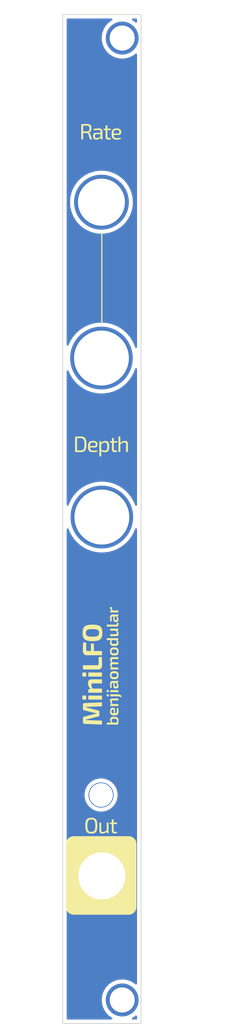
<source format=kicad_pcb>
(kicad_pcb (version 20211014) (generator pcbnew)
  (layers (0 "F.Cu" signal) (31 "B.Cu" signal) (34 "B.Paste" user) (35 "F.Paste" user) (36 "B.SilkS" user "B.Silkscreen") (37 "F.SilkS" user "F.Silkscreen") (38 "B.Mask" user) (39 "F.Mask" user) (44 "Edge.Cuts" user))
  (net 0 "")
  (footprint "benjiaomodular:Panel_2HP" (layer "F.Cu") (at 139.1 47)
    (fp_text reference "REF**")
    (fp_text value "Panel_2HP")
    (pad "" thru_hole oval locked (at 7.5 125.5) (size 4.2 4.2) (drill oval 3.2) (layers *.Cu *.Mask))
    (pad "" thru_hole oval locked (at 7.5 3) (size 4.2 4.2) (drill oval 3.2) (layers *.Cu *.Mask))
  )
  (footprint "benjiaomodular:PanelHole_ToggleSwitch_MTS-101" (layer "F.Cu") (at 143.95 70.9)
    (fp_text reference "REF**")
    (fp_text value "PanelHole_ToggleSwitch_MTS-101")
    (pad "" thru_hole circle locked (at 0 0 270) (size 7 7) (drill 6) (layers *.Cu *.Mask))
  )
  (footprint "benjiaomodular:PanelHole_AudioJack_3.5mm" (layer "F.Cu") (at 144 150.2)
    (fp_text reference "REF**")
    (fp_text value "PanelHole_AudioJack_3.5mm")
    (pad "" thru_hole circle locked (at 0 6.5 180) (size 7 7) (drill 6) (layers *.Cu *.Mask))
  )
  (footprint "benjiaomodular:PanelHole_Potentiometer_RV09" (layer "F.Cu") (at 141.5 118.5 90)
    (fp_text reference "REF**" hide)
    (fp_text value "PanelHole_Potentiometer_RV09" hide)
    (pad "" thru_hole circle locked (at 7.5 2.5 180) (size 8 8) (drill 7) (layers F&B.Cu *.Mask))
  )
  (footprint "benjiaomodular:PanelHole_Potentiometer_RV09" (layer "F.Cu") (at 141.45 98.25 90)
    (fp_text reference "REF**" hide)
    (fp_text value "PanelHole_Potentiometer_RV09" hide)
    (pad "" thru_hole circle locked (at 7.5 2.5 180) (size 8 8) (drill 7) (layers *.Cu *.Mask))
  )
  (gr_poly (pts (xy 145.510951 149.900959) (xy 145.94865 149.900959) (xy 145.94865 150.090092) (xy 145.510951 150.090092) (xy 145.510951 150.897282) (xy 145.511117 150.909411) (xy 145.511615 150.921097) (xy 145.512445 150.932342) (xy 145.513606 150.943145) (xy 145.515099 150.953506) (xy 145.516923 150.963426) (xy 145.519077 150.972905) (xy 145.521563 150.981942) (xy 145.524379 150.990537) (xy 145.527525 150.998692) (xy 145.531001 151.006405) (xy 145.534807 151.013677) (xy 145.538943 151.020508) (xy 145.543408 151.026899) (xy 145.548202 151.032848) (xy 145.553325 151.038357) (xy 145.558841 151.04348) (xy 145.564815 151.048274) (xy 145.571248 151.052739) (xy 145.57814 151.056874) (xy 145.585493 151.06068) (xy 145.593307 151.064156) (xy 145.601582 151.067302) (xy 145.61032 151.070118) (xy 145.619522 151.072604) (xy 145.629189 151.074759) (xy 145.63932 151.076583) (xy 145.649918 151.078075) (xy 145.660983 151.079237) (xy 145.672515 151.080067) (xy 145.684516 151.080565) (xy 145.696986 151.080731) (xy 145.906275 151.080731) (xy 145.93418 151.26418) (xy 145.922663 151.266958) (xy 145.910709 151.269641) (xy 145.89832 151.272229) (xy 145.885492 151.274725) (xy 145.872227 151.277131) (xy 145.858523 151.279447) (xy 145.844379 151.281675) (xy 145.829794 151.283818) (xy 145.800318 151.287536) (xy 145.771194 151.29068) (xy 145.742432 151.293235) (xy 145.714039 151.295185) (xy 145.700285 151.296577) (xy 145.687224 151.29776) (xy 145.674861 151.298741) (xy 145.663197 151.299527) (xy 145.652237 151.300125) (xy 145.641982 151.300543) (xy 145.632438 151.300789) (xy 145.623605 151.300869) (xy 145.602405 151.300499) (xy 145.581842 151.299386) (xy 145.561919 151.297531) (xy 145.542634 151.294932) (xy 145.523988 151.291587) (xy 145.505981 151.287496) (xy 145.488613 151.282657) (xy 145.471885 151.277069) (xy 145.455796 151.270732) (xy 145.440346 151.263643) (xy 145.425537 151.255802) (xy 145.411367 151.247208) (xy 145.397837 151.237859) (xy 145.384947 151.227754) (xy 145.372698 151.216893) (xy 145.361089 151.205273) (xy 145.350158 151.192938) (xy 145.339941 151.179933) (xy 145.330436 151.166261) (xy 145.321643 151.151922) (xy 145.313559 151.136917) (xy 145.306184 151.121249) (xy 145.299516 151.104917) (xy 145.293556 151.087923) (xy 145.2883 151.070269) (xy 145.283749 151.051955) (xy 145.279902 151.032983) (xy 145.276756 151.013353) (xy 145.274311 150.993068) (xy 145.272567 150.972128) (xy 145.271521 150.950534) (xy 145.271172 150.928288) (xy 145.271172 150.090092) (xy 145.022608 150.090092) (xy 145.022608 149.914913) (xy 145.271172 149.901989) (xy 145.271172 149.494778) (xy 145.510951 149.494778)) (layer "F.SilkS") (width 0) (fill solid))
  (gr_poly (pts (xy 142.094933 60.938727) (xy 142.121459 60.939737) (xy 142.147305 60.941149) (xy 142.172471 60.942962) (xy 142.196955 60.945176) (xy 142.220757 60.947788) (xy 142.243876 60.950798) (xy 142.266312 60.954205) (xy 142.288064 60.958008) (xy 142.309131 60.962205) (xy 142.329512 60.966797) (xy 142.349206 60.971781) (xy 142.368214 60.977156) (xy 142.386533 60.982922) (xy 142.404164 60.989078) (xy 142.421154 60.995358) (xy 142.437551 61.002204) (xy 142.453355 61.009617) (xy 142.468565 61.017599) (xy 142.483182 61.026149) (xy 142.497205 61.03527) (xy 142.510633 61.044961) (xy 142.523466 61.055225) (xy 142.535704 61.066062) (xy 142.547346 61.077474) (xy 142.558392 61.089461) (xy 142.568841 61.102024) (xy 142.578694 61.115164) (xy 142.58795 61.128883) (xy 142.596608 61.143181) (xy 142.604668 61.158059) (xy 142.612525 61.173616) (xy 142.619868 61.189946) (xy 142.626699 61.207049) (xy 142.633017 61.224925) (xy 142.638825 61.243575) (xy 142.644124 61.262996) (xy 142.648913 61.28319) (xy 142.653194 61.304156) (xy 142.656968 61.325893) (xy 142.660235 61.348402) (xy 142.662998 61.371682) (xy 142.665256 61.395734) (xy 142.667011 61.420555) (xy 142.668263 61.446147) (xy 142.669264 61.499641) (xy 142.66869 61.53835) (xy 142.66697 61.575458) (xy 142.664104 61.61097) (xy 142.662241 61.628129) (xy 142.660091 61.64489) (xy 142.657654 61.661255) (xy 142.654931 61.677223) (xy 142.651921 61.692795) (xy 142.648625 61.707973) (xy 142.645042 61.722755) (xy 142.641172 61.737144) (xy 142.637016 61.751139) (xy 142.632573 61.764741) (xy 142.627821 61.777619) (xy 142.622738 61.790147) (xy 142.617323 61.802323) (xy 142.611576 61.81415) (xy 142.605498 61.825624) (xy 142.59909 61.836747) (xy 142.59235 61.847518) (xy 142.585279 61.857937) (xy 142.577878 61.868003) (xy 142.570146 61.877716) (xy 142.562083 61.887075) (xy 142.55369 61.89608) (xy 142.544967 61.904731) (xy 142.535914 61.913027) (xy 142.526531 61.920969) (xy 142.516818 61.928555) (xy 142.507088 61.935456) (xy 142.496945 61.942048) (xy 142.48639 61.948332) (xy 142.475422 61.954307) (xy 142.464038 61.959973) (xy 142.452238 61.965331) (xy 142.440022 61.97038) (xy 142.427388 61.975121) (xy 142.414335 61.979553) (xy 142.400861 61.983676) (xy 142.386967 61.987491) (xy 142.372651 61.990997) (xy 142.357912 61.994194) (xy 142.342749 61.997083) (xy 142.32716 61.999664) (xy 142.311146 62.001935) (xy 142.311146 62.015889) (xy 142.317131 62.0174) (xy 142.323092 62.019111) (xy 142.329028 62.021023) (xy 142.334941 62.023133) (xy 142.34083 62.025444) (xy 142.346696 62.027953) (xy 142.35254 62.030661) (xy 142.358361 62.033568) (xy 142.36416 62.036673) (xy 142.369937 62.039977) (xy 142.375693 62.043479) (xy 142.381428 62.047178) (xy 142.387142 62.051074) (xy 142.392836 62.055168) (xy 142.39851 62.059459) (xy 142.404164 62.063947) (xy 142.410126 62.068285) (xy 142.416019 62.072829) (xy 142.421843 62.077578) (xy 142.427599 62.082532) (xy 142.433287 62.087689) (xy 142.438907 62.093048) (xy 142.44446 62.098608) (xy 142.449947 62.104367) (xy 142.455368 62.110325) (xy 142.460722 62.116479) (xy 142.466012 62.12283) (xy 142.471237 62.129376) (xy 142.476397 62.136115) (xy 142.481494 62.143046) (xy 142.486527 62.150169) (xy 142.491497 62.157482) (xy 142.49636 62.164632) (xy 142.501073 62.171975) (xy 142.505634 62.179511) (xy 142.510043 62.187241) (xy 142.514299 62.195166) (xy 142.518403 62.203286) (xy 142.522353 62.211603) (xy 142.52615 62.220118) (xy 142.529792 62.228831) (xy 142.533279 62.237743) (xy 142.536611 62.246856) (xy 142.539787 62.25617) (xy 142.542807 62.265687) (xy 142.54567 62.275406) (xy 142.548376 62.28533) (xy 142.550925 62.295458) (xy 142.74006 62.910924) (xy 142.47496 62.910924) (xy 142.302361 62.301142) (xy 142.297677 62.287639) (xy 142.292795 62.274648) (xy 142.287717 62.262167) (xy 142.282441 62.250196) (xy 142.276968 62.238734) (xy 142.271296 62.227781) (xy 142.265427 62.217337) (xy 142.25936 62.2074) (xy 142.253094 62.19797) (xy 142.24663 62.189047) (xy 142.239967 62.180629) (xy 142.233104 62.172718) (xy 142.226043 62.165311) (xy 142.218781 62.158408) (xy 142.21132 62.152009) (xy 142.203659 62.146113) (xy 142.195756 62.140302) (xy 142.18757 62.134864) (xy 142.1791 62.1298) (xy 142.170346 62.125109) (xy 142.161306 62.120792) (xy 142.151982 62.11685) (xy 142.142371 62.113281) (xy 142.132474 62.110088) (xy 142.122291 62.107269) (xy 142.111821 62.104825) (xy 142.101063 62.102757) (xy 142.090017 62.101064) (xy 142.078683 62.099747) (xy 142.06706 62.098806) (xy 142.055148 62.098242) (xy 142.042946 62.098053) (xy 141.743739 62.098053) (xy 141.674918 62.096245) (xy 141.614031 62.094436) (xy 141.614031 62.910924) (xy 141.368568 62.910924) (xy 141.368568 61.883597) (xy 141.614031 61.883597) (xy 142.034677 61.883597) (xy 142.06967 61.882445) (xy 142.10269 61.880393) (xy 142.118463 61.879031) (xy 142.133748 61.877446) (xy 142.148544 61.875639) (xy 142.162854 61.873611) (xy 142.176679 61.871361) (xy 142.19002 61.868892) (xy 142.202879 61.866203) (xy 142.215257 61.863295) (xy 142.227155 61.860169) (xy 142.238575 61.856826) (xy 142.249519 61.853266) (xy 142.259987 61.84949) (xy 142.270383 61.845423) (xy 142.280407 61.84098) (xy 142.290058 61.836163) (xy 142.299335 61.83097) (xy 142.308238 61.825403) (xy 142.316766 61.819461) (xy 142.324921 61.813143) (xy 142.332701 61.806451) (xy 142.340106 61.799384) (xy 142.347136 61.791942) (xy 142.353791 61.784125) (xy 142.36007 61.775934) (xy 142.365973 61.767367) (xy 142.371501 61.758426) (xy 142.376652 61.74911) (xy 142.381426 61.739419) (xy 142.385869 61.728945) (xy 142.390025 61.717985) (xy 142.393895 61.706538) (xy 142.397478 61.694607) (xy 142.400774 61.682189) (xy 142.403784 61.669287) (xy 142.406507 61.655899) (xy 142.408943 61.642025) (xy 142.411093 61.627667) (xy 142.412957 61.612824) (xy 142.415823 61.581685) (xy 142.417543 61.548607) (xy 142.418116 61.513593) (xy 142.417973 61.495872) (xy 142.417543 61.47869) (xy 142.416826 61.462047) (xy 142.415823 61.44594) (xy 142.414533 61.430368) (xy 142.412957 61.415329) (xy 142.411093 61.400823) (xy 142.408943 61.386848) (xy 142.406507 61.373401) (xy 142.403784 61.360483) (xy 142.400774 61.34809) (xy 142.397478 61.336223) (xy 142.393895 61.324878) (xy 142.390025 61.314055) (xy 142.385869 61.303752) (xy 142.381426 61.293969) (xy 142.376651 61.284278) (xy 142.3715 61.274963) (xy 142.365973 61.266022) (xy 142.36007 61.257456) (xy 142.353791 61.249265) (xy 142.347136 61.241449) (xy 142.340106 61.234007) (xy 142.332701 61.22694) (xy 142.324921 61.220248) (xy 142.316766 61.21393) (xy 142.308237 61.207988) (xy 142.299334 61.20242) (xy 142.290057 61.197227) (xy 142.280407 61.192409) (xy 142.270383 61.187966) (xy 142.259987 61.183897) (xy 142.249519 61.180133) (xy 142.238575 61.176602) (xy 142.227155 61.173304) (xy 142.215257 61.170242) (xy 142.19002 61.16483) (xy 142.162854 61.160376) (xy 142.133748 61.156893) (xy 142.10269 61.154391) (xy 142.06967 61.152881) (xy 142.034677 61.152376) (xy 141.81865 61.153226) (xy 141.633668 61.155476) (xy 141.614031 61.155476) (xy 141.614031 61.883597) (xy 141.368568 61.883597) (xy 141.368568 60.963239) (xy 141.421247 60.958009) (xy 141.47209 60.953559) (xy 141.521168 60.949815) (xy 141.568556 60.946703) (xy 141.616244 60.94424) (xy 141.666125 60.942461) (xy 141.718123 60.941382) (xy 141.772161 60.941018) (xy 141.831184 60.939746) (xy 141.89542 60.938768) (xy 141.964946 60.93814) (xy 142.039845 60.937918)) (layer "F.SilkS") (width 0) (fill solid))
  (gr_poly (pts (xy 145.28151 122.470585) (xy 145.28151 122.544484) (xy 145.281935 122.565163) (xy 145.283212 122.585924) (xy 145.285342 122.606762) (xy 145.28833 122.627671) (xy 145.292177 122.648645) (xy 145.296885 122.669681) (xy 145.302459 122.690771) (xy 145.308899 122.711911) (xy 145.315342 122.731027) (xy 145.322657 122.751465) (xy 145.33077 122.773119) (xy 145.339608 122.795882) (xy 145.359162 122.844307) (xy 145.380729 122.895886) (xy 146.10885 122.895886) (xy 146.10885 123.152195) (xy 145.069637 123.152195) (xy 145.069637 122.953244) (xy 145.230868 122.926373) (xy 145.210192 122.900472) (xy 145.190577 122.87447) (xy 145.172056 122.848362) (xy 145.154663 122.822142) (xy 145.138429 122.795806) (xy 145.12339 122.769348) (xy 145.116329 122.756071) (xy 145.109578 122.742763) (xy 145.103142 122.729421) (xy 145.097026 122.716046) (xy 145.090622 122.701792) (xy 145.084636 122.687604) (xy 145.079066 122.673482) (xy 145.073912 122.659426) (xy 145.069173 122.645436) (xy 145.06485 122.631512) (xy 145.060941 122.617654) (xy 145.057446 122.603862) (xy 145.054364 122.590136) (xy 145.051695 122.576476) (xy 145.049438 122.562883) (xy 145.047592 122.549355) (xy 145.046158 122.535894) (xy 145.045134 122.522499) (xy 145.04452 122.50917) (xy 145.044316 122.495907) (xy 145.044316 122.445263)) (layer "F.SilkS") (width 0) (fill solid))
  (gr_poly (pts (xy 146.108851 132.069485) (xy 145.937802 132.096867) (xy 145.93921 132.098091) (xy 145.940504 132.099184) (xy 145.942909 132.10117) (xy 145.944103 132.102156) (xy 145.945344 132.103201) (xy 145.946676 132.104352) (xy 145.948137 132.105656) (xy 145.958716 132.115998) (xy 145.969301 132.126916) (xy 145.979892 132.138416) (xy 145.990487 132.150505) (xy 146.001085 132.163189) (xy 146.011685 132.176475) (xy 146.022286 132.190368) (xy 146.032887 132.204876) (xy 146.043226 132.21946) (xy 146.053096 132.234638) (xy 146.062501 132.250409) (xy 146.071443 132.266775) (xy 146.079926 132.283736) (xy 146.087953 132.301293) (xy 146.095526 132.319448) (xy 146.10265 132.3382) (xy 146.105979 132.347529) (xy 146.10909 132.356996) (xy 146.111985 132.366599) (xy 146.114664 132.376339) (xy 146.117126 132.386215) (xy 146.119372 132.396225) (xy 146.121403 132.406369) (xy 146.123219 132.416646) (xy 146.126206 132.437598) (xy 146.128337 132.459072) (xy 146.129613 132.481064) (xy 146.130038 132.503567) (xy 146.129916 132.515129) (xy 146.12955 132.526537) (xy 146.12894 132.537791) (xy 146.128084 132.548892) (xy 146.126983 132.559841) (xy 146.125636 132.570638) (xy 146.124042 132.581285) (xy 146.122202 132.591782) (xy 146.120113 132.60213) (xy 146.117776 132.612331) (xy 146.115191 132.622384) (xy 146.112356 132.632292) (xy 146.109272 132.642053) (xy 146.105938 132.651671) (xy 146.102352 132.661145) (xy 146.098516 132.670475) (xy 146.094165 132.679615) (xy 146.089589 132.688515) (xy 146.084785 132.697174) (xy 146.079754 132.70559) (xy 146.074495 132.713762) (xy 146.069007 132.72169) (xy 146.063288 132.729372) (xy 146.05734 132.736807) (xy 146.05116 132.743994) (xy 146.044748 132.750932) (xy 146.038103 132.75762) (xy 146.031225 132.764057) (xy 146.024113 132.77024) (xy 146.016766 132.776171) (xy 146.009183 132.781846) (xy 146.001364 132.787266) (xy 145.993044 132.792393) (xy 145.984485 132.797189) (xy 145.975688 132.801656) (xy 145.966653 132.805793) (xy 145.957383 132.809599) (xy 145.947878 132.813075) (xy 145.938138 132.816221) (xy 145.928166 132.819036) (xy 145.917962 132.82152) (xy 145.907528 132.823674) (xy 145.896863 132.825496) (xy 145.88597 132.826988) (xy 145.87485 132.828148) (xy 145.863503 132.828977) (xy 145.85193 132.829474) (xy 145.840133 132.82964) (xy 145.730063 132.82964) (xy 145.714936 132.829324) (xy 145.700246 132.828375) (xy 145.685992 132.826795) (xy 145.672173 132.824584) (xy 145.658787 132.821743) (xy 145.645834 132.818271) (xy 145.633313 132.814171) (xy 145.621223 132.809441) (xy 145.609562 132.804083) (xy 145.598331 132.798097) (xy 145.587527 132.791484) (xy 145.57715 132.784244) (xy 145.567199 132.776378) (xy 145.557674 132.767886) (xy 145.548572 132.758769) (xy 145.539893 132.749028) (xy 145.531424 132.738477) (xy 145.523494 132.727466) (xy 145.516103 132.715994) (xy 145.509253 132.704061) (xy 145.502944 132.691665) (xy 145.497178 132.678808) (xy 145.491955 132.665488) (xy 145.487278 132.651705) (xy 145.483147 132.63746) (xy 145.479563 132.622751) (xy 145.476527 132.607579) (xy 145.474041 132.591942) (xy 145.472106 132.575842) (xy 145.470722 132.559277) (xy 145.469891 132.542248) (xy 145.469613 132.524754) (xy 145.469613 132.454991) (xy 145.62826 132.454991) (xy 145.628629 132.462787) (xy 145.629236 132.470301) (xy 145.63008 132.477533) (xy 145.631161 132.484482) (xy 145.632478 132.491149) (xy 145.63403 132.497534) (xy 145.635817 132.503638) (xy 145.637838 132.509461) (xy 145.640093 132.515002) (xy 145.642581 132.520263) (xy 145.645301 132.525243) (xy 145.648253 132.529942) (xy 145.651436 132.534362) (xy 145.65485 132.538501) (xy 145.658493 132.542361) (xy 145.662367 132.545941) (xy 145.666421 132.549271) (xy 145.670658 132.552384) (xy 145.675078 132.555279) (xy 145.679682 132.557958) (xy 145.684468 132.56042) (xy 145.689437 132.562667) (xy 145.69459 132.564698) (xy 145.699925 132.566513) (xy 145.705443 132.568114) (xy 145.711143 132.5695) (xy 145.717027 132.570672) (xy 145.723093 132.57163) (xy 145.729342 132.572374) (xy 145.735773 132.572906) (xy 145.742387 132.573224) (xy 145.749183 132.57333) (xy 145.806543 132.57333) (xy 145.814363 132.573195) (xy 145.821945 132.57279) (xy 145.829292 132.572117) (xy 145.836405 132.571175) (xy 145.843283 132.569966) (xy 145.849928 132.56849) (xy 145.856339 132.566748) (xy 145.862519 132.564741) (xy 145.868468 132.562469) (xy 145.874186 132.559933) (xy 145.879675 132.557134) (xy 145.884934 132.554073) (xy 145.889965 132.55075) (xy 145.894768 132.547167) (xy 145.899345 132.543323) (xy 145.903695 132.539219) (xy 145.907538 132.534842) (xy 145.911139 132.530176) (xy 145.9145 132.525219) (xy 145.917617 132.51997) (xy 145.920491 132.514429) (xy 145.92312 132.508594) (xy 145.925503 132.502463) (xy 145.92764 132.496036) (xy 145.929529 132.489311) (xy 145.93117 132.482288) (xy 145.93256 132.474964) (xy 145.933701 132.467339) (xy 145.934589 132.459412) (xy 145.935225 132.451181) (xy 145.935607 132.442646) (xy 145.935735 132.433804) (xy 145.935638 132.426608) (xy 145.93535 132.41931) (xy 145.934872 132.411911) (xy 145.934205 132.404412) (xy 145.932309 132.389112) (xy 145.929674 132.373412) (xy 145.926311 132.357317) (xy 145.922231 132.340827) (xy 145.917445 132.323945) (xy 145.911964 132.306675) (xy 145.905809 132.289252) (xy 145.898995 132.271903) (xy 145.891522 132.254626) (xy 145.88339 132.237417) (xy 145.874599 132.220274) (xy 145.865148 132.203195) (xy 145.855037 132.186176) (xy 145.844267 132.169216) (xy 145.842248 132.166165) (xy 145.840139 132.163195) (xy 145.837952 132.160295) (xy 145.835695 132.157456) (xy 145.833381 132.15467) (xy 145.831018 132.151926) (xy 145.826192 132.14653) (xy 145.816425 132.135836) (xy 145.811651 132.130389) (xy 145.809327 132.127608) (xy 145.80706 132.124775) (xy 145.62826 132.124775) (xy 145.62826 132.454991) (xy 145.469613 132.454991) (xy 145.469613 132.124775) (xy 145.401917 132.124775) (xy 145.391788 132.12492) (xy 145.382026 132.125354) (xy 145.372631 132.12608) (xy 145.363601 132.127097) (xy 145.354937 132.128408) (xy 145.346637 132.130014) (xy 145.338702 132.131914) (xy 145.33113 132.134112) (xy 145.323921 132.136607) (xy 145.317075 132.139401) (xy 145.310591 132.142495) (xy 145.304468 132.14589) (xy 145.298705 132.149587) (xy 145.293303 132.153587) (xy 145.288261 132.157892) (xy 145.283578 132.162503) (xy 145.278963 132.16754) (xy 145.274642 132.173127) (xy 145.270617 132.179263) (xy 145.266887 132.185947) (xy 145.263454 132.193179) (xy 145.260316 132.200959) (xy 145.257476 132.209286) (xy 145.254933 132.218159) (xy 145.252687 132.227578) (xy 145.25074 132.237542) (xy 145.249091 132.24805) (xy 145.247741 132.259103) (xy 145.24669 132.270699) (xy 145.245939 132.282838) (xy 145.245488 132.29552) (xy 145.245338 132.308743) (xy 145.245744 132.351589) (xy 145.246938 132.399703) (xy 145.248882 132.453109) (xy 145.251539 132.51183) (xy 145.254788 132.572285) (xy 145.258582 132.633001) (xy 145.262988 132.693981) (xy 145.268075 132.75523) (xy 145.092892 132.778485) (xy 145.085686 132.740301) (xy 145.078923 132.69979) (xy 145.072685 132.656898) (xy 145.069788 132.634541) (xy 145.067054 132.611569) (xy 145.062079 132.564834) (xy 145.057711 132.51779) (xy 145.053879 132.47048) (xy 145.050518 132.422947) (xy 145.047861 132.376495) (xy 145.045917 132.332403) (xy 145.044723 132.290692) (xy 145.044316 132.251385) (xy 145.044451 132.235934) (xy 145.044855 132.220803) (xy 145.045527 132.205991) (xy 145.046467 132.191497) (xy 145.047675 132.17732) (xy 145.049149 132.16346) (xy 145.050889 132.149916) (xy 145.052895 132.136687) (xy 145.055165 132.123772) (xy 145.0577 132.11117) (xy 145.060498 132.098881) (xy 145.063559 132.086903) (xy 145.066883 132.075237) (xy 145.070469 132.063881) (xy 145.074315 132.052834) (xy 145.078423 132.042096) (xy 145.082568 132.031413) (xy 145.087077 132.021061) (xy 145.091951 132.011039) (xy 145.09719 132.001347) (xy 145.102793 131.991985) (xy 145.108761 131.982954) (xy 145.115093 131.974254) (xy 145.121791 131.965884) (xy 145.128852 131.957844) (xy 145.136279 131.950136) (xy 145.14407 131.942758) (xy 145.152225 131.935711) (xy 145.160745 131.928994) (xy 145.16963 131.922609) (xy 145.178879 131.916555) (xy 145.188493 131.910832) (xy 145.198508 131.905449) (xy 145.208977 131.900414) (xy 145.219903 131.895727) (xy 145.231286 131.891387) (xy 145.243127 131.887394) (xy 145.255428 131.883748) (xy 145.26819 131.88045) (xy 145.281414 131.877499) (xy 145.295101 131.874895) (xy 145.309253 131.872639) (xy 145.32387 131.87073) (xy 145.338954 131.869167) (xy 145.354507 131.867953) (xy 145.370528 131.867085) (xy 145.38702 131.866564) (xy 145.403984 131.866391) (xy 146.108851 131.866391)) (layer "F.SilkS") (width 0) (fill solid))
  (gr_poly (pts (xy 146.108851 129.087239) (xy 145.408118 129.087239) (xy 145.398505 129.087606) (xy 145.389239 129.088183) (xy 145.380321 129.088972) (xy 145.371751 129.089973) (xy 145.363529 129.091187) (xy 145.355653 129.092614) (xy 145.348125 129.094255) (xy 145.340945 129.096111) (xy 145.334111 129.098181) (xy 145.327624 129.100468) (xy 145.321484 129.102971) (xy 145.31569 129.105691) (xy 145.310243 129.108629) (xy 145.305143 129.111785) (xy 145.300389 129.115161) (xy 145.295981 129.118756) (xy 145.291625 129.122636) (xy 145.287558 129.126866) (xy 145.283778 129.131447) (xy 145.280284 129.136376) (xy 145.277076 129.141655) (xy 145.274152 129.147282) (xy 145.271511 129.153258) (xy 145.269152 129.159581) (xy 145.267075 129.166251) (xy 145.265278 129.173268) (xy 145.26376 129.180631) (xy 145.26252 129.188341) (xy 145.261558 129.196396) (xy 145.260871 129.204796) (xy 145.26046 129.213541) (xy 145.260324 129.22263) (xy 145.260541 129.233711) (xy 145.261197 129.244727) (xy 145.2623 129.25568) (xy 145.263022 129.261131) (xy 145.263858 129.266567) (xy 145.26481 129.271985) (xy 145.265879 129.277387) (xy 145.267065 129.282773) (xy 145.26837 129.288141) (xy 145.269794 129.293493) (xy 145.271339 129.298827) (xy 145.273005 129.304145) (xy 145.274793 129.309445) (xy 145.278235 129.319663) (xy 145.282211 129.330207) (xy 145.286718 129.341077) (xy 145.291755 129.352276) (xy 145.297321 129.363806) (xy 145.303412 129.375667) (xy 145.310029 129.387863) (xy 145.317168 129.400395) (xy 145.323492 129.411053) (xy 145.330421 129.422393) (xy 145.345813 129.446784) (xy 145.362772 129.472914) (xy 145.38073 129.500126) (xy 146.108851 129.500126) (xy 146.108851 129.745594) (xy 145.408118 129.745594) (xy 145.398005 129.745724) (xy 145.38829 129.746112) (xy 145.378972 129.746759) (xy 145.370052 129.747667) (xy 145.361529 129.748837) (xy 145.353403 129.750268) (xy 145.345674 129.751963) (xy 145.338341 129.753921) (xy 145.331404 129.756144) (xy 145.324863 129.758632) (xy 145.318717 129.761386) (xy 145.312967 129.764407) (xy 145.307612 129.767696) (xy 145.302651 129.771254) (xy 145.298085 129.775081) (xy 145.293913 129.779179) (xy 145.289812 129.783548) (xy 145.285982 129.788185) (xy 145.282421 129.793091) (xy 145.279131 129.798264) (xy 145.276109 129.803704) (xy 145.273354 129.80941) (xy 145.270866 129.815382) (xy 145.268644 129.821619) (xy 145.266686 129.828121) (xy 145.264993 129.834886) (xy 145.263562 129.841915) (xy 145.262394 129.849206) (xy 145.261487 129.856759) (xy 145.26084 129.864574) (xy 145.260453 129.87265) (xy 145.260324 129.880986) (xy 145.260509 129.891572) (xy 145.261071 129.902163) (xy 145.262015 129.912759) (xy 145.26335 129.923356) (xy 145.265081 129.933954) (xy 145.267216 129.944551) (xy 145.269762 129.955144) (xy 145.272726 129.965733) (xy 145.276168 129.976444) (xy 145.280144 129.987411) (xy 145.284651 129.998638) (xy 145.289688 130.010127) (xy 145.295254 130.021881) (xy 145.301345 130.033901) (xy 145.307962 130.04619) (xy 145.315101 130.058751) (xy 145.321114 130.068887) (xy 145.327789 130.079819) (xy 145.342756 130.103625) (xy 145.359269 130.129282) (xy 145.376596 130.155903) (xy 146.108851 130.155903) (xy 146.108851 130.41222) (xy 145.069638 130.41222) (xy 145.069638 130.207066) (xy 145.230352 130.186909) (xy 145.208437 130.162262) (xy 145.187792 130.137746) (xy 145.168458 130.113355) (xy 145.159296 130.101206) (xy 145.150477 130.089086) (xy 145.142006 130.076995) (xy 145.133889 130.064933) (xy 145.12613 130.052898) (xy 145.118734 130.040891) (xy 145.111708 130.02891) (xy 145.105055 130.016956) (xy 145.098782 130.005027) (xy 145.092892 129.993122) (xy 145.086996 129.980379) (xy 145.081483 129.967551) (xy 145.076353 129.954636) (xy 145.071605 129.941637) (xy 145.067239 129.928554) (xy 145.063255 129.915386) (xy 145.059652 129.902135) (xy 145.056429 129.8888) (xy 145.053587 129.875383) (xy 145.051126 129.861883) (xy 145.049043 129.848301) (xy 145.047341 129.834638) (xy 145.046017 129.820894) (xy 145.045072 129.807069) (xy 145.044505 129.793164) (xy 145.044316 129.779179) (xy 145.044596 129.762496) (xy 145.045434 129.746314) (xy 145.046832 129.730632) (xy 145.04879 129.715449) (xy 145.051308 129.700764) (xy 145.054388 129.686577) (xy 145.058029 129.672888) (xy 145.062231 129.659695) (xy 145.066997 129.646998) (xy 145.072325 129.634797) (xy 145.078217 129.62309) (xy 145.084673 129.611878) (xy 145.091693 129.601159) (xy 145.099279 129.590933) (xy 145.10743 129.581199) (xy 145.116147 129.571957) (xy 145.121375 129.566952) (xy 145.12682 129.562164) (xy 145.132477 129.557589) (xy 145.138341 129.553221) (xy 145.144404 129.549056) (xy 145.150661 129.545087) (xy 145.157106 129.541311) (xy 145.163734 129.537721) (xy 145.170538 129.534313) (xy 145.177512 129.531082) (xy 145.18465 129.528022) (xy 145.191947 129.525129) (xy 145.199396 129.522397) (xy 145.206992 129.519821) (xy 145.214729 129.517397) (xy 145.2226 129.515118) (xy 145.202152 129.491335) (xy 145.182802 129.467749) (xy 145.164608 129.444366) (xy 145.147623 129.42119) (xy 145.131904 129.398224) (xy 145.124536 129.386821) (xy 145.117505 129.375473) (xy 145.110819 129.364179) (xy 145.104483 129.35294) (xy 145.098505 129.341758) (xy 145.092892 129.330632) (xy 145.086996 129.317888) (xy 145.081483 129.305059) (xy 145.076353 129.292145) (xy 145.071605 129.279145) (xy 145.067239 129.266061) (xy 145.063255 129.252893) (xy 145.059652 129.239641) (xy 145.056429 129.226306) (xy 145.053587 129.212889) (xy 145.051126 129.199389) (xy 145.049043 129.185807) (xy 145.047341 129.172144) (xy 145.046017 129.1584) (xy 145.045072 129.144576) (xy 145.044505 129.130672) (xy 145.044316 129.116688) (xy 145.044604 129.099751) (xy 145.045466 129.083332) (xy 145.046903 129.067429) (xy 145.048916 129.052043) (xy 145.051506 129.037172) (xy 145.054673 129.022815) (xy 145.058417 129.008973) (xy 145.06274 128.995644) (xy 145.067642 128.982827) (xy 145.073123 128.970522) (xy 145.079184 128.958729) (xy 145.085826 128.947445) (xy 145.09305 128.936671) (xy 145.100855 128.926406) (xy 145.109243 128.916648) (xy 145.118214 128.907399) (xy 145.12748 128.898426) (xy 145.13728 128.890025) (xy 145.147612 128.882196) (xy 145.158476 128.874941) (xy 145.169871 128.868261) (xy 145.181796 128.862156) (xy 145.194251 128.856628) (xy 145.207235 128.851677) (xy 145.220748 128.847305) (xy 145.234789 128.843513) (xy 145.249357 128.840302) (xy 145.264452 128.837672) (xy 145.280073 128.835625) (xy 145.29622 128.834161) (xy 145.312891 128.833282) (xy 145.330087 128.832989) (xy 146.108851 128.832989)) (layer "F.SilkS") (width 0) (fill solid))
  (gr_poly (pts (xy 147.470255 151.642597) (xy 147.521175 151.646444) (xy 147.57134 151.65278) (xy 147.62069 151.661544) (xy 147.669161 151.672673) (xy 147.716691 151.686106) (xy 147.76322 151.70178) (xy 147.808683 151.719635) (xy 147.85302 151.739607) (xy 147.896169 151.761635) (xy 147.938066 151.785658) (xy 147.978651 151.811613) (xy 148.017861 151.839439) (xy 148.055635 151.869073) (xy 148.091909 151.900454) (xy 148.126622 151.93352) (xy 148.159713 151.968209) (xy 148.191118 152.004459) (xy 148.220776 152.042208) (xy 148.248625 152.081395) (xy 148.274602 152.121958) (xy 148.298647 152.163834) (xy 148.320695 152.206962) (xy 148.340687 152.25128) (xy 148.358559 152.296726) (xy 148.374249 152.343238) (xy 148.387695 152.390755) (xy 148.398836 152.439215) (xy 148.40761 152.488554) (xy 148.413953 152.538713) (xy 148.417805 152.589629) (xy 148.419102 152.641239) (xy 148.419102 160.64127) (xy 148.417805 160.692881) (xy 148.413953 160.743796) (xy 148.40761 160.793955) (xy 148.398836 160.843295) (xy 148.387695 160.891754) (xy 148.374249 160.939271) (xy 148.358559 160.985783) (xy 148.340687 161.03123) (xy 148.320695 161.075548) (xy 148.298647 161.118676) (xy 148.274602 161.160552) (xy 148.248625 161.201114) (xy 148.220776 161.240301) (xy 148.191118 161.278051) (xy 148.159713 161.314301) (xy 148.126622 161.34899) (xy 148.091909 161.382056) (xy 148.055635 161.413437) (xy 148.017861 161.443071) (xy 147.978651 161.470896) (xy 147.938066 161.496852) (xy 147.896169 161.520874) (xy 147.85302 161.542903) (xy 147.808683 161.562875) (xy 147.76322 161.580729) (xy 147.716691 161.596404) (xy 147.669161 161.609836) (xy 147.62069 161.620966) (xy 147.57134 161.629729) (xy 147.521175 161.636066) (xy 147.470255 161.639913) (xy 147.418643 161.641209) (xy 140.419073 161.641209) (xy 140.367461 161.639913) (xy 140.316541 161.636066) (xy 140.266375 161.629729) (xy 140.217026 161.620966) (xy 140.168555 161.609836) (xy 140.121024 161.596404) (xy 140.074496 161.580729) (xy 140.029032 161.562875) (xy 139.984695 161.542903) (xy 139.941547 161.520874) (xy 139.899649 161.496852) (xy 139.859064 161.470896) (xy 139.819854 161.443071) (xy 139.782081 161.413437) (xy 139.745806 161.382056) (xy 139.711093 161.34899) (xy 139.678003 161.314301) (xy 139.646597 161.278051) (xy 139.616939 161.240301) (xy 139.589091 161.201114) (xy 139.563113 161.160552) (xy 139.539069 161.118676) (xy 139.51702 161.075548) (xy 139.497029 161.03123) (xy 139.479157 160.985783) (xy 139.463466 160.939271) (xy 139.45002 160.891754) (xy 139.438879 160.843295) (xy 139.430106 160.793955) (xy 139.423762 160.743796) (xy 139.419911 160.692881) (xy 139.418613 160.64127) (xy 139.418613 156.641514) (xy 142.418923 156.641514) (xy 142.420893 156.718697) (xy 142.426702 156.794865) (xy 142.436257 156.869926) (xy 142.449464 156.943784) (xy 142.466228 157.016346) (xy 142.486456 157.087517) (xy 142.510053 157.157202) (xy 142.536924 157.225309) (xy 142.566976 157.291742) (xy 142.600115 157.356408) (xy 142.636246 157.419212) (xy 142.675275 157.480059) (xy 142.717109 157.538857) (xy 142.761652 157.59551) (xy 142.808811 157.649924) (xy 142.858491 157.702006) (xy 142.910598 157.75166) (xy 142.965039 157.798793) (xy 143.021718 157.843311) (xy 143.080543 157.885119) (xy 143.141418 157.924123) (xy 143.204249 157.960228) (xy 143.268942 157.993342) (xy 143.335404 158.023369) (xy 143.403539 158.050215) (xy 143.473254 158.073786) (xy 143.544455 158.093988) (xy 143.617047 158.110727) (xy 143.690936 158.123908) (xy 143.766028 158.133437) (xy 143.842228 158.13922) (xy 143.919444 158.141163) (xy 143.996607 158.139176) (xy 144.072757 158.133352) (xy 144.147798 158.123784) (xy 144.221637 158.110566) (xy 144.29418 158.093794) (xy 144.365332 158.073561) (xy 144.434999 158.049961) (xy 144.503086 158.023089) (xy 144.569501 157.993039) (xy 144.634149 157.959905) (xy 144.696935 157.923781) (xy 144.757766 157.884762) (xy 144.816547 157.842942) (xy 144.873184 157.798416) (xy 144.927584 157.751276) (xy 144.979651 157.701619) (xy 145.029292 157.649537) (xy 145.076412 157.595125) (xy 145.120919 157.538478) (xy 145.162716 157.479689) (xy 145.201711 157.418854) (xy 145.237808 157.356065) (xy 145.270915 157.291418) (xy 145.300936 157.225006) (xy 145.327778 157.156925) (xy 145.351347 157.087267) (xy 145.371548 157.016128) (xy 145.388287 156.943602) (xy 145.40147 156.869782) (xy 145.411003 156.794763) (xy 145.416792 156.71864) (xy 145.418743 156.641507) (xy 145.4168 156.564323) (xy 145.411016 156.488153) (xy 145.401487 156.413089) (xy 145.388306 156.339226) (xy 145.371567 156.266659) (xy 145.351365 156.195481) (xy 145.327793 156.125787) (xy 145.300947 156.057672) (xy 145.27092 155.991228) (xy 145.237806 155.926551) (xy 145.2017 155.863735) (xy 145.162696 155.802874) (xy 145.120888 155.744063) (xy 145.07637 155.687395) (xy 145.029237 155.632964) (xy 144.979583 155.580866) (xy 144.927501 155.531194) (xy 144.873086 155.484043) (xy 144.816433 155.439506) (xy 144.757635 155.397678) (xy 144.696787 155.358654) (xy 144.633983 155.322527) (xy 144.569317 155.289392) (xy 144.502884 155.259343) (xy 144.434777 155.232474) (xy 144.365091 155.208879) (xy 144.293919 155.188654) (xy 144.221357 155.171891) (xy 144.147499 155.158685) (xy 144.072438 155.149131) (xy 143.996268 155.143322) (xy 143.919085 155.141354) (xy 143.906439 155.141302) (xy 143.893978 155.141353) (xy 143.817885 155.144515) (xy 143.742667 155.151424) (xy 143.668579 155.16198) (xy 143.595712 155.176093) (xy 143.524158 155.193669) (xy 143.454006 155.214618) (xy 143.385347 155.238846) (xy 143.318271 155.266263) (xy 143.252869 155.296776) (xy 143.189233 155.330292) (xy 143.127451 155.366721) (xy 143.067615 155.40597) (xy 143.009815 155.447947) (xy 142.954142 155.49256) (xy 142.900686 155.539717) (xy 142.849538 155.589326) (xy 142.800789 155.641296) (xy 142.754528 155.695534) (xy 142.710847 155.751948) (xy 142.669836 155.810446) (xy 142.631586 155.870936) (xy 142.596186 155.933327) (xy 142.563728 155.997526) (xy 142.534303 156.063442) (xy 142.508 156.130981) (xy 142.484911 156.200053) (xy 142.465125 156.270566) (xy 142.448734 156.342427) (xy 142.435827 156.415544) (xy 142.426496 156.489825) (xy 142.420831 156.56518) (xy 142.418923 156.641514) (xy 139.418613 156.641514) (xy 139.418613 155.141354) (xy 143.893793 155.141354) (xy 143.893978 155.141353) (xy 143.894144 155.141346) (xy 143.893793 155.141354) (xy 139.418613 155.141354) (xy 139.418613 152.641239) (xy 139.419911 152.589629) (xy 139.423762 152.538713) (xy 139.430106 152.488554) (xy 139.438879 152.439215) (xy 139.45002 152.390755) (xy 139.463466 152.343238) (xy 139.479157 152.296726) (xy 139.497029 152.25128) (xy 139.51702 152.206962) (xy 139.539069 152.163834) (xy 139.563113 152.121958) (xy 139.589091 152.081395) (xy 139.616939 152.042208) (xy 139.646597 152.004459) (xy 139.678003 151.968209) (xy 139.711093 151.93352) (xy 139.745806 151.900454) (xy 139.782081 151.869073) (xy 139.819854 151.839439) (xy 139.859064 151.811613) (xy 139.899649 151.785658) (xy 139.941547 151.761635) (xy 139.984695 151.739607) (xy 140.029032 151.719635) (xy 140.074496 151.70178) (xy 140.121024 151.686106) (xy 140.168555 151.672673) (xy 140.217026 151.661544) (xy 140.266375 151.65278) (xy 140.316541 151.646444) (xy 140.367461 151.642597) (xy 140.419073 151.6413) (xy 147.418643 151.6413)) (layer "F.SilkS") (width 0) (fill solid))
  (gr_poly (pts (xy 141.863063 130.78702) (xy 141.872519 130.787474) (xy 141.881664 130.788229) (xy 141.890499 130.789287) (xy 141.899023 130.790647) (xy 141.907237 130.792309) (xy 141.91514 130.794274) (xy 141.922733 130.796541) (xy 141.930016 130.799111) (xy 141.936988 130.801984) (xy 141.94365 130.805159) (xy 141.950002 130.808637) (xy 141.956044 130.812419) (xy 141.961775 130.816503) (xy 141.967196 130.82089) (xy 141.972307 130.82558) (xy 141.977108 130.830573) (xy 141.981599 130.83587) (xy 141.985781 130.84147) (xy 141.989652 130.847373) (xy 141.993213 130.85358) (xy 141.996464 130.86009) (xy 141.999406 130.866903) (xy 142.002037 130.874021) (xy 142.004359 130.881442) (xy 142.006372 130.889167) (xy 142.008074 130.897195) (xy 142.009467 130.905528) (xy 142.01055 130.914164) (xy 142.011324 130.923105) (xy 142.011788 130.93235) (xy 142.011943 130.941899) (xy 142.011943 131.167729) (xy 142.011788 131.17728) (xy 142.011324 131.18653) (xy 142.01055 131.195478) (xy 142.009467 131.204124) (xy 142.008074 131.212469) (xy 142.006372 131.220512) (xy 142.004359 131.228252) (xy 142.002037 131.235691) (xy 141.999406 131.242827) (xy 141.996464 131.249661) (xy 141.993213 131.256193) (xy 141.989652 131.262422) (xy 141.985781 131.268348) (xy 141.981599 131.273972) (xy 141.977108 131.279292) (xy 141.972307 131.28431) (xy 141.967196 131.289024) (xy 141.961775 131.293435) (xy 141.956044 131.297543) (xy 141.950002 131.301347) (xy 141.94365 131.304847) (xy 141.936988 131.308044) (xy 141.930016 131.310936) (xy 141.922733 131.313525) (xy 141.91514 131.31581) (xy 141.907237 131.31779) (xy 141.899023 131.319466) (xy 141.890499 131.320838) (xy 141.881664 131.321905) (xy 141.872519 131.322667) (xy 141.853297 131.323277) (xy 141.666228 131.323277) (xy 141.656461 131.323124) (xy 141.647005 131.322667) (xy 141.63786 131.321905) (xy 141.629025 131.320838) (xy 141.620501 131.319466) (xy 141.612287 131.31779) (xy 141.604384 131.31581) (xy 141.596791 131.313525) (xy 141.589508 131.310936) (xy 141.582536 131.308044) (xy 141.575874 131.304847) (xy 141.569522 131.301347) (xy 141.563481 131.297543) (xy 141.557749 131.293435) (xy 141.552328 131.289024) (xy 141.547217 131.28431) (xy 141.542416 131.279292) (xy 141.537925 131.273972) (xy 141.533744 131.268348) (xy 141.529873 131.262422) (xy 141.526311 131.256193) (xy 141.52306 131.249661) (xy 141.520119 131.242827) (xy 141.517487 131.235691) (xy 141.515165 131.228252) (xy 141.513153 131.220512) (xy 141.51145 131.212469) (xy 141.510057 131.204124) (xy 141.508974 131.195478) (xy 141.5082 131.18653) (xy 141.507736 131.17728) (xy 141.507581 131.167729) (xy 141.507581 130.941899) (xy 141.507736 130.93235) (xy 141.5082 130.923105) (xy 141.508974 130.914164) (xy 141.510057 130.905528) (xy 141.51145 130.897195) (xy 141.513153 130.889167) (xy 141.515165 130.881442) (xy 141.517487 130.874021) (xy 141.520119 130.866903) (xy 141.52306 130.86009) (xy 141.526311 130.85358) (xy 141.529873 130.847373) (xy 141.533744 130.84147) (xy 141.537925 130.83587) (xy 141.542416 130.830573) (xy 141.547217 130.82558) (xy 141.552328 130.82089) (xy 141.557749 130.816503) (xy 141.563481 130.812419) (xy 141.569522 130.808637) (xy 141.575874 130.805159) (xy 141.582536 130.801984) (xy 141.589508 130.799111) (xy 141.596791 130.796541) (xy 141.604384 130.794274) (xy 141.612287 130.792309) (xy 141.620501 130.790647) (xy 141.629025 130.789287) (xy 141.63786 130.788229) (xy 141.647005 130.787474) (xy 141.666228 130.786869) (xy 141.853297 130.786869)) (layer "F.SilkS") (width 0) (fill solid))
  (gr_poly (pts (xy 144.019573 135.096173) (xy 142.001608 135.177304) (xy 142.001608 135.240864) (xy 143.518311 135.632054) (xy 143.538818 135.636603) (xy 143.558005 135.642314) (xy 143.567104 135.645605) (xy 143.575873 135.649187) (xy 143.584311 135.653058) (xy 143.59242 135.65722) (xy 143.600198 135.661672) (xy 143.607646 135.666413) (xy 143.614763 135.671445) (xy 143.62155 135.676766) (xy 143.628007 135.682377) (xy 143.634133 135.688277) (xy 143.639928 135.694468) (xy 143.645393 135.700947) (xy 143.650527 135.707716) (xy 143.655331 135.714775) (xy 143.659803 135.722122) (xy 143.663945 135.729759) (xy 143.667755 135.737685) (xy 143.671235 135.7459) (xy 143.674383 135.754404) (xy 143.677201 135.763197) (xy 143.679687 135.772278) (xy 143.681841 135.781648) (xy 143.685157 135.801255) (xy 143.687147 135.822016) (xy 143.68781 135.84393) (xy 143.68781 136.182408) (xy 143.687644 136.193516) (xy 143.687147 136.204351) (xy 143.686318 136.214912) (xy 143.685157 136.2252) (xy 143.683665 136.235213) (xy 143.681841 136.244953) (xy 143.679687 136.254418) (xy 143.677201 136.263609) (xy 143.674383 136.272525) (xy 143.671235 136.281167) (xy 143.667755 136.289534) (xy 143.663945 136.297626) (xy 143.659803 136.305442) (xy 143.655331 136.312984) (xy 143.650527 136.32025) (xy 143.645393 136.327241) (xy 143.639928 136.333956) (xy 143.634133 136.340396) (xy 143.628007 136.346559) (xy 143.62155 136.352447) (xy 143.614763 136.358058) (xy 143.607646 136.363393) (xy 143.600198 136.368452) (xy 143.59242 136.373234) (xy 143.584311 136.377739) (xy 143.575873 136.381968) (xy 143.567104 136.385919) (xy 143.558005 136.389593) (xy 143.548576 136.39299) (xy 143.538818 136.39611) (xy 143.528729 136.398952) (xy 143.518311 136.401516) (xy 142.001608 136.792706) (xy 142.001608 136.85265) (xy 144.019573 136.927067) (xy 144.019573 137.427815) (xy 141.7825 137.336346) (xy 141.758579 137.33473) (xy 141.747198 137.333374) (xy 141.736204 137.331654) (xy 141.725596 137.32957) (xy 141.715375 137.32712) (xy 141.705541 137.324306) (xy 141.696092 137.321126) (xy 141.68703 137.317582) (xy 141.678355 137.313673) (xy 141.670065 137.309399) (xy 141.662162 137.304761) (xy 141.654644 137.299757) (xy 141.647513 137.294388) (xy 141.640768 137.288655) (xy 141.634408 137.282556) (xy 141.628435 137.276092) (xy 141.622847 137.269263) (xy 141.617645 137.26207) (xy 141.612829 137.254511) (xy 141.608398 137.246587) (xy 141.604353 137.238298) (xy 141.600694 137.229643) (xy 141.597419 137.220624) (xy 141.594531 137.211239) (xy 141.592027 137.201489) (xy 141.589909 137.191374) (xy 141.588176 137.180894) (xy 141.586829 137.170048) (xy 141.585866 137.158837) (xy 141.585289 137.147261) (xy 141.585096 137.135319) (xy 141.585096 136.630444) (xy 141.585265 136.619772) (xy 141.585774 136.609363) (xy 141.586622 136.599218) (xy 141.587808 136.589336) (xy 141.589333 136.579718) (xy 141.591197 136.570362) (xy 141.593399 136.561269) (xy 141.59594 136.55244) (xy 141.598819 136.543873) (xy 141.602036 136.535568) (xy 141.605592 136.527527) (xy 141.609485 136.519747) (xy 141.613717 136.51223) (xy 141.618287 136.504975) (xy 141.623194 136.497982) (xy 141.628439 136.491251) (xy 141.634022 136.484782) (xy 141.639942 136.478575) (xy 141.6462 136.472629) (xy 141.652794 136.466945) (xy 141.659727 136.461522) (xy 141.666996 136.45636) (xy 141.674603 136.451459) (xy 141.682546 136.44682) (xy 141.690826 136.442441) (xy 141.699443 136.438323) (xy 141.708397 136.434466) (xy 141.717687 136.43087) (xy 141.727314 136.427534) (xy 141.737277 136.424458) (xy 141.758212 136.419087) (xy 142.98191 136.104893) (xy 143.00315 136.099717) (xy 143.024515 136.094771) (xy 143.046001 136.090052) (xy 143.0676 136.085557) (xy 143.111119 136.077227) (xy 143.155026 136.069752) (xy 143.197552 136.062431) (xy 143.240461 136.054615) (xy 143.283802 136.046359) (xy 143.327625 136.037716) (xy 143.327625 135.992237) (xy 143.283787 135.983595) (xy 143.240441 135.975338) (xy 143.197536 135.967522) (xy 143.155026 135.960202) (xy 142.978809 135.925061) (xy 141.758212 135.614483) (xy 141.737277 135.609525) (xy 141.717687 135.603471) (xy 141.708397 135.600033) (xy 141.699443 135.596321) (xy 141.690826 135.592334) (xy 141.682546 135.588072) (xy 141.674603 135.583536) (xy 141.666996 135.578725) (xy 141.659727 135.573639) (xy 141.652794 135.568278) (xy 141.6462 135.562641) (xy 141.639942 135.55673) (xy 141.634022 135.550543) (xy 141.628439 135.544081) (xy 141.623194 135.537343) (xy 141.618287 135.53033) (xy 141.613717 135.52304) (xy 141.609485 135.515475) (xy 141.605592 135.507634) (xy 141.602036 135.499516) (xy 141.598819 135.491122) (xy 141.59594 135.482452) (xy 141.593399 135.473505) (xy 141.591197 135.464282) (xy 141.589333 135.454782) (xy 141.587808 135.445005) (xy 141.585774 135.42462) (xy 141.585096 135.403126) (xy 141.585096 134.887913) (xy 141.585288 134.876187) (xy 141.585866 134.864819) (xy 141.586829 134.853811) (xy 141.588176 134.843161) (xy 141.589909 134.832871) (xy 141.592027 134.82294) (xy 141.59453 134.813367) (xy 141.597419 134.804153) (xy 141.600693 134.795298) (xy 141.604353 134.786802) (xy 141.608398 134.778664) (xy 141.612829 134.770885) (xy 141.617645 134.763464) (xy 141.622847 134.756402) (xy 141.628435 134.749698) (xy 141.634408 134.743352) (xy 141.640768 134.737365) (xy 141.647513 134.731736) (xy 141.654644 134.726465) (xy 141.662161 134.721552) (xy 141.670065 134.716998) (xy 141.678354 134.712801) (xy 141.68703 134.708962) (xy 141.696092 134.705481) (xy 141.70554 134.702358) (xy 141.715375 134.699593) (xy 141.725596 134.697185) (xy 141.736204 134.695135) (xy 141.747198 134.693442) (xy 141.758579 134.692108) (xy 141.7825 134.69051) (xy 144.019573 134.59853)) (layer "F.SilkS") (width 0) (fill solid))
  (gr_poly (pts (xy 142.891928 124.702335) (xy 142.978037 124.704968) (xy 143.060402 124.709359) (xy 143.139021 124.715512) (xy 143.213891 124.723428) (xy 143.285011 124.733111) (xy 143.352379 124.744562) (xy 143.415991 124.757786) (xy 143.446033 124.765102) (xy 143.475304 124.77294) (xy 143.503804 124.7813) (xy 143.531532 124.790183) (xy 143.558489 124.799588) (xy 143.584675 124.809516) (xy 143.610089 124.819968) (xy 143.634732 124.830943) (xy 143.658602 124.842441) (xy 143.681701 124.854464) (xy 143.704028 124.867011) (xy 143.725583 124.880082) (xy 143.746366 124.893678) (xy 143.766377 124.9078) (xy 143.785615 124.922446) (xy 143.804082 124.937619) (xy 143.821417 124.952933) (xy 143.838148 124.96889) (xy 143.854272 124.985488) (xy 143.86979 125.002726) (xy 143.884703 125.020602) (xy 143.899009 125.039115) (xy 143.912709 125.058265) (xy 143.925803 125.07805) (xy 143.938291 125.098469) (xy 143.950172 125.11952) (xy 143.961447 125.141202) (xy 143.972115 125.163515) (xy 143.982177 125.186457) (xy 143.991631 125.210027) (xy 144.000479 125.234223) (xy 144.00872 125.259045) (xy 144.02278 125.310696) (xy 144.034961 125.365107) (xy 144.045265 125.422276) (xy 144.053692 125.482203) (xy 144.060245 125.544885) (xy 144.064923 125.610322) (xy 144.06773 125.678512) (xy 144.068665 125.749455) (xy 144.06773 125.820375) (xy 144.064923 125.888508) (xy 144.060245 125.953862) (xy 144.053692 126.01645) (xy 144.045265 126.076282) (xy 144.034961 126.133368) (xy 144.029106 126.160885) (xy 144.02278 126.187719) (xy 144.015985 126.213872) (xy 144.00872 126.239346) (xy 144.000479 126.264178) (xy 143.991631 126.288403) (xy 143.982177 126.312022) (xy 143.972115 126.335034) (xy 143.961447 126.357439) (xy 143.950172 126.379237) (xy 143.938291 126.400429) (xy 143.925803 126.421015) (xy 143.912709 126.440994) (xy 143.899009 126.460367) (xy 143.884703 126.479134) (xy 143.86979 126.497295) (xy 143.854272 126.51485) (xy 143.838148 126.531798) (xy 143.821417 126.548141) (xy 143.804082 126.563877) (xy 143.785615 126.579054) (xy 143.766377 126.593716) (xy 143.746366 126.607862) (xy 143.725583 126.621491) (xy 143.704028 126.634601) (xy 143.681701 126.647191) (xy 143.658602 126.65926) (xy 143.634732 126.670807) (xy 143.610089 126.681831) (xy 143.584675 126.692329) (xy 143.558489 126.702301) (xy 143.531532 126.711747) (xy 143.503804 126.720663) (xy 143.475304 126.72905) (xy 143.446033 126.736905) (xy 143.415991 126.744229) (xy 143.352379 126.75745) (xy 143.285011 126.768901) (xy 143.213891 126.778584) (xy 143.139021 126.7865) (xy 143.060402 126.792653) (xy 142.978037 126.797046) (xy 142.891928 126.799679) (xy 142.802076 126.800556) (xy 142.712283 126.799679) (xy 142.62635 126.797046) (xy 142.544275 126.792653) (xy 142.466059 126.7865) (xy 142.391702 126.778584) (xy 142.321202 126.768901) (xy 142.254561 126.75745) (xy 142.191777 126.744229) (xy 142.161323 126.736907) (xy 142.131694 126.729052) (xy 142.102892 126.720666) (xy 142.074915 126.71175) (xy 142.047765 126.702305) (xy 142.021442 126.692332) (xy 141.995945 126.681834) (xy 141.971275 126.67081) (xy 141.947431 126.659263) (xy 141.924415 126.647193) (xy 141.902225 126.634602) (xy 141.880863 126.621492) (xy 141.860328 126.607863) (xy 141.84062 126.593717) (xy 141.82174 126.579054) (xy 141.803687 126.563877) (xy 141.785938 126.548141) (xy 141.768849 126.531798) (xy 141.752422 126.51485) (xy 141.736656 126.497295) (xy 141.72155 126.479134) (xy 141.707107 126.460367) (xy 141.693324 126.440994) (xy 141.680203 126.421015) (xy 141.667743 126.400429) (xy 141.655945 126.379237) (xy 141.644808 126.357439) (xy 141.634333 126.335034) (xy 141.624519 126.312022) (xy 141.615367 126.288403) (xy 141.606877 126.264178) (xy 141.599048 126.239346) (xy 141.584185 126.187719) (xy 141.571338 126.133368) (xy 141.560497 126.076282) (xy 141.551651 126.01645) (xy 141.544789 125.953862) (xy 141.539901 125.888508) (xy 141.536976 125.820375) (xy 141.536003 125.749455) (xy 141.96285 125.749455) (xy 141.963137 125.772505) (xy 141.963999 125.794914) (xy 141.965436 125.816685) (xy 141.96745 125.837817) (xy 141.970039 125.858312) (xy 141.973206 125.87817) (xy 141.976951 125.897393) (xy 141.981274 125.915981) (xy 141.986176 125.933935) (xy 141.991657 125.951256) (xy 141.997718 125.967945) (xy 142.004361 125.984003) (xy 142.011584 125.999431) (xy 142.019389 126.01423) (xy 142.027777 126.0284) (xy 142.036748 126.041943) (xy 142.046435 126.054513) (xy 142.056973 126.066644) (xy 142.068362 126.078338) (xy 142.080603 126.089592) (xy 142.093695 126.100407) (xy 142.10764 126.110782) (xy 142.122438 126.120717) (xy 142.13809 126.130211) (xy 142.154595 126.139265) (xy 142.171956 126.147877) (xy 142.190172 126.156047) (xy 142.209243 126.163775) (xy 142.229171 126.171061) (xy 142.249955 126.177904) (xy 142.271597 126.184303) (xy 142.294097 126.190258) (xy 142.341388 126.200179) (xy 142.39331 126.208782) (xy 142.44986 126.216064) (xy 142.511041 126.222025) (xy 142.576853 126.226664) (xy 142.647295 126.229979) (xy 142.72237 126.231968) (xy 142.802076 126.232632) (xy 142.881008 126.231968) (xy 142.955529 126.229979) (xy 143.025639 126.226664) (xy 143.09134 126.222025) (xy 143.152632 126.216064) (xy 143.209514 126.208782) (xy 143.261989 126.200179) (xy 143.310055 126.190258) (xy 143.332561 126.184303) (xy 143.354221 126.177904) (xy 143.375031 126.171061) (xy 143.394993 126.163775) (xy 143.414104 126.156047) (xy 143.432363 126.147877) (xy 143.449771 126.139265) (xy 143.466325 126.130211) (xy 143.482025 126.120717) (xy 143.496869 126.110782) (xy 143.510857 126.100407) (xy 143.523988 126.089592) (xy 143.536261 126.078338) (xy 143.547675 126.066644) (xy 143.558228 126.054513) (xy 143.56792 126.041943) (xy 143.576891 126.0284) (xy 143.585279 126.01423) (xy 143.593084 125.999431) (xy 143.600307 125.984003) (xy 143.606949 125.967945) (xy 143.613011 125.951256) (xy 143.618492 125.933935) (xy 143.623394 125.915981) (xy 143.627717 125.897393) (xy 143.631461 125.87817) (xy 143.634628 125.858312) (xy 143.637218 125.837817) (xy 143.639231 125.816685) (xy 143.640669 125.794914) (xy 143.641531 125.772505) (xy 143.641818 125.749455) (xy 143.641531 125.72684) (xy 143.640669 125.70486) (xy 143.639231 125.683513) (xy 143.637218 125.662799) (xy 143.634628 125.642719) (xy 143.631461 125.623274) (xy 143.627717 125.604461) (xy 143.623394 125.586283) (xy 143.618492 125.568739) (xy 143.613011 125.551828) (xy 143.606949 125.535552) (xy 143.600307 125.519909) (xy 143.593084 125.504901) (xy 143.585279 125.490527) (xy 143.576891 125.476787) (xy 143.56792 125.463681) (xy 143.558227 125.450699) (xy 143.547673 125.43821) (xy 143.536258 125.426215) (xy 143.523985 125.414713) (xy 143.510853 125.403706) (xy 143.496865 125.393193) (xy 143.48202 125.383176) (xy 143.46632 125.373654) (xy 143.449766 125.364628) (xy 143.432359 125.356098) (xy 143.4141 125.348066) (xy 143.394989 125.340531) (xy 143.375028 125.333493) (xy 143.354218 125.326954) (xy 143.33256 125.320914) (xy 143.310055 125.315373) (xy 143.261989 125.304617) (xy 143.209514 125.295286) (xy 143.152632 125.287383) (xy 143.09134 125.280911) (xy 143.025639 125.275872) (xy 142.955529 125.272269) (xy 142.881008 125.270105) (xy 142.802076 125.269383) (xy 142.722369 125.270105) (xy 142.647295 125.272269) (xy 142.576853 125.275872) (xy 142.511041 125.280911) (xy 142.44986 125.287383) (xy 142.393309 125.295286) (xy 142.341388 125.304617) (xy 142.317164 125.309817) (xy 142.294096 125.315373) (xy 142.271594 125.320914) (xy 142.249951 125.326954) (xy 142.229164 125.333493) (xy 142.209235 125.340531) (xy 142.190163 125.348066) (xy 142.171946 125.356098) (xy 142.154585 125.364628) (xy 142.13808 125.373654) (xy 142.122428 125.383176) (xy 142.10763 125.393193) (xy 142.093686 125.403706) (xy 142.080595 125.414713) (xy 142.068356 125.426215) (xy 142.056969 125.43821) (xy 142.046433 125.450699) (xy 142.036748 125.463681) (xy 142.027777 125.476787) (xy 142.019389 125.490527) (xy 142.011584 125.504901) (xy 142.004361 125.519909) (xy 141.997719 125.535552) (xy 141.991657 125.551828) (xy 141.986176 125.568739) (xy 141.981274 125.586283) (xy 141.976951 125.604461) (xy 141.973207 125.623274) (xy 141.97004 125.642719) (xy 141.96745 125.662799) (xy 141.965437 125.683513) (xy 141.963999 125.70486) (xy 141.963137 125.72684) (xy 141.96285 125.749455) (xy 141.536003 125.749455) (xy 141.536976 125.678512) (xy 141.539901 125.610322) (xy 141.544789 125.544885) (xy 141.55165 125.482203) (xy 141.560497 125.422276) (xy 141.565667 125.393347) (xy 141.571338 125.365107) (xy 141.57751 125.337557) (xy 141.584185 125.310696) (xy 141.591364 125.284526) (xy 141.599048 125.259045) (xy 141.606879 125.234223) (xy 141.615371 125.210027) (xy 141.624525 125.186457) (xy 141.63434 125.163515) (xy 141.644816 125.141202) (xy 141.655954 125.11952) (xy 141.667753 125.098469) (xy 141.680213 125.07805) (xy 141.693334 125.058265) (xy 141.707116 125.039115) (xy 141.721559 125.020602) (xy 141.736663 125.002726) (xy 141.752428 124.985488) (xy 141.768853 124.96889) (xy 141.78594 124.952933) (xy 141.803687 124.937619) (xy 141.82174 124.922446) (xy 141.84062 124.9078) (xy 141.860327 124.893678) (xy 141.880863 124.880082) (xy 141.902225 124.867011) (xy 141.924415 124.854464) (xy 141.947431 124.842441) (xy 141.971274 124.830943) (xy 141.995945 124.819968) (xy 142.021442 124.809516) (xy 142.047765 124.799588) (xy 142.074915 124.790183) (xy 142.102891 124.7813) (xy 142.131694 124.77294) (xy 142.161322 124.765102) (xy 142.191777 124.757786) (xy 142.254561 124.744562) (xy 142.321202 124.733111) (xy 142.391701 124.723428) (xy 142.466059 124.715512) (xy 142.544275 124.709359) (xy 142.626349 124.704968) (xy 142.712283 124.702335) (xy 142.802076 124.701458)) (layer "F.SilkS") (width 0) (fill solid))
  (gr_poly (pts (xy 145.615098 127.591914) (xy 145.639043 127.592504) (xy 145.662372 127.593489) (xy 145.685085 127.594869) (xy 145.707184 127.596643) (xy 145.728667 127.598813) (xy 145.749538 127.601379) (xy 145.769796 127.604342) (xy 145.789442 127.607701) (xy 145.808477 127.611457) (xy 145.826902 127.615611) (xy 145.844717 127.620164) (xy 145.861923 127.625114) (xy 145.878521 127.630464) (xy 145.894512 127.636212) (xy 145.909896 127.642361) (xy 145.924465 127.648706) (xy 145.938539 127.655571) (xy 145.952118 127.662953) (xy 145.965203 127.670853) (xy 145.977792 127.679269) (xy 145.989885 127.6882) (xy 146.001483 127.697646) (xy 146.012585 127.707606) (xy 146.023191 127.718078) (xy 146.033301 127.729062) (xy 146.042914 127.740557) (xy 146.052031 127.752561) (xy 146.060651 127.765075) (xy 146.068774 127.778097) (xy 146.0764 127.791626) (xy 146.083529 127.805661) (xy 146.089932 127.819984) (xy 146.095919 127.834912) (xy 146.101489 127.850445) (xy 146.106643 127.866585) (xy 146.111381 127.883332) (xy 146.115705 127.900688) (xy 146.119614 127.918654) (xy 146.123109 127.93723) (xy 146.126191 127.956419) (xy 146.12886 127.976221) (xy 146.131117 127.996637) (xy 146.132962 128.017668) (xy 146.13542 128.061581) (xy 146.136239 128.107968) (xy 146.136034 128.130972) (xy 146.13542 128.153418) (xy 146.134396 128.175304) (xy 146.132962 128.196632) (xy 146.131117 128.2174) (xy 146.12886 128.237607) (xy 146.126191 128.257253) (xy 146.123109 128.276337) (xy 146.119614 128.294859) (xy 146.115705 128.312819) (xy 146.111381 128.330215) (xy 146.106643 128.347047) (xy 146.101489 128.363315) (xy 146.095919 128.379018) (xy 146.089932 128.394155) (xy 146.083529 128.408726) (xy 146.076405 128.422506) (xy 146.068783 128.435803) (xy 146.060663 128.448616) (xy 146.052046 128.460947) (xy 146.042931 128.472797) (xy 146.033319 128.484165) (xy 146.023211 128.495053) (xy 146.012605 128.50546) (xy 146.001503 128.515388) (xy 145.989904 128.524837) (xy 145.977809 128.533808) (xy 145.965218 128.542301) (xy 145.952131 128.550317) (xy 145.938548 128.557856) (xy 145.92447 128.564919) (xy 145.909896 128.571507) (xy 145.894512 128.577661) (xy 145.878521 128.583426) (xy 145.861923 128.588801) (xy 145.844717 128.593784) (xy 145.826902 128.598375) (xy 145.808477 128.602572) (xy 145.789442 128.606375) (xy 145.769796 128.609782) (xy 145.728667 128.615404) (xy 145.685085 128.61943) (xy 145.639043 128.621853) (xy 145.590536 128.622662) (xy 145.565969 128.622459) (xy 145.542008 128.621853) (xy 145.518654 128.620843) (xy 145.495908 128.61943) (xy 145.473771 128.617617) (xy 145.452244 128.615404) (xy 145.431326 128.612792) (xy 145.41102 128.609782) (xy 145.391325 128.606375) (xy 145.372243 128.602572) (xy 145.353774 128.598375) (xy 145.33592 128.593784) (xy 145.31868 128.588801) (xy 145.302056 128.583426) (xy 145.286049 128.577661) (xy 145.270659 128.571507) (xy 145.255841 128.564919) (xy 145.241552 128.557856) (xy 145.22779 128.550317) (xy 145.214557 128.542301) (xy 145.201852 128.533808) (xy 145.189676 128.524837) (xy 145.178028 128.515388) (xy 145.16691 128.50546) (xy 145.15632 128.495053) (xy 145.14626 128.484165) (xy 145.13673 128.472797) (xy 145.127729 128.460947) (xy 145.119258 128.448616) (xy 145.111317 128.435803) (xy 145.103906 128.422506) (xy 145.097026 128.408726) (xy 145.090622 128.394155) (xy 145.084636 128.379018) (xy 145.079066 128.363315) (xy 145.073912 128.347047) (xy 145.069173 128.330215) (xy 145.06485 128.312819) (xy 145.060941 128.294859) (xy 145.057446 128.276337) (xy 145.054364 128.257253) (xy 145.051695 128.237607) (xy 145.049438 128.2174) (xy 145.047592 128.196632) (xy 145.045134 128.153418) (xy 145.044316 128.107968) (xy 145.239136 128.107968) (xy 145.239257 128.119461) (xy 145.239621 128.130659) (xy 145.240228 128.141563) (xy 145.24108 128.152171) (xy 145.242177 128.162484) (xy 145.24352 128.172501) (xy 145.24511 128.18222) (xy 145.246947 128.191643) (xy 145.249033 128.200768) (xy 145.251368 128.209595) (xy 145.253953 128.218124) (xy 145.256789 128.226354) (xy 145.259877 128.234284) (xy 145.263217 128.241915) (xy 145.266811 128.249246) (xy 145.270659 128.256276) (xy 145.274542 128.262778) (xy 145.278792 128.269054) (xy 145.283408 128.275104) (xy 145.28839 128.280927) (xy 145.293737 128.286522) (xy 145.29945 128.291887) (xy 145.305527 128.297023) (xy 145.311969 128.301928) (xy 145.318776 128.306601) (xy 145.325946 128.311042) (xy 145.33348 128.31525) (xy 145.341378 128.319224) (xy 145.349638 128.322962) (xy 145.358262 128.326465) (xy 145.367247 128.329732) (xy 145.376595 128.33276) (xy 145.396611 128.338215) (xy 145.418556 128.34294) (xy 145.442427 128.346938) (xy 145.46822 128.350207) (xy 145.495931 128.352748) (xy 145.525557 128.354563) (xy 145.557093 128.355652) (xy 145.590536 128.356015) (xy 145.623958 128.355652) (xy 145.655437 128.354563) (xy 145.684979 128.352748) (xy 145.712595 128.350207) (xy 145.738292 128.346938) (xy 145.750424 128.34503) (xy 145.76208 128.34294) (xy 145.77326 128.340669) (xy 145.783966 128.338215) (xy 145.794199 128.335579) (xy 145.803959 128.33276) (xy 145.813304 128.329732) (xy 145.822286 128.326465) (xy 145.830907 128.322962) (xy 145.839165 128.319224) (xy 145.847061 128.31525) (xy 145.854594 128.311042) (xy 145.861764 128.306601) (xy 145.86857 128.301928) (xy 145.875013 128.297023) (xy 145.881091 128.291887) (xy 145.886805 128.286522) (xy 145.892154 128.280927) (xy 145.897138 128.275104) (xy 145.901756 128.269054) (xy 145.906009 128.262778) (xy 145.909896 128.256276) (xy 145.913485 128.249246) (xy 145.91685 128.241916) (xy 145.91999 128.234285) (xy 145.922904 128.226355) (xy 145.925592 128.218126) (xy 145.928051 128.209597) (xy 145.930282 128.200771) (xy 145.932282 128.191646) (xy 145.934051 128.182224) (xy 145.935588 128.172504) (xy 145.936892 128.162488) (xy 145.93796 128.152175) (xy 145.938794 128.141566) (xy 145.93939 128.130662) (xy 145.939749 128.119462) (xy 145.939869 128.107968) (xy 145.939749 128.096223) (xy 145.93939 128.084802) (xy 145.938794 128.073702) (xy 145.93796 128.062922) (xy 145.936892 128.052462) (xy 145.935588 128.042319) (xy 145.934051 128.032493) (xy 145.932282 128.022982) (xy 145.930282 128.013785) (xy 145.928051 128.004902) (xy 145.925592 127.99633) (xy 145.922904 127.988069) (xy 145.91999 127.980117) (xy 145.91685 127.972473) (xy 145.913485 127.965135) (xy 145.909896 127.958104) (xy 145.906013 127.951353) (xy 145.901763 127.944862) (xy 145.897147 127.938631) (xy 145.892165 127.93266) (xy 145.886818 127.926951) (xy 145.881105 127.921504) (xy 145.875027 127.91632) (xy 145.868585 127.911399) (xy 145.861779 127.906743) (xy 145.854608 127.902353) (xy 145.847074 127.898228) (xy 145.839177 127.894371) (xy 145.830916 127.890781) (xy 145.822293 127.88746) (xy 145.813307 127.884408) (xy 145.803959 127.881626) (xy 145.783966 127.876172) (xy 145.76208 127.871446) (xy 145.738292 127.867449) (xy 145.712595 127.86418) (xy 145.684979 127.861638) (xy 145.655437 127.859823) (xy 145.623958 127.858735) (xy 145.590536 127.858372) (xy 145.557093 127.858735) (xy 145.525557 127.859823) (xy 145.495931 127.861638) (xy 145.46822 127.86418) (xy 145.442427 127.867449) (xy 145.430251 127.869357) (xy 145.418556 127.871446) (xy 145.407343 127.873718) (xy 145.396611 127.876172) (xy 145.386362 127.878808) (xy 145.376595 127.881626) (xy 145.367251 127.884408) (xy 145.358268 127.88746) (xy 145.349648 127.890781) (xy 145.341389 127.894371) (xy 145.333493 127.898228) (xy 145.32596 127.902353) (xy 145.318791 127.906743) (xy 145.311984 127.911399) (xy 145.305542 127.91632) (xy 145.299464 127.921504) (xy 145.29375 127.926951) (xy 145.288401 127.93266) (xy 145.283417 127.938631) (xy 145.278798 127.944862) (xy 145.274545 127.951353) (xy 145.270659 127.958104) (xy 145.266811 127.965135) (xy 145.263217 127.972472) (xy 145.259877 127.980116) (xy 145.256789 127.988068) (xy 145.253953 127.996329) (xy 145.251368 128.0049) (xy 145.249033 128.013783) (xy 145.246947 128.022979) (xy 145.24511 128.03249) (xy 145.24352 128.042315) (xy 145.242177 128.052458) (xy 145.24108 128.062919) (xy 145.240228 128.073699) (xy 145.239621 128.0848) (xy 145.239257 128.096222) (xy 145.239136 128.107968) (xy 145.044316 128.107968) (xy 145.04452 128.084464) (xy 145.045134 128.061581) (xy 145.046158 128.039315) (xy 145.047592 128.017668) (xy 145.049438 127.996637) (xy 145.051695 127.976221) (xy 145.054364 127.956419) (xy 145.057446 127.93723) (xy 145.060941 127.918654) (xy 145.06485 127.900688) (xy 145.069173 127.883332) (xy 145.073912 127.866585) (xy 145.079066 127.850445) (xy 145.084636 127.834912) (xy 145.090622 127.819984) (xy 145.097026 127.805661) (xy 145.103904 127.791626) (xy 145.111312 127.778097) (xy 145.119252 127.765075) (xy 145.127721 127.752562) (xy 145.136721 127.740558) (xy 145.146251 127.729064) (xy 145.15631 127.71808) (xy 145.1669 127.707609) (xy 145.178018 127.697649) (xy 145.189666 127.688204) (xy 145.201843 127.679272) (xy 145.214549 127.670856) (xy 145.227784 127.662956) (xy 145.241547 127.655573) (xy 145.255839 127.648707) (xy 145.270659 127.642361) (xy 145.286049 127.636212) (xy 145.302056 127.630464) (xy 145.31868 127.625114) (xy 145.33592 127.620164) (xy 145.353774 127.615611) (xy 145.372243 127.611457) (xy 145.391325 127.607701) (xy 145.41102 127.604342) (xy 145.452244 127.598813) (xy 145.495908 127.594869) (xy 145.542008 127.592504) (xy 145.590536 127.591717)) (layer "F.SilkS") (width 0) (fill solid))
  (gr_poly (pts (xy 143.997826 128.869117) (xy 144.00375 128.932882) (xy 144.008917 128.997414) (xy 144.01332 129.062716) (xy 144.016955 129.12879) (xy 144.019815 129.195637) (xy 144.021895 129.263261) (xy 144.02319 129.331662) (xy 144.026208 129.467459) (xy 144.028299 129.603225) (xy 144.029514 129.738989) (xy 144.029908 129.874783) (xy 144.029357 129.907363) (xy 144.027704 129.93896) (xy 144.02495 129.969571) (xy 144.021094 129.999196) (xy 144.016135 130.027834) (xy 144.010075 130.055483) (xy 144.002912 130.082142) (xy 143.994647 130.10781) (xy 143.985279 130.132486) (xy 143.97481 130.156169) (xy 143.963237 130.178857) (xy 143.950562 130.20055) (xy 143.936784 130.221246) (xy 143.921902 130.240944) (xy 143.905918 130.259642) (xy 143.888831 130.27734) (xy 143.870448 130.293571) (xy 143.851458 130.30875) (xy 143.831862 130.322879) (xy 143.811659 130.335956) (xy 143.790849 130.347984) (xy 143.769433 130.358963) (xy 143.747411 130.368893) (xy 143.724782 130.377776) (xy 143.701547 130.38561) (xy 143.677706 130.392399) (xy 143.653259 130.398141) (xy 143.628205 130.402838) (xy 143.602545 130.40649) (xy 143.576279 130.409097) (xy 143.549407 130.410662) (xy 143.521929 130.411183) (xy 141.585096 130.411183) (xy 141.585096 129.871167) (xy 143.405657 129.871167) (xy 143.416514 129.870977) (xy 143.427036 129.870408) (xy 143.437224 129.869458) (xy 143.447077 129.868126) (xy 143.456598 129.866412) (xy 143.465785 129.864315) (xy 143.474641 129.861834) (xy 143.483165 129.858967) (xy 143.491358 129.855715) (xy 143.499221 129.852076) (xy 143.506755 129.848049) (xy 143.513959 129.843634) (xy 143.520835 129.83883) (xy 143.527383 129.833635) (xy 143.533604 129.828049) (xy 143.539498 129.822071) (xy 143.545058 129.815732) (xy 143.55026 129.809064) (xy 143.555106 129.802065) (xy 143.559594 129.794736) (xy 143.563725 129.787077) (xy 143.567498 129.779087) (xy 143.570913 129.770767) (xy 143.57397 129.762117) (xy 143.576668 129.753135) (xy 143.579007 129.743823) (xy 143.580987 129.73418) (xy 143.582608 129.724206) (xy 143.583869 129.713901) (xy 143.58477 129.703264) (xy 143.58531 129.692296) (xy 143.585491 129.680996) (xy 143.585491 128.830922) (xy 143.99115 128.806118)) (layer "F.SilkS") (width 0) (fill solid))
  (gr_poly (pts (xy 141.863063 133.722247) (xy 141.872519 133.7227) (xy 141.881665 133.723455) (xy 141.890499 133.724513) (xy 141.899024 133.725873) (xy 141.907237 133.727535) (xy 141.915141 133.729499) (xy 141.922734 133.731767) (xy 141.930016 133.734336) (xy 141.936989 133.737209) (xy 141.943651 133.740384) (xy 141.950002 133.743862) (xy 141.956044 133.747643) (xy 141.961775 133.751727) (xy 141.967196 133.756114) (xy 141.972308 133.760804) (xy 141.977109 133.765797) (xy 141.9816 133.771093) (xy 141.985781 133.776693) (xy 141.989652 133.782596) (xy 141.993213 133.788803) (xy 141.996464 133.795313) (xy 141.999406 133.802127) (xy 142.002038 133.809244) (xy 142.00436 133.816665) (xy 142.006372 133.82439) (xy 142.008074 133.832419) (xy 142.009467 133.840752) (xy 142.010551 133.849389) (xy 142.011324 133.85833) (xy 142.011789 133.867576) (xy 142.011943 133.877125) (xy 142.011943 134.102948) (xy 142.011789 134.112497) (xy 142.011324 134.121742) (xy 142.010551 134.130684) (xy 142.009467 134.13932) (xy 142.008074 134.147653) (xy 142.006372 134.155682) (xy 142.00436 134.163408) (xy 142.002038 134.170829) (xy 141.999406 134.177946) (xy 141.996464 134.18476) (xy 141.993213 134.19127) (xy 141.989652 134.197477) (xy 141.985781 134.20338) (xy 141.9816 134.20898) (xy 141.977109 134.214276) (xy 141.972308 134.219269) (xy 141.967196 134.223959) (xy 141.961775 134.228346) (xy 141.956044 134.23243) (xy 141.950002 134.236211) (xy 141.943651 134.239689) (xy 141.936989 134.242864) (xy 141.930016 134.245736) (xy 141.922734 134.248306) (xy 141.915141 134.250573) (xy 141.907237 134.252538) (xy 141.899024 134.2542) (xy 141.890499 134.25556) (xy 141.881665 134.256617) (xy 141.872519 134.257373) (xy 141.853297 134.257977) (xy 141.666228 134.257977) (xy 141.656462 134.257826) (xy 141.647006 134.257373) (xy 141.63786 134.256617) (xy 141.629026 134.25556) (xy 141.620501 134.2542) (xy 141.612288 134.252538) (xy 141.604384 134.250573) (xy 141.596791 134.248306) (xy 141.589509 134.245736) (xy 141.582536 134.242864) (xy 141.575874 134.239689) (xy 141.569523 134.236211) (xy 141.563481 134.23243) (xy 141.55775 134.228346) (xy 141.552328 134.223959) (xy 141.547217 134.219269) (xy 141.542416 134.214276) (xy 141.537925 134.20898) (xy 141.533744 134.20338) (xy 141.529873 134.197477) (xy 141.526312 134.19127) (xy 141.52306 134.18476) (xy 141.520119 134.177946) (xy 141.517487 134.170829) (xy 141.515165 134.163408) (xy 141.513153 134.155682) (xy 141.51145 134.147653) (xy 141.510057 134.13932) (xy 141.508974 134.130684) (xy 141.5082 134.121742) (xy 141.507736 134.112497) (xy 141.507581 134.102948) (xy 141.507581 133.877125) (xy 141.507736 133.867576) (xy 141.5082 133.85833) (xy 141.508974 133.849389) (xy 141.510057 133.840752) (xy 141.51145 133.832419) (xy 141.513153 133.82439) (xy 141.515165 133.816665) (xy 141.517487 133.809244) (xy 141.520119 133.802127) (xy 141.52306 133.795313) (xy 141.526312 133.788803) (xy 141.529873 133.782596) (xy 141.533744 133.776693) (xy 141.537925 133.771093) (xy 141.542416 133.765797) (xy 141.547217 133.760804) (xy 141.552328 133.756114) (xy 141.55775 133.751727) (xy 141.563481 133.747643) (xy 141.569523 133.743862) (xy 141.575874 133.740384) (xy 141.582536 133.737209) (xy 141.589509 133.734336) (xy 141.596791 133.731767) (xy 141.604384 133.729499) (xy 141.612288 133.727535) (xy 141.620501 133.725873) (xy 141.629026 133.724513) (xy 141.63786 133.723455) (xy 141.647006 133.7227) (xy 141.666228 133.722096) (xy 141.853297 133.722096)) (layer "F.SilkS") (width 0) (fill solid))
  (gr_poly (pts (xy 142.71185 149.291989) (xy 142.761688 149.294412) (xy 142.785841 149.296225) (xy 142.809485 149.298438) (xy 142.832619 149.30105) (xy 142.855246 149.30406) (xy 142.877365 149.307467) (xy 142.898979 149.31127) (xy 142.920087 149.315467) (xy 142.940691 149.320058) (xy 142.960791 149.325041) (xy 142.980389 149.330416) (xy 142.999485 149.336181) (xy 143.01808 149.342335) (xy 143.036536 149.348946) (xy 143.05451 149.356078) (xy 143.072001 149.363734) (xy 143.089009 149.371913) (xy 143.105533 149.380618) (xy 143.121573 149.389849) (xy 143.137128 149.399606) (xy 143.152199 149.409892) (xy 143.166785 149.420708) (xy 143.180886 149.432053) (xy 143.194501 149.44393) (xy 143.207629 149.456339) (xy 143.220271 149.469281) (xy 143.232426 149.482758) (xy 143.244094 149.49677) (xy 143.255274 149.511319) (xy 143.266362 149.526093) (xy 143.277051 149.541487) (xy 143.287341 149.557501) (xy 143.297233 149.574134) (xy 143.306727 149.591386) (xy 143.315823 149.609257) (xy 143.324522 149.627745) (xy 143.332824 149.646852) (xy 143.340728 149.666576) (xy 143.348237 149.686917) (xy 143.355349 149.707874) (xy 143.362066 149.729448) (xy 143.368388 149.751637) (xy 143.374314 149.774442) (xy 143.379845 149.797862) (xy 143.384982 149.821896) (xy 143.394899 149.871983) (xy 143.4035 149.924876) (xy 143.410782 149.980579) (xy 143.416745 150.039099) (xy 143.421385 150.100441) (xy 143.424701 150.164609) (xy 143.426693 150.23161) (xy 143.427357 150.301449) (xy 143.426693 150.371311) (xy 143.424701 150.438371) (xy 143.421385 150.502624) (xy 143.416745 150.564061) (xy 143.410782 150.622677) (xy 143.4035 150.678464) (xy 143.394899 150.731414) (xy 143.384982 150.781521) (xy 143.379847 150.805564) (xy 143.374318 150.829009) (xy 143.368393 150.851857) (xy 143.362073 150.874109) (xy 143.355358 150.895763) (xy 143.348246 150.916822) (xy 143.340738 150.937285) (xy 143.332833 150.957152) (xy 143.324531 150.976424) (xy 143.315832 150.9951) (xy 143.306735 151.013183) (xy 143.29724 151.03067) (xy 143.287347 151.047564) (xy 143.277055 151.063865) (xy 143.266365 151.079571) (xy 143.255274 151.094685) (xy 143.244093 151.108893) (xy 143.232424 151.122591) (xy 143.220268 151.135781) (xy 143.207626 151.148463) (xy 143.194496 151.160636) (xy 143.180881 151.172301) (xy 143.166781 151.183458) (xy 143.152195 151.194108) (xy 143.137124 151.204251) (xy 143.121568 151.213888) (xy 143.105528 151.223018) (xy 143.089005 151.231642) (xy 143.071998 151.23976) (xy 143.054508 151.247372) (xy 143.036535 151.25448) (xy 143.01808 151.261082) (xy 142.999485 151.267238) (xy 142.980389 151.273004) (xy 142.940691 151.283364) (xy 142.898979 151.292153) (xy 142.855246 151.299363) (xy 142.809485 151.304986) (xy 142.761688 151.309013) (xy 142.71185 151.311435) (xy 142.659962 151.312245) (xy 142.608016 151.311435) (xy 142.558013 151.309013) (xy 142.509951 151.304986) (xy 142.486648 151.302374) (xy 142.46383 151.299363) (xy 142.441498 151.295956) (xy 142.41965 151.292153) (xy 142.398287 151.287955) (xy 142.377409 151.283364) (xy 142.357016 151.27838) (xy 142.337107 151.273004) (xy 142.317683 151.267238) (xy 142.298744 151.261082) (xy 142.280619 151.25448) (xy 142.262932 151.247372) (xy 142.245684 151.23976) (xy 142.228875 151.231642) (xy 142.212506 151.223018) (xy 142.196575 151.213888) (xy 142.181086 151.204251) (xy 142.166036 151.194108) (xy 142.151428 151.183458) (xy 142.137261 151.172301) (xy 142.123536 151.160636) (xy 142.110252 151.148463) (xy 142.097412 151.135781) (xy 142.085014 151.122591) (xy 142.07306 151.108893) (xy 142.061549 151.094685) (xy 142.050447 151.079571) (xy 142.039716 151.063865) (xy 142.029358 151.047564) (xy 142.019371 151.03067) (xy 142.009757 151.013183) (xy 142.000517 150.9951) (xy 141.99165 150.976424) (xy 141.983157 150.957152) (xy 141.975039 150.937285) (xy 141.967296 150.916822) (xy 141.959929 150.895763) (xy 141.952937 150.874109) (xy 141.946322 150.851857) (xy 141.940084 150.829009) (xy 141.934223 150.805564) (xy 141.928741 150.781521) (xy 141.919492 150.731414) (xy 141.911495 150.678464) (xy 141.904742 150.622677) (xy 141.899229 150.564061) (xy 141.89495 150.502624) (xy 141.8919 150.438371) (xy 141.890074 150.371311) (xy 141.889471 150.301968) (xy 142.151983 150.301968) (xy 142.152681 150.374098) (xy 142.154779 150.442326) (xy 142.15828 150.50666) (xy 142.163187 150.567106) (xy 142.169503 150.623671) (xy 142.177232 150.676362) (xy 142.186377 150.725188) (xy 142.191481 150.748153) (xy 142.196941 150.770153) (xy 142.203185 150.791287) (xy 142.209914 150.811647) (xy 142.21713 150.831235) (xy 142.224832 150.850049) (xy 142.233019 150.86809) (xy 142.241692 150.885359) (xy 142.25085 150.901856) (xy 142.260494 150.917581) (xy 142.270622 150.932534) (xy 142.281234 150.946716) (xy 142.292331 150.960127) (xy 142.303912 150.972766) (xy 142.315977 150.984635) (xy 142.328525 150.995734) (xy 142.341556 151.006063) (xy 142.355071 151.015621) (xy 142.369492 151.024509) (xy 142.384532 151.032822) (xy 142.400191 151.040562) (xy 142.416469 151.047728) (xy 142.433365 151.054321) (xy 142.45088 151.06034) (xy 142.469012 151.065786) (xy 142.487762 151.070659) (xy 142.507129 151.074958) (xy 142.527113 151.078684) (xy 142.547714 151.081837) (xy 142.568932 151.084416) (xy 142.590765 151.086422) (xy 142.613215 151.087855) (xy 142.636281 151.088714) (xy 142.659962 151.089001) (xy 142.683629 151.088714) (xy 142.706653 151.087855) (xy 142.729034 151.086422) (xy 142.750773 151.084416) (xy 142.771871 151.081837) (xy 142.792328 151.078684) (xy 142.812144 151.074958) (xy 142.83132 151.070659) (xy 142.849856 151.065786) (xy 142.867754 151.06034) (xy 142.885013 151.054321) (xy 142.901635 151.047728) (xy 142.917619 151.040562) (xy 142.932966 151.032822) (xy 142.947677 151.024509) (xy 142.961752 151.015621) (xy 142.9756 151.006061) (xy 142.98892 150.995731) (xy 143.001712 150.984631) (xy 143.013977 150.97276) (xy 143.025713 150.960119) (xy 143.036921 150.946707) (xy 143.0476 150.932524) (xy 143.05775 150.91757) (xy 143.067371 150.901844) (xy 143.076462 150.885347) (xy 143.085024 150.868079) (xy 143.093057 150.850038) (xy 143.100559 150.831226) (xy 143.10753 150.811641) (xy 143.113972 150.791283) (xy 143.119882 150.770153) (xy 143.131135 150.725188) (xy 143.140891 150.676362) (xy 143.149151 150.623671) (xy 143.155912 150.567106) (xy 143.161172 150.50666) (xy 143.164932 150.442326) (xy 143.167189 150.374098) (xy 143.167941 150.301968) (xy 143.167189 150.229197) (xy 143.164932 150.160469) (xy 143.161172 150.095787) (xy 143.155912 150.035158) (xy 143.149151 149.978585) (xy 143.140891 149.926076) (xy 143.1362 149.901346) (xy 143.131135 149.877633) (xy 143.125695 149.854939) (xy 143.119882 149.833264) (xy 143.113967 149.812131) (xy 143.107522 149.791772) (xy 143.100546 149.772185) (xy 143.093042 149.753372) (xy 143.085007 149.73533) (xy 143.076444 149.718061) (xy 143.067351 149.701564) (xy 143.05773 149.685839) (xy 143.04758 149.670885) (xy 143.036902 149.656703) (xy 143.025696 149.643292) (xy 143.013962 149.630652) (xy 143.0017 149.618782) (xy 142.988911 149.607683) (xy 142.975595 149.597354) (xy 142.961752 149.587796) (xy 142.947677 149.578909) (xy 142.932966 149.570595) (xy 142.917619 149.562855) (xy 142.901635 149.555689) (xy 142.885013 149.549096) (xy 142.867754 149.543077) (xy 142.849856 149.537631) (xy 142.83132 149.532758) (xy 142.812144 149.528459) (xy 142.792328 149.524733) (xy 142.771871 149.521581) (xy 142.750773 149.519001) (xy 142.729034 149.516995) (xy 142.706653 149.515562) (xy 142.683629 149.514703) (xy 142.659962 149.514416) (xy 142.636281 149.514703) (xy 142.613215 149.515562) (xy 142.590765 149.516995) (xy 142.568932 149.519001) (xy 142.547714 149.521581) (xy 142.527113 149.524733) (xy 142.507129 149.528459) (xy 142.487762 149.532758) (xy 142.469012 149.537631) (xy 142.45088 149.543077) (xy 142.433365 149.549096) (xy 142.416469 149.555689) (xy 142.400191 149.562855) (xy 142.384532 149.570595) (xy 142.369492 149.578909) (xy 142.355071 149.587796) (xy 142.341554 149.597356) (xy 142.32852 149.607686) (xy 142.31597 149.618786) (xy 142.303904 149.630657) (xy 142.292322 149.643298) (xy 142.281225 149.656711) (xy 142.270612 149.670893) (xy 142.260484 149.685848) (xy 142.250841 149.701573) (xy 142.241683 149.71807) (xy 142.233011 149.735339) (xy 142.224824 149.753379) (xy 142.217124 149.772192) (xy 142.20991 149.791777) (xy 142.203182 149.812134) (xy 142.196941 149.833264) (xy 142.186377 149.877633) (xy 142.177232 149.926076) (xy 142.169503 149.978585) (xy 142.163187 150.035158) (xy 142.15828 150.095787) (xy 142.154779 150.160469) (xy 142.152681 150.229197) (xy 142.151983 150.301968) (xy 141.889471 150.301968) (xy 141.889466 150.301449) (xy 141.890074 150.23161) (xy 141.8919 150.164609) (xy 141.89495 150.100441) (xy 141.899229 150.039099) (xy 141.904742 149.980579) (xy 141.911495 149.924876) (xy 141.919492 149.871983) (xy 141.928741 149.821896) (xy 141.934218 149.797862) (xy 141.940073 149.774442) (xy 141.946307 149.751637) (xy 141.952918 149.729448) (xy 141.959907 149.707874) (xy 141.967273 149.686917) (xy 141.975015 149.666576) (xy 141.983132 149.646852) (xy 141.991625 149.627745) (xy 142.000493 149.609257) (xy 142.009736 149.591386) (xy 142.019352 149.574134) (xy 142.029342 149.557501) (xy 142.039706 149.541487) (xy 142.050441 149.526093) (xy 142.061549 149.511319) (xy 142.073059 149.49677) (xy 142.085012 149.482758) (xy 142.097409 149.469281) (xy 142.110249 149.456339) (xy 142.123531 149.44393) (xy 142.137256 149.432053) (xy 142.151423 149.420708) (xy 142.166031 149.409892) (xy 142.181081 149.399606) (xy 142.196571 149.389849) (xy 142.212501 149.380618) (xy 142.228872 149.371913) (xy 142.245681 149.363734) (xy 142.26293 149.356078) (xy 142.280618 149.348946) (xy 142.298744 149.342335) (xy 142.337107 149.330416) (xy 142.377409 149.320058) (xy 142.41965 149.31127) (xy 142.46383 149.30406) (xy 142.509951 149.298438) (xy 142.558013 149.294412) (xy 142.608016 149.291989) (xy 142.659962 149.29118)) (layer "F.SilkS") (width 0) (fill solid))
  (gr_poly (pts (xy 146.099047 124.451259) (xy 146.101549 124.457973) (xy 146.103963 124.465283) (xy 146.1063 124.473189) (xy 146.108568 124.481691) (xy 146.110776 124.490788) (xy 146.112934 124.500481) (xy 146.115051 124.510769) (xy 146.116978 124.520895) (xy 146.118753 124.531157) (xy 146.120372 124.541555) (xy 146.121827 124.552087) (xy 146.123114 124.562751) (xy 146.124227 124.573545) (xy 146.125158 124.584467) (xy 146.125904 124.595517) (xy 146.127675 124.615993) (xy 146.128383 124.62572) (xy 146.12897 124.635112) (xy 146.129433 124.644174) (xy 146.129766 124.652908) (xy 146.129969 124.661321) (xy 146.130037 124.669415) (xy 146.129759 124.685351) (xy 146.128926 124.700881) (xy 146.127539 124.716005) (xy 146.1256 124.73072) (xy 146.12311 124.745026) (xy 146.12007 124.758921) (xy 146.116482 124.772406) (xy 146.112348 124.785478) (xy 146.107668 124.798137) (xy 146.102444 124.810381) (xy 146.096678 124.82221) (xy 146.09037 124.833623) (xy 146.083523 124.844618) (xy 146.076138 124.855195) (xy 146.068216 124.865352) (xy 146.059758 124.875088) (xy 146.050782 124.884312) (xy 146.041328 124.892936) (xy 146.031396 124.900961) (xy 146.020987 124.908388) (xy 146.0101 124.915216) (xy 145.998734 124.921447) (xy 145.98689 124.927081) (xy 145.974567 124.93212) (xy 145.961766 124.936563) (xy 145.948485 124.940412) (xy 145.934726 124.943666) (xy 145.920487 124.946328) (xy 145.905769 124.948396) (xy 145.890571 124.949873) (xy 145.874894 124.950759) (xy 145.858736 124.951054) (xy 144.627287 124.951054) (xy 144.627287 124.695256) (xy 145.795691 124.697323) (xy 145.802995 124.697188) (xy 145.810083 124.696784) (xy 145.816954 124.69611) (xy 145.823608 124.695169) (xy 145.830047 124.693961) (xy 145.836269 124.692485) (xy 145.842276 124.690744) (xy 145.848066 124.688737) (xy 145.853641 124.686466) (xy 145.859001 124.683931) (xy 145.864145 124.681133) (xy 145.869074 124.678072) (xy 145.873788 124.67475) (xy 145.878287 124.671167) (xy 145.882572 124.667323) (xy 145.886642 124.66322) (xy 145.890224 124.658871) (xy 145.893573 124.654296) (xy 145.896688 124.649493) (xy 145.899569 124.644463) (xy 145.902218 124.639204) (xy 145.904633 124.633715) (xy 145.906817 124.627997) (xy 145.908769 124.622048) (xy 145.91049 124.615867) (xy 145.91198 124.609455) (xy 145.91324 124.602809) (xy 145.91427 124.595931) (xy 145.91507 124.588818) (xy 145.915641 124.58147) (xy 145.915983 124.573887) (xy 145.916097 124.566067) (xy 145.916097 124.475117) (xy 146.096448 124.445141)) (layer "F.SilkS") (width 0) (fill solid))
  (gr_poly (pts (xy 144.019573 131.316037) (xy 142.276527 131.316037) (xy 142.276527 130.797207) (xy 144.019573 130.797207)) (layer "F.SilkS") (width 0) (fill solid))
  (gr_line (start 144 74.7) (end 144 86.35) (layer "F.SilkS") (width 0.15))
  (gr_poly (pts (xy 142.901181 101.299713) (xy 142.937964 101.301029) (xy 142.973398 101.303222) (xy 143.007484 101.306294) (xy 143.040224 101.310245) (xy 143.071617 101.315076) (xy 143.101663 101.320787) (xy 143.130365 101.32738) (xy 143.157721 101.334855) (xy 143.183733 101.343212) (xy 143.208401 101.352453) (xy 143.231726 101.362578) (xy 143.253708 101.373587) (xy 143.274347 101.385482) (xy 143.293645 101.398263) (xy 143.311602 101.41193) (xy 143.328689 101.426472) (xy 143.344673 101.441875) (xy 143.359554 101.458138) (xy 143.373332 101.475263) (xy 143.386008 101.493247) (xy 143.39758 101.512092) (xy 143.40805 101.531798) (xy 143.417418 101.552363) (xy 143.425683 101.573788) (xy 143.432845 101.596073) (xy 143.438906 101.619218) (xy 143.443864 101.643222) (xy 143.44772 101.668085) (xy 143.450475 101.693808) (xy 143.452127 101.720389) (xy 143.452678 101.74783) (xy 143.452714 101.770451) (xy 143.452115 101.792455) (xy 143.45088 101.81384) (xy 143.44901 101.834608) (xy 143.446503 101.854758) (xy 143.443359 101.874291) (xy 143.439577 101.893206) (xy 143.435156 101.911504) (xy 143.430096 101.929184) (xy 143.424396 101.946247) (xy 143.418055 101.962692) (xy 143.411072 101.978521) (xy 143.403448 101.993732) (xy 143.39518 102.008326) (xy 143.386269 102.022303) (xy 143.376714 102.035664) (xy 143.366473 102.047969) (xy 143.355505 102.059485) (xy 143.343809 102.070211) (xy 143.331387 102.080146) (xy 143.318237 102.089289) (xy 143.30436 102.097641) (xy 143.289756 102.1052) (xy 143.274424 102.111965) (xy 143.258364 102.117938) (xy 143.241577 102.123115) (xy 143.224062 102.127498) (xy 143.205819 102.131085) (xy 143.186848 102.133876) (xy 143.167149 102.135871) (xy 143.146722 102.137068) (xy 143.125567 102.137467) (xy 142.48943 102.137467) (xy 142.492028 102.166896) (xy 142.495044 102.195346) (xy 142.498526 102.222682) (xy 142.502519 102.248771) (xy 142.507073 102.273478) (xy 142.512234 102.29667) (xy 142.515058 102.307656) (xy 142.518051 102.318212) (xy 142.521219 102.328323) (xy 142.52457 102.337971) (xy 142.530412 102.352149) (xy 142.536651 102.365756) (xy 142.543286 102.378791) (xy 142.550317 102.391254) (xy 142.557745 102.403144) (xy 142.565569 102.414462) (xy 142.57379 102.425207) (xy 142.582408 102.43538) (xy 142.591422 102.444979) (xy 142.600834 102.454005) (xy 142.610643 102.462456) (xy 142.620849 102.470334) (xy 142.631452 102.477638) (xy 142.642453 102.484367) (xy 142.653851 102.490522) (xy 142.665646 102.496102) (xy 142.67788 102.501222) (xy 142.690594 102.506003) (xy 142.703788 102.510444) (xy 142.717463 102.514548) (xy 142.731619 102.518315) (xy 142.746259 102.521748) (xy 142.761382 102.524847) (xy 142.77699 102.527614) (xy 142.793082 102.53005) (xy 142.809661 102.532157) (xy 142.844278 102.535389) (xy 142.880848 102.537319) (xy 142.919378 102.53796) (xy 142.975629 102.537465) (xy 143.034328 102.53595) (xy 143.095497 102.533374) (xy 143.159156 102.529694) (xy 143.223735 102.523885) (xy 143.284809 102.517738) (xy 143.342356 102.511239) (xy 143.396351 102.504372) (xy 143.421672 102.665085) (xy 143.404966 102.671306) (xy 143.387301 102.677264) (xy 143.368672 102.682959) (xy 143.349077 102.688391) (xy 143.328512 102.693557) (xy 143.306972 102.698458) (xy 143.284456 102.703092) (xy 143.260959 102.707459) (xy 143.23754 102.711556) (xy 143.21385 102.715383) (xy 143.189891 102.718942) (xy 143.165666 102.722234) (xy 143.141176 102.725262) (xy 143.116423 102.728028) (xy 143.09141 102.730534) (xy 143.066139 102.732781) (xy 143.01799 102.736543) (xy 142.972316 102.739298) (xy 142.950406 102.74028) (xy 142.929113 102.74099) (xy 142.908435 102.741421) (xy 142.888372 102.741566) (xy 142.859104 102.741288) (xy 142.830567 102.740454) (xy 142.80276 102.739064) (xy 142.775682 102.737119) (xy 142.749334 102.734621) (xy 142.723715 102.731569) (xy 142.698824 102.727965) (xy 142.674661 102.723809) (xy 142.651226 102.719101) (xy 142.628518 102.713843) (xy 142.606536 102.708035) (xy 142.585281 102.701677) (xy 142.564752 102.694771) (xy 142.544949 102.687318) (xy 142.52587 102.679317) (xy 142.507516 102.670769) (xy 142.48982 102.661264) (xy 142.472715 102.651096) (xy 142.456201 102.640266) (xy 142.44028 102.628773) (xy 142.424952 102.616617) (xy 142.410217 102.603799) (xy 142.396076 102.59032) (xy 142.38253 102.576178) (xy 142.369579 102.561376) (xy 142.357224 102.545912) (xy 142.345466 102.529787) (xy 142.334305 102.513002) (xy 142.323741 102.495556) (xy 142.313776 102.47745) (xy 142.30441 102.458684) (xy 142.295643 102.439259) (xy 142.287786 102.418755) (xy 142.280443 102.397459) (xy 142.273613 102.375371) (xy 142.267294 102.352491) (xy 142.261486 102.328818) (xy 142.256188 102.304353) (xy 142.251399 102.279095) (xy 142.247118 102.253043) (xy 142.240076 102.198558) (xy 142.235055 102.140896) (xy 142.232048 102.080054) (xy 142.231048 102.01603) (xy 142.231298 101.982613) (xy 142.232018 101.951432) (xy 142.484779 101.951432) (xy 143.063555 101.951432) (xy 143.069311 101.95137) (xy 143.074938 101.951184) (xy 143.080436 101.950875) (xy 143.085805 101.950443) (xy 143.091046 101.949887) (xy 143.096158 101.949208) (xy 143.101142 101.948407) (xy 143.105997 101.947483) (xy 143.110724 101.946436) (xy 143.115324 101.945267) (xy 143.119796 101.943975) (xy 143.12414 101.942562) (xy 143.128357 101.941027) (xy 143.132446 101.93937) (xy 143.136409 101.937591) (xy 143.140244 101.935691) (xy 143.143953 101.933669) (xy 143.147535 101.931527) (xy 143.150991 101.929263) (xy 143.15432 101.926879) (xy 143.157523 101.924374) (xy 143.1606 101.921749) (xy 143.163552 101.919003) (xy 143.166377 101.916137) (xy 143.169078 101.913152) (xy 143.171652 101.910046) (xy 143.174102 101.906821) (xy 143.176427 101.903476) (xy 143.178626 101.900012) (xy 143.180701 101.896429) (xy 143.182652 101.892726) (xy 143.184478 101.888905) (xy 143.187898 101.880748) (xy 143.191101 101.872503) (xy 143.194088 101.864171) (xy 143.196856 101.855751) (xy 143.199407 101.847243) (xy 143.201739 101.838647) (xy 143.203852 101.829963) (xy 143.205744 101.821191) (xy 143.207417 101.812331) (xy 143.208868 101.803382) (xy 143.210097 101.794345) (xy 143.211105 101.785219) (xy 143.211889 101.776005) (xy 143.21245 101.766702) (xy 143.212787 101.75731) (xy 143.2129 101.74783) (xy 143.21226 101.731547) (xy 143.211046 101.715858) (xy 143.209258 101.700763) (xy 143.206897 101.686263) (xy 143.203961 101.672358) (xy 143.200452 101.659047) (xy 143.196369 101.646332) (xy 143.191713 101.634211) (xy 143.186483 101.622686) (xy 143.180681 101.611757) (xy 143.174305 101.601423) (xy 143.170902 101.59648) (xy 143.167356 101.591685) (xy 143.163667 101.587039) (xy 143.159835 101.582543) (xy 143.155859 101.578195) (xy 143.151741 101.573997) (xy 143.147479 101.569947) (xy 143.143074 101.566047) (xy 143.138526 101.562295) (xy 143.133835 101.558693) (xy 143.123894 101.55186) (xy 143.113119 101.54547) (xy 143.101511 101.539522) (xy 143.089068 101.534018) (xy 143.07579 101.528955) (xy 143.061676 101.524335) (xy 143.046726 101.520156) (xy 143.030938 101.516419) (xy 143.014313 101.513122) (xy 142.996849 101.510266) (xy 142.978546 101.507851) (xy 142.959403 101.505875) (xy 142.93942 101.504339) (xy 142.918595 101.503242) (xy 142.896928 101.502585) (xy 142.874419 101.502365) (xy 142.855963 101.502545) (xy 142.837989 101.503085) (xy 142.820499 101.503982) (xy 142.803491 101.505237) (xy 142.786967 101.506849) (xy 142.770927 101.508816) (xy 142.755371 101.511138) (xy 142.7403 101.513813) (xy 142.725713 101.516842) (xy 142.711613 101.520222) (xy 142.697998 101.523953) (xy 142.684869 101.528034) (xy 142.672227 101.532464) (xy 142.660072 101.537243) (xy 142.648404 101.542369) (xy 142.637224 101.54784) (xy 142.626827 101.553391) (xy 142.616804 101.559462) (xy 142.607153 101.566053) (xy 142.597876 101.573166) (xy 142.588973 101.580803) (xy 142.580444 101.588965) (xy 142.57229 101.597654) (xy 142.56451 101.60687) (xy 142.557105 101.616616) (xy 142.550075 101.626892) (xy 142.54342 101.6377) (xy 142.537141 101.649041) (xy 142.531237 101.660917) (xy 142.52571 101.67333) (xy 142.520559 101.68628) (xy 142.515785 101.699768) (xy 142.512291 101.711516) (xy 142.509034 101.72386) (xy 142.503205 101.750281) (xy 142.498247 101.778919) (xy 142.494111 101.809661) (xy 142.490746 101.842396) (xy 142.488103 101.877011) (xy 142.48613 101.913394) (xy 142.484779 101.951432) (xy 142.232018 101.951432) (xy 142.232048 101.950097) (xy 142.233301 101.918482) (xy 142.235055 101.887768) (xy 142.237314 101.857956) (xy 142.240076 101.829046) (xy 142.243344 101.80104) (xy 142.247118 101.773937) (xy 142.251399 101.747738) (xy 142.256188 101.722443) (xy 142.261486 101.698053) (xy 142.267294 101.674569) (xy 142.273613 101.651992) (xy 142.280443 101.63032) (xy 142.287786 101.609556) (xy 142.295643 101.589699) (xy 142.304387 101.570309) (xy 142.313686 101.551652) (xy 142.323539 101.533727) (xy 142.333946 101.516533) (xy 142.344905 101.500069) (xy 142.356418 101.484334) (xy 142.368482 101.469329) (xy 142.381099 101.455052) (xy 142.394266 101.441503) (xy 142.407984 101.428681) (xy 142.422253 101.416585) (xy 142.437071 101.405214) (xy 142.452439 101.394569) (xy 142.468355 101.384647) (xy 142.48482 101.375449) (xy 142.501832 101.366974) (xy 142.519779 101.358773) (xy 142.538343 101.351101) (xy 142.557524 101.343959) (xy 142.577322 101.337347) (xy 142.597737 101.331264) (xy 142.61877 101.32571) (xy 142.640419 101.320686) (xy 142.662686 101.316192) (xy 142.68557 101.312226) (xy 142.709071 101.308789) (xy 142.73319 101.305882) (xy 142.757927 101.303503) (xy 142.783281 101.301653) (xy 142.809253 101.300332) (xy 142.835843 101.299539) (xy 142.863051 101.299275)) (layer "F.SilkS") (width 0) (fill solid))
  (gr_poly (pts (xy 145.917535 61.50318) (xy 145.954317 61.504495) (xy 145.989751 61.506688) (xy 146.023838 61.50976) (xy 146.056577 61.513711) (xy 146.08797 61.518542) (xy 146.118017 61.524254) (xy 146.146718 61.530846) (xy 146.174075 61.538321) (xy 146.200087 61.546678) (xy 146.224755 61.555919) (xy 146.248079 61.566044) (xy 146.270061 61.577053) (xy 146.290701 61.588948) (xy 146.309998 61.601728) (xy 146.327955 61.615396) (xy 146.345042 61.629938) (xy 146.361026 61.64534) (xy 146.375907 61.661604) (xy 146.389686 61.678728) (xy 146.402361 61.696712) (xy 146.413934 61.715557) (xy 146.424404 61.735263) (xy 146.433771 61.755828) (xy 146.442036 61.777253) (xy 146.449199 61.799538) (xy 146.455259 61.822682) (xy 146.460217 61.846686) (xy 146.464074 61.871549) (xy 146.466828 61.897271) (xy 146.468481 61.923853) (xy 146.469031 61.951292) (xy 146.469065 61.973914) (xy 146.468463 61.995918) (xy 146.467227 62.017304) (xy 146.465356 62.038072) (xy 146.462848 62.058222) (xy 146.459703 62.077755) (xy 146.45592 62.09667) (xy 146.451499 62.114967) (xy 146.446439 62.132648) (xy 146.44074 62.149711) (xy 146.434399 62.166157) (xy 146.427418 62.181985) (xy 146.419795 62.197197) (xy 146.411529 62.211792) (xy 146.40262 62.225769) (xy 146.393067 62.23913) (xy 146.382826 62.251436) (xy 146.371858 62.262952) (xy 146.360163 62.273677) (xy 146.347741 62.283612) (xy 146.334591 62.292756) (xy 146.320714 62.301107) (xy 146.30611 62.308666) (xy 146.290778 62.315432) (xy 146.274718 62.321404) (xy 146.257931 62.326582) (xy 146.240416 62.330964) (xy 146.222173 62.334552) (xy 146.203202 62.337343) (xy 146.183503 62.339337) (xy 146.163075 62.340534) (xy 146.14192 62.340933) (xy 145.505783 62.340933) (xy 145.508383 62.370322) (xy 145.511401 62.398708) (xy 145.514883 62.425964) (xy 145.518878 62.451965) (xy 145.523432 62.476587) (xy 145.528593 62.499704) (xy 145.531415 62.510659) (xy 145.534407 62.52119) (xy 145.537574 62.531283) (xy 145.540923 62.540921) (xy 145.546765 62.555099) (xy 145.553003 62.568706) (xy 145.559637 62.581741) (xy 145.566668 62.594204) (xy 145.574096 62.606094) (xy 145.58192 62.617412) (xy 145.590141 62.628158) (xy 145.598759 62.63833) (xy 145.607773 62.647929) (xy 145.617185 62.656954) (xy 145.626994 62.665406) (xy 145.6372 62.673284) (xy 145.647804 62.680587) (xy 145.658805 62.687317) (xy 145.670204 62.693471) (xy 145.682 62.69905) (xy 145.694234 62.704177) (xy 145.706948 62.708973) (xy 145.720142 62.71344) (xy 145.733818 62.717577) (xy 145.747975 62.721383) (xy 145.762614 62.724859) (xy 145.777738 62.728005) (xy 145.793345 62.73082) (xy 145.809438 62.733305) (xy 145.826016 62.735458) (xy 145.860633 62.738772) (xy 145.897202 62.740762) (xy 145.935731 62.741425) (xy 145.991982 62.74093) (xy 146.050681 62.739416) (xy 146.11185 62.73684) (xy 146.17551 62.733158) (xy 146.240088 62.727268) (xy 146.301163 62.720943) (xy 146.358709 62.714266) (xy 146.412704 62.707319) (xy 146.438026 62.86855) (xy 146.421319 62.874769) (xy 146.403654 62.880727) (xy 146.385026 62.886422) (xy 146.36543 62.891854) (xy 146.344865 62.897021) (xy 146.323326 62.901922) (xy 146.300809 62.906557) (xy 146.277312 62.910924) (xy 146.253893 62.915021) (xy 146.230204 62.918848) (xy 146.206246 62.922407) (xy 146.18202 62.9257) (xy 146.157531 62.928728) (xy 146.132778 62.931494) (xy 146.107764 62.933999) (xy 146.082492 62.936245) (xy 146.058107 62.938228) (xy 146.034342 62.939928) (xy 146.011196 62.941352) (xy 145.988669 62.942504) (xy 145.966759 62.943392) (xy 145.945465 62.944019) (xy 145.924788 62.944391) (xy 145.904725 62.944514) (xy 145.875457 62.944241) (xy 145.84692 62.943423) (xy 145.819113 62.942059) (xy 145.792035 62.940147) (xy 145.765687 62.937688) (xy 145.740068 62.93468) (xy 145.715177 62.931122) (xy 145.691014 62.927014) (xy 145.667579 62.922354) (xy 145.644871 62.917143) (xy 145.62289 62.911378) (xy 145.601635 62.90506) (xy 145.581106 62.898187) (xy 145.561302 62.890759) (xy 145.542224 62.882775) (xy 145.52387 62.874234) (xy 145.506173 62.864729) (xy 145.489068 62.854562) (xy 145.472555 62.843732) (xy 145.456633 62.832238) (xy 145.441305 62.820083) (xy 145.42657 62.807265) (xy 145.412429 62.793785) (xy 145.398883 62.779644) (xy 145.385932 62.764841) (xy 145.373577 62.749377) (xy 145.361819 62.733252) (xy 145.350658 62.716467) (xy 145.340094 62.699021) (xy 145.330129 62.680915) (xy 145.320763 62.662149) (xy 145.311997 62.642723) (xy 145.30414 62.62222) (xy 145.296797 62.600924) (xy 145.289966 62.578836) (xy 145.283648 62.555957) (xy 145.27784 62.532284) (xy 145.272541 62.507819) (xy 145.267752 62.482561) (xy 145.263471 62.456509) (xy 145.256429 62.402024) (xy 145.251409 62.344361) (xy 145.248402 62.283518) (xy 145.247401 62.219493) (xy 145.247651 62.186077) (xy 145.248383 62.154381) (xy 145.501132 62.154381) (xy 146.079908 62.154381) (xy 146.091297 62.154139) (xy 146.096802 62.153837) (xy 146.10218 62.153414) (xy 146.107432 62.15287) (xy 146.112558 62.152205) (xy 146.117557 62.15142) (xy 146.12243 62.150513) (xy 146.127176 62.149485) (xy 146.131796 62.148336) (xy 146.136289 62.147066) (xy 146.140655 62.145674) (xy 146.144895 62.144162) (xy 146.149008 62.142529) (xy 146.152995 62.140774) (xy 146.156854 62.138898) (xy 146.160587 62.1369) (xy 146.164193 62.134782) (xy 146.167673 62.132542) (xy 146.171025 62.130181) (xy 146.174251 62.127698) (xy 146.177349 62.125094) (xy 146.180321 62.122369) (xy 146.183166 62.119522) (xy 146.185883 62.116553) (xy 146.188474 62.113463) (xy 146.190938 62.110251) (xy 146.193274 62.106918) (xy 146.195483 62.103464) (xy 146.197565 62.099887) (xy 146.19952 62.096189) (xy 146.201348 62.092369) (xy 146.204762 62.084212) (xy 146.207948 62.075967) (xy 146.210909 62.067634) (xy 146.213645 62.059214) (xy 146.216156 62.050706) (xy 146.218445 62.04211) (xy 146.220511 62.033426) (xy 146.222355 62.024654) (xy 146.22398 62.015793) (xy 146.225384 62.006845) (xy 146.22657 61.997807) (xy 146.227538 61.988682) (xy 146.22829 61.979468) (xy 146.228826 61.970165) (xy 146.229146 61.960773) (xy 146.229253 61.951292) (xy 146.228616 61.935009) (xy 146.227404 61.91932) (xy 146.225618 61.904226) (xy 146.223257 61.889726) (xy 146.220323 61.875821) (xy 146.216814 61.86251) (xy 146.212732 61.849795) (xy 146.208076 61.837675) (xy 146.202846 61.82615) (xy 146.197043 61.815221) (xy 146.190666 61.804887) (xy 146.187263 61.799943) (xy 146.183716 61.795149) (xy 146.180027 61.790503) (xy 146.176194 61.786007) (xy 146.172217 61.781659) (xy 146.168098 61.77746) (xy 146.163835 61.773411) (xy 146.159429 61.769511) (xy 146.15488 61.765759) (xy 146.150188 61.762157) (xy 146.140247 61.755324) (xy 146.129472 61.748934) (xy 146.117864 61.742987) (xy 146.105421 61.737482) (xy 146.092143 61.73242) (xy 146.078029 61.7278) (xy 146.063079 61.723621) (xy 146.047291 61.719884) (xy 146.030666 61.716587) (xy 146.013202 61.713731) (xy 145.994899 61.711315) (xy 145.975756 61.70934) (xy 145.955773 61.707804) (xy 145.934948 61.706707) (xy 145.913281 61.706049) (xy 145.890772 61.70583) (xy 145.872316 61.706004) (xy 145.854342 61.706527) (xy 145.836851 61.707399) (xy 145.819844 61.708621) (xy 145.80332 61.710193) (xy 145.787279 61.712117) (xy 145.771723 61.714392) (xy 145.756652 61.717019) (xy 145.742066 61.719999) (xy 145.727966 61.723333) (xy 145.714351 61.72702) (xy 145.701222 61.731062) (xy 145.68858 61.735459) (xy 145.676425 61.740212) (xy 145.664757 61.745322) (xy 145.653577 61.750788) (xy 145.64318 61.756344) (xy 145.633156 61.762431) (xy 145.623506 61.769048) (xy 145.614229 61.776194) (xy 145.605326 61.78387) (xy 145.596797 61.792076) (xy 145.588642 61.800811) (xy 145.580862 61.810076) (xy 145.573457 61.81987) (xy 145.566427 61.830193) (xy 145.559772 61.841045) (xy 145.553493 61.852425) (xy 145.54759 61.864335) (xy 145.542063 61.876773) (xy 145.536912 61.889739) (xy 145.532138 61.903234) (xy 145.528646 61.914971) (xy 145.52539 61.927297) (xy 145.519563 61.953662) (xy 145.514606 61.982225) (xy 145.51047 62.012883) (xy 145.507105 62.045531) (xy 145.50446 62.080067) (xy 145.502486 62.116384) (xy 145.501132 62.154381) (xy 145.248383 62.154381) (xy 145.248402 62.15356) (xy 145.249654 62.121945) (xy 145.251409 62.091231) (xy 145.253667 62.061419) (xy 145.256429 62.03251) (xy 145.259697 62.004503) (xy 145.263471 61.9774) (xy 145.267752 61.951201) (xy 145.272541 61.925907) (xy 145.27784 61.901517) (xy 145.283648 61.878033) (xy 145.289966 61.855455) (xy 145.296797 61.833784) (xy 145.30414 61.813019) (xy 145.311997 61.793163) (xy 145.32074 61.773774) (xy 145.330039 61.755117) (xy 145.339891 61.737192) (xy 145.350298 61.719998) (xy 145.361257 61.703534) (xy 145.37277 61.6878) (xy 145.384834 61.672794) (xy 145.39745 61.658517) (xy 145.410618 61.644968) (xy 145.424336 61.632145) (xy 145.438605 61.620049) (xy 145.453423 61.608678) (xy 145.468791 61.598032) (xy 145.484708 61.588111) (xy 145.501172 61.578913) (xy 145.518185 61.570438) (xy 145.536132 61.562236) (xy 145.554697 61.554565) (xy 145.573878 61.547423) (xy 145.593675 61.540811) (xy 145.61409 61.534728) (xy 145.635123 61.529175) (xy 145.656772 61.524151) (xy 145.679039 61.519657) (xy 145.701923 61.515692) (xy 145.725424 61.512255) (xy 145.749543 61.509348) (xy 145.77428 61.506969) (xy 145.799634 61.505119) (xy 145.825606 61.503798) (xy 145.852196 61.503005) (xy 145.879404 61.502741)) (layer "F.SilkS") (width 0) (fill solid))
  (gr_poly (pts (xy 145.409039 135.276543) (xy 145.425959 135.277122) (xy 145.442342 135.278263) (xy 145.458191 135.279965) (xy 145.473505 135.282228) (xy 145.488287 135.285053) (xy 145.502537 135.288439) (xy 145.516257 135.292387) (xy 145.529448 135.296898) (xy 145.542112 135.30197) (xy 145.554248 135.307605) (xy 145.565859 135.313802) (xy 145.576946 135.320562) (xy 145.587509 135.327885) (xy 145.597551 135.335771) (xy 145.607072 135.34422) (xy 145.615795 135.353039) (xy 145.623963 135.362567) (xy 145.631573 135.372804) (xy 145.638627 135.383749) (xy 145.645122 135.395404) (xy 145.651057 135.407769) (xy 145.656433 135.420845) (xy 145.661246 135.434631) (xy 145.665497 135.449128) (xy 145.669185 135.464337) (xy 145.672308 135.480258) (xy 145.674865 135.496892) (xy 145.676856 135.514239) (xy 145.67828 135.532299) (xy 145.679134 135.551073) (xy 145.67942 135.570561) (xy 145.67942 135.988102) (xy 145.695611 135.986308) (xy 145.711266 135.984283) (xy 145.726342 135.982012) (xy 145.740796 135.979479) (xy 145.754587 135.976668) (xy 145.767673 135.973563) (xy 145.78001 135.970147) (xy 145.785885 135.968317) (xy 145.791557 135.966404) (xy 145.801155 135.962824) (xy 145.810375 135.958964) (xy 145.819215 135.954825) (xy 145.827675 135.950405) (xy 145.835756 135.945705) (xy 145.843458 135.940724) (xy 145.85078 135.935463) (xy 145.857722 135.929921) (xy 145.864284 135.924099) (xy 145.870465 135.917994) (xy 145.876266 135.911609) (xy 145.881687 135.904942) (xy 145.886727 135.897993) (xy 145.891386 135.890762) (xy 145.895664 135.88325) (xy 145.899561 135.875454) (xy 145.90289 135.867349) (xy 145.906002 135.85891) (xy 145.908897 135.850137) (xy 145.911575 135.841031) (xy 145.914037 135.831593) (xy 145.916284 135.821822) (xy 145.918315 135.81172) (xy 145.92013 135.801286) (xy 145.921731 135.790522) (xy 145.923118 135.779427) (xy 145.925248 135.756249) (xy 145.926525 135.731756) (xy 145.92695 135.705952) (xy 145.926543 135.665352) (xy 145.925349 135.621855) (xy 145.923405 135.575449) (xy 145.920748 135.52612) (xy 145.917499 135.474791) (xy 145.913705 135.424524) (xy 145.909299 135.375316) (xy 145.904212 135.327168) (xy 146.066993 135.301846) (xy 146.072691 135.316399) (xy 146.078133 135.331483) (xy 146.083317 135.347096) (xy 146.088238 135.36324) (xy 146.092894 135.379912) (xy 146.09728 135.397114) (xy 146.101395 135.414844) (xy 146.105233 135.433102) (xy 146.108802 135.451721) (xy 146.112106 135.470538) (xy 146.115148 135.489555) (xy 146.117927 135.508769) (xy 146.120444 135.528183) (xy 146.122698 135.547794) (xy 146.12469 135.567604) (xy 146.126421 135.587612) (xy 146.128285 135.607045) (xy 146.129882 135.626185) (xy 146.131217 135.645043) (xy 146.132296 135.663628) (xy 146.133126 135.681948) (xy 146.133711 135.700012) (xy 146.134058 135.717829) (xy 146.134172 135.735409) (xy 146.13396 135.758933) (xy 146.133322 135.781878) (xy 146.132259 135.804246) (xy 146.130769 135.826035) (xy 146.128853 135.847246) (xy 146.126508 135.867879) (xy 146.123735 135.887933) (xy 146.120534 135.907408) (xy 146.116902 135.926305) (xy 146.11284 135.944622) (xy 146.108347 135.962361) (xy 146.103423 135.97952) (xy 146.098066 135.9961) (xy 146.092276 136.012101) (xy 146.086053 136.027521) (xy 146.079395 136.042363) (xy 146.071998 136.056413) (xy 146.064106 136.069988) (xy 146.055719 136.083088) (xy 146.046838 136.095711) (xy 146.037461 136.107857) (xy 146.02759 136.119525) (xy 146.017223 136.130715) (xy 146.006362 136.141426) (xy 145.995005 136.151658) (xy 145.983152 136.161409) (xy 145.970804 136.17068) (xy 145.95796 136.179468) (xy 145.944621 136.187775) (xy 145.930786 136.1956) (xy 145.916455 136.20294) (xy 145.901628 136.209797) (xy 145.886275 136.215947) (xy 145.870377 136.221697) (xy 145.853934 136.227047) (xy 145.836947 136.231998) (xy 145.819414 136.23655) (xy 145.801336 136.240704) (xy 145.782713 136.24446) (xy 145.763545 136.247819) (xy 145.74383 136.250781) (xy 145.72357 136.253347) (xy 145.681411 136.257291) (xy 145.637067 136.259654) (xy 145.590536 136.260441) (xy 145.56521 136.260244) (xy 145.540558 136.259654) (xy 145.516581 136.25867) (xy 145.493279 136.257291) (xy 145.470654 136.255516) (xy 145.448705 136.253347) (xy 145.427433 136.250781) (xy 145.406838 136.247819) (xy 145.386921 136.24446) (xy 145.367683 136.240704) (xy 145.349123 136.23655) (xy 145.331243 136.231998) (xy 145.314043 136.227047) (xy 145.297523 136.221697) (xy 145.281683 136.215947) (xy 145.266525 136.209797) (xy 145.251715 136.202948) (xy 145.237449 136.195631) (xy 145.223726 136.187845) (xy 145.210548 136.179593) (xy 145.197913 136.170875) (xy 145.185824 136.161691) (xy 145.174279 136.152043) (xy 145.16328 136.141931) (xy 145.152826 136.131356) (xy 145.142919 136.120319) (xy 145.133557 136.10882) (xy 145.124743 136.09686) (xy 145.116476 136.084441) (xy 145.108756 136.071562) (xy 145.101583 136.058225) (xy 145.094959 136.04443) (xy 145.08881 136.029889) (xy 145.08306 136.014839) (xy 145.07771 135.99928) (xy 145.072759 135.98321) (xy 145.068207 135.96663) (xy 145.064053 135.949538) (xy 145.060297 135.931935) (xy 145.056938 135.91382) (xy 145.053976 135.895192) (xy 145.05141 135.87605) (xy 145.049241 135.856395) (xy 145.047467 135.836225) (xy 145.045103 135.794341) (xy 145.044316 135.750393) (xy 145.044432 135.740055) (xy 145.235002 135.740055) (xy 145.235108 135.752319) (xy 145.235427 135.764234) (xy 145.235959 135.775802) (xy 145.236703 135.787022) (xy 145.237662 135.797895) (xy 145.238834 135.808421) (xy 145.24022 135.818599) (xy 145.241821 135.82843) (xy 145.243637 135.837913) (xy 145.245668 135.847049) (xy 145.247915 135.855838) (xy 145.250377 135.864279) (xy 145.253055 135.872374) (xy 145.25595 135.880121) (xy 145.259062 135.887521) (xy 145.262391 135.894574) (xy 145.265999 135.901326) (xy 145.269949 135.907823) (xy 145.274242 135.914068) (xy 145.278878 135.92006) (xy 145.283859 135.925801) (xy 145.289185 135.931291) (xy 145.294857 135.936531) (xy 145.300875 135.941523) (xy 145.307242 135.946266) (xy 145.313956 135.950763) (xy 145.321021 135.955013) (xy 145.328435 135.959017) (xy 145.3362 135.962778) (xy 145.344317 135.966294) (xy 145.352787 135.969568) (xy 145.36161 135.972599) (xy 145.376765 135.976561) (xy 145.393462 135.980018) (xy 145.411607 135.982998) (xy 145.431106 135.98553) (xy 145.451866 135.987641) (xy 145.473793 135.989359) (xy 145.496793 135.990711) (xy 145.520773 135.991726) (xy 145.520773 135.640324) (xy 145.520623 135.631535) (xy 145.520172 135.623161) (xy 145.519421 135.615202) (xy 145.518933 135.611378) (xy 145.51837 135.607657) (xy 145.517732 135.60404) (xy 145.51702 135.600527) (xy 145.516233 135.597117) (xy 145.515371 135.593811) (xy 145.514434 135.590608) (xy 145.513423 135.587508) (xy 145.512338 135.584512) (xy 145.511178 135.58162) (xy 145.509943 135.57883) (xy 145.508635 135.576144) (xy 145.507252 135.573562) (xy 145.505794 135.571082) (xy 145.504263 135.568706) (xy 145.502657 135.566433) (xy 145.500977 135.564263) (xy 145.499223 135.562197) (xy 145.497395 135.560233) (xy 145.495494 135.558373) (xy 145.493518 135.556615) (xy 145.491468 135.554961) (xy 145.489345 135.55341) (xy 145.487148 135.551962) (xy 145.484877 135.550616) (xy 145.482533 135.549374) (xy 145.477705 135.54681) (xy 145.472747 135.544411) (xy 145.467659 135.542178) (xy 145.462439 135.540109) (xy 145.457089 135.538206) (xy 145.451607 135.536468) (xy 145.445994 135.534895) (xy 145.440249 135.533488) (xy 145.434372 135.532246) (xy 145.428362 135.531169) (xy 145.42222 135.530258) (xy 145.415946 135.529513) (xy 145.409538 135.528933) (xy 145.402997 135.528519) (xy 145.396323 135.52827) (xy 145.389515 135.528187) (xy 145.378869 135.528629) (xy 145.368631 135.529432) (xy 145.358801 135.530597) (xy 145.349382 135.532123) (xy 145.340373 135.534012) (xy 145.331775 135.536263) (xy 145.323589 135.538878) (xy 145.315816 135.541856) (xy 145.308457 135.545199) (xy 145.304933 135.547007) (xy 145.301512 135.548906) (xy 145.298195 135.550896) (xy 145.294982 135.552978) (xy 145.291874 135.555151) (xy 145.288869 135.557416) (xy 145.285969 135.559772) (xy 145.283173 135.562219) (xy 145.280481 135.564759) (xy 145.277894 135.56739) (xy 145.275411 135.570112) (xy 145.273033 135.572927) (xy 145.27076 135.575833) (xy 145.268592 135.578831) (xy 145.26449 135.58492) (xy 145.26066 135.591547) (xy 145.2571 135.598708) (xy 145.253809 135.606404) (xy 145.250787 135.614634) (xy 145.248032 135.623395) (xy 145.245544 135.632688) (xy 145.243322 135.642512) (xy 145.241365 135.652864) (xy 145.239671 135.663744) (xy 145.238241 135.675152) (xy 145.237072 135.687085) (xy 145.236165 135.699543) (xy 145.235519 135.712525) (xy 145.235131 135.726029) (xy 145.235002 135.740055) (xy 145.044432 135.740055) (xy 145.044664 135.719464) (xy 145.045705 135.689648) (xy 145.04744 135.660943) (xy 145.04987 135.633349) (xy 145.052994 135.606866) (xy 145.056813 135.581493) (xy 145.061326 135.557229) (xy 145.066533 135.534073) (xy 145.072435 135.512026) (xy 145.079031 135.491085) (xy 145.086323 135.471252) (xy 145.094309 135.452524) (xy 145.102989 135.434902) (xy 145.112364 135.418384) (xy 145.122435 135.402971) (xy 145.1332 135.388661) (xy 145.144382 135.375324) (xy 145.156228 135.362832) (xy 145.168739 135.351185) (xy 145.181912 135.340381) (xy 145.195748 135.330421) (xy 145.210247 135.321305) (xy 145.225408 135.313033) (xy 145.241231 135.305604) (xy 145.257715 135.299019) (xy 145.274859 135.293277) (xy 145.292665 135.288378) (xy 145.31113 135.284322) (xy 145.330255 135.281109) (xy 145.350038 135.278738) (xy 145.370481 135.27721) (xy 145.391582 135.276524)) (layer "F.SilkS") (width 0) (fill solid))
  (gr_poly (pts (xy 144.716167 61.536331) (xy 145.153866 61.536331) (xy 145.153866 61.725467) (xy 144.716167 61.725467) (xy 144.716167 62.532652) (xy 144.716333 62.544779) (xy 144.71683 62.556464) (xy 144.717659 62.567707) (xy 144.71882 62.578509) (xy 144.720311 62.588869) (xy 144.722134 62.598788) (xy 144.724287 62.608266) (xy 144.726772 62.617303) (xy 144.729587 62.625899) (xy 144.732733 62.634054) (xy 144.736209 62.641768) (xy 144.740015 62.649041) (xy 144.744152 62.655874) (xy 144.748619 62.662266) (xy 144.753415 62.668218) (xy 144.758542 62.673729) (xy 144.764067 62.678856) (xy 144.770061 62.683652) (xy 144.776522 62.688119) (xy 144.783449 62.692256) (xy 144.790843 62.696062) (xy 144.798702 62.699538) (xy 144.807025 62.702684) (xy 144.815812 62.705499) (xy 144.825062 62.707984) (xy 144.834775 62.710137) (xy 144.844949 62.71196) (xy 144.855584 62.713451) (xy 144.866679 62.714612) (xy 144.878234 62.715441) (xy 144.890247 62.715938) (xy 144.902719 62.716104) (xy 145.111492 62.716104) (xy 145.139397 62.899556) (xy 145.127891 62.902329) (xy 145.115945 62.905005) (xy 145.10356 62.907587) (xy 145.090734 62.910079) (xy 145.077468 62.912482) (xy 145.063759 62.9148) (xy 145.035011 62.919193) (xy 145.020236 62.921232) (xy 145.005546 62.923098) (xy 144.990942 62.924789) (xy 144.976426 62.926304) (xy 144.961998 62.927641) (xy 144.94766 62.928797) (xy 144.933412 62.929771) (xy 144.919255 62.930561) (xy 144.892508 62.933024) (xy 144.880224 62.934) (xy 144.868655 62.934803) (xy 144.857791 62.935431) (xy 144.847623 62.935882) (xy 144.838142 62.936154) (xy 144.829339 62.936245) (xy 144.808138 62.935869) (xy 144.787576 62.934739) (xy 144.767653 62.932857) (xy 144.748368 62.930223) (xy 144.729723 62.926838) (xy 144.711716 62.922701) (xy 144.694348 62.917814) (xy 144.677619 62.912176) (xy 144.66153 62.905789) (xy 144.646081 62.898653) (xy 144.631271 62.890768) (xy 144.617101 62.882135) (xy 144.603571 62.872753) (xy 144.590681 62.862625) (xy 144.578431 62.851749) (xy 144.566822 62.840127) (xy 144.555885 62.827803) (xy 144.545651 62.81482) (xy 144.53612 62.801176) (xy 144.527292 62.786874) (xy 144.519169 62.771911) (xy 144.51175 62.756287) (xy 144.505037 62.740003) (xy 144.499028 62.723058) (xy 144.493725 62.705451) (xy 144.489128 62.687183) (xy 144.485237 62.668252) (xy 144.482052 62.648659) (xy 144.479575 62.628404) (xy 144.477805 62.607485) (xy 144.476743 62.585904) (xy 144.476389 62.563658) (xy 144.476389 61.725467) (xy 144.227825 61.725467) (xy 144.227825 61.550284) (xy 144.476389 61.537364) (xy 144.476389 61.130154) (xy 144.716167 61.130154)) (layer "F.SilkS") (width 0) (fill solid))
  (gr_poly (pts (xy 145.528004 101.332867) (xy 145.965186 101.332867) (xy 145.965186 101.522004) (xy 145.528004 101.522004) (xy 145.528004 102.32919) (xy 145.52817 102.341316) (xy 145.528667 102.353001) (xy 145.529496 102.364244) (xy 145.530656 102.375046) (xy 145.532148 102.385406) (xy 145.533971 102.395325) (xy 145.536124 102.404803) (xy 145.538609 102.413839) (xy 145.541424 102.422435) (xy 145.544569 102.430589) (xy 145.548046 102.438303) (xy 145.551852 102.445577) (xy 145.555989 102.452409) (xy 145.560455 102.458801) (xy 145.565252 102.464753) (xy 145.570378 102.470265) (xy 145.575898 102.475391) (xy 145.581875 102.480188) (xy 145.588311 102.484655) (xy 145.595205 102.488791) (xy 145.60256 102.492598) (xy 145.610375 102.496074) (xy 145.618651 102.499219) (xy 145.62739 102.502035) (xy 145.636592 102.504519) (xy 145.646258 102.506672) (xy 145.656388 102.508495) (xy 145.666984 102.509986) (xy 145.678047 102.511146) (xy 145.689576 102.511975) (xy 145.701573 102.512473) (xy 145.714039 102.512638) (xy 145.922812 102.512638) (xy 145.951234 102.696091) (xy 145.939725 102.698886) (xy 145.927778 102.701621) (xy 145.915392 102.704285) (xy 145.902566 102.706871) (xy 145.8893 102.709369) (xy 145.875592 102.71177) (xy 145.861441 102.714065) (xy 145.846848 102.716244) (xy 145.832072 102.718261) (xy 145.817383 102.720068) (xy 145.802779 102.721677) (xy 145.788263 102.723097) (xy 145.773835 102.724339) (xy 145.759497 102.725412) (xy 145.731092 102.727097) (xy 145.704263 102.729561) (xy 145.691897 102.730536) (xy 145.680233 102.731339) (xy 145.669274 102.731967) (xy 145.659023 102.732418) (xy 145.649484 102.73269) (xy 145.640659 102.732781) (xy 145.619458 102.73241) (xy 145.598896 102.731297) (xy 145.578973 102.72944) (xy 145.559688 102.726839) (xy 145.541043 102.723493) (xy 145.523036 102.7194) (xy 145.505668 102.71456) (xy 145.488939 102.70897) (xy 145.47285 102.702632) (xy 145.457401 102.695542) (xy 145.442591 102.687701) (xy 145.428421 102.679107) (xy 145.414891 102.669759) (xy 145.402001 102.659656) (xy 145.389751 102.648797) (xy 145.378142 102.637181) (xy 145.367205 102.62485) (xy 145.35697 102.611849) (xy 145.347439 102.59818) (xy 145.338612 102.583844) (xy 145.330489 102.568842) (xy 145.32307 102.553174) (xy 145.316356 102.536843) (xy 145.310348 102.51985) (xy 145.305045 102.502195) (xy 145.300447 102.48388) (xy 145.296556 102.464906) (xy 145.293372 102.445275) (xy 145.290895 102.424986) (xy 145.289125 102.404043) (xy 145.288063 102.382446) (xy 145.287708 102.360195) (xy 145.287708 101.522004) (xy 145.039661 101.522004) (xy 145.039661 101.347336) (xy 145.287708 101.333901) (xy 145.287708 100.926689) (xy 145.528004 100.926689)) (layer "F.SilkS") (width 0) (fill solid))
  (gr_poly (pts (xy 145.615099 130.627391) (xy 145.639044 130.627981) (xy 145.662373 130.628965) (xy 145.685086 130.630344) (xy 145.707184 130.632119) (xy 145.728668 130.634288) (xy 145.749539 130.636854) (xy 145.769796 130.639816) (xy 145.789442 130.643175) (xy 145.808478 130.646931) (xy 145.826902 130.651085) (xy 145.844717 130.655637) (xy 145.861923 130.660588) (xy 145.878521 130.665938) (xy 145.894512 130.671688) (xy 145.909897 130.677838) (xy 145.924465 130.684176) (xy 145.93854 130.691023) (xy 145.952119 130.698379) (xy 145.965203 130.706245) (xy 145.977792 130.714622) (xy 145.989886 130.723509) (xy 146.001483 130.732909) (xy 146.012585 130.74282) (xy 146.023191 130.753244) (xy 146.033301 130.764182) (xy 146.042914 130.775633) (xy 146.052031 130.787599) (xy 146.060651 130.80008) (xy 146.068774 130.813076) (xy 146.0764 130.826589) (xy 146.083529 130.840618) (xy 146.089933 130.854949) (xy 146.095919 130.869894) (xy 146.101489 130.885454) (xy 146.106643 130.901627) (xy 146.111382 130.918414) (xy 146.115705 130.935813) (xy 146.119614 130.953825) (xy 146.123109 130.97245) (xy 146.126191 130.991686) (xy 146.12886 131.011533) (xy 146.131117 131.031992) (xy 146.132963 131.053061) (xy 146.135421 131.09703) (xy 146.136239 131.143437) (xy 146.136035 131.166442) (xy 146.135421 131.188889) (xy 146.134397 131.210777) (xy 146.132963 131.232105) (xy 146.131117 131.252874) (xy 146.12886 131.273081) (xy 146.126191 131.292727) (xy 146.123109 131.311812) (xy 146.119614 131.330334) (xy 146.115705 131.348293) (xy 146.111382 131.365689) (xy 146.106643 131.38252) (xy 146.101489 131.398787) (xy 146.095919 131.414489) (xy 146.089933 131.429625) (xy 146.083529 131.444195) (xy 146.076405 131.457978) (xy 146.068783 131.471276) (xy 146.060664 131.484091) (xy 146.052046 131.496424) (xy 146.042932 131.508274) (xy 146.03332 131.519643) (xy 146.023211 131.53053) (xy 146.012605 131.540938) (xy 146.001503 131.550865) (xy 145.989904 131.560314) (xy 145.977809 131.569284) (xy 145.965218 131.577776) (xy 145.952131 131.58579) (xy 145.938548 131.593328) (xy 145.92447 131.60039) (xy 145.909897 131.606976) (xy 145.894512 131.613126) (xy 145.878521 131.618876) (xy 145.861923 131.624226) (xy 145.844717 131.629177) (xy 145.826902 131.633729) (xy 145.808478 131.637883) (xy 145.789442 131.641639) (xy 145.769796 131.644998) (xy 145.728668 131.650525) (xy 145.685086 131.654469) (xy 145.639044 131.656833) (xy 145.590536 131.65762) (xy 145.565969 131.657423) (xy 145.542008 131.656833) (xy 145.518655 131.655848) (xy 145.495909 131.654469) (xy 145.473772 131.652695) (xy 145.452244 131.650525) (xy 145.431327 131.64796) (xy 145.41102 131.644998) (xy 145.391326 131.641639) (xy 145.372243 131.637883) (xy 145.353775 131.633729) (xy 145.33592 131.629177) (xy 145.318681 131.624226) (xy 145.302057 131.618876) (xy 145.286049 131.613126) (xy 145.270659 131.606976) (xy 145.255842 131.60039) (xy 145.241552 131.593328) (xy 145.227791 131.58579) (xy 145.214558 131.577776) (xy 145.201853 131.569284) (xy 145.189676 131.560314) (xy 145.178029 131.550865) (xy 145.16691 131.540938) (xy 145.156321 131.53053) (xy 145.146261 131.519643) (xy 145.13673 131.508274) (xy 145.127729 131.496424) (xy 145.119258 131.484091) (xy 145.111317 131.471276) (xy 145.103907 131.457978) (xy 145.097026 131.444195) (xy 145.090623 131.429625) (xy 145.084636 131.414489) (xy 145.079066 131.398787) (xy 145.073912 131.38252) (xy 145.069174 131.365689) (xy 145.06485 131.348293) (xy 145.060941 131.330334) (xy 145.057446 131.311812) (xy 145.054364 131.292727) (xy 145.051695 131.273081) (xy 145.049438 131.252874) (xy 145.047593 131.232105) (xy 145.045135 131.188889) (xy 145.044316 131.143437) (xy 145.239136 131.143437) (xy 145.239257 131.154931) (xy 145.239621 131.166131) (xy 145.240229 131.177036) (xy 145.24108 131.187645) (xy 145.242177 131.197958) (xy 145.24352 131.207975) (xy 145.24511 131.217696) (xy 145.246948 131.227119) (xy 145.249033 131.236244) (xy 145.251369 131.245072) (xy 145.253954 131.253601) (xy 145.25679 131.261831) (xy 145.259878 131.269761) (xy 145.263218 131.277392) (xy 145.266811 131.284722) (xy 145.270659 131.291752) (xy 145.274542 131.298249) (xy 145.278792 131.304509) (xy 145.283408 131.310533) (xy 145.28839 131.316323) (xy 145.293738 131.321878) (xy 145.29945 131.3272) (xy 145.305528 131.332289) (xy 145.31197 131.337145) (xy 145.318776 131.34177) (xy 145.325947 131.346164) (xy 145.333481 131.350328) (xy 145.341378 131.354263) (xy 145.349639 131.357968) (xy 145.358262 131.361445) (xy 145.367248 131.364695) (xy 145.376596 131.367718) (xy 145.396612 131.373173) (xy 145.418557 131.377898) (xy 145.442428 131.381895) (xy 145.468221 131.385165) (xy 145.495932 131.387706) (xy 145.525557 131.389521) (xy 145.557093 131.39061) (xy 145.590536 131.390972) (xy 145.623959 131.39061) (xy 145.655437 131.389521) (xy 145.68498 131.387706) (xy 145.712596 131.385165) (xy 145.738293 131.381895) (xy 145.750425 131.379988) (xy 145.76208 131.377898) (xy 145.773261 131.375627) (xy 145.783967 131.373173) (xy 145.794199 131.370537) (xy 145.80396 131.367718) (xy 145.813304 131.364695) (xy 145.822287 131.361445) (xy 145.830907 131.357968) (xy 145.839166 131.354263) (xy 145.847062 131.350328) (xy 145.854595 131.346164) (xy 145.861765 131.34177) (xy 145.868571 131.337145) (xy 145.875013 131.332289) (xy 145.881091 131.3272) (xy 145.886805 131.321878) (xy 145.892154 131.316323) (xy 145.897138 131.310533) (xy 145.901757 131.304509) (xy 145.90601 131.298249) (xy 145.909897 131.291752) (xy 145.913485 131.284722) (xy 145.91685 131.277392) (xy 145.91999 131.269762) (xy 145.922905 131.261832) (xy 145.925592 131.253602) (xy 145.928052 131.245074) (xy 145.930282 131.236247) (xy 145.932283 131.227122) (xy 145.934052 131.217699) (xy 145.935589 131.207979) (xy 145.936892 131.197962) (xy 145.937961 131.187648) (xy 145.938794 131.177039) (xy 145.93939 131.166133) (xy 145.939749 131.154932) (xy 145.939869 131.143437) (xy 145.939749 131.131688) (xy 145.93939 131.120251) (xy 145.938794 131.109127) (xy 145.937961 131.098315) (xy 145.936892 131.087815) (xy 145.935589 131.077629) (xy 145.934052 131.067757) (xy 145.932283 131.058198) (xy 145.930282 131.048954) (xy 145.928052 131.040024) (xy 145.925592 131.031408) (xy 145.922905 131.023108) (xy 145.91999 131.015122) (xy 145.91685 131.007453) (xy 145.913485 131.000099) (xy 145.909897 130.993061) (xy 145.906013 130.986317) (xy 145.901763 130.979842) (xy 145.897147 130.973636) (xy 145.892165 130.967698) (xy 145.886818 130.962027) (xy 145.881105 130.956623) (xy 145.875028 130.951485) (xy 145.868586 130.946613) (xy 145.861779 130.942005) (xy 145.854609 130.93766) (xy 145.847075 130.933579) (xy 145.839177 130.92976) (xy 145.830917 130.926203) (xy 145.822293 130.922907) (xy 145.813308 130.919872) (xy 145.80396 130.917096) (xy 145.783967 130.911641) (xy 145.76208 130.906915) (xy 145.738293 130.902918) (xy 145.712596 130.899649) (xy 145.68498 130.897107) (xy 145.655437 130.895292) (xy 145.623959 130.894204) (xy 145.590536 130.893841) (xy 145.557093 130.894204) (xy 145.525557 130.895292) (xy 145.495932 130.897107) (xy 145.468221 130.899649) (xy 145.442428 130.902918) (xy 145.430252 130.904826) (xy 145.418557 130.906915) (xy 145.407343 130.909187) (xy 145.396612 130.911641) (xy 145.386362 130.914277) (xy 145.376596 130.917096) (xy 145.367251 130.919872) (xy 145.358269 130.922907) (xy 145.349648 130.926203) (xy 145.34139 130.92976) (xy 145.333494 130.933579) (xy 145.325961 130.93766) (xy 145.318791 130.942005) (xy 145.311985 130.946613) (xy 145.305542 130.951485) (xy 145.299464 130.956623) (xy 145.29375 130.962027) (xy 145.288401 130.967698) (xy 145.283417 130.973636) (xy 145.278799 130.979842) (xy 145.274546 130.986317) (xy 145.270659 130.993061) (xy 145.266811 131.000099) (xy 145.263218 131.007452) (xy 145.259878 131.015122) (xy 145.25679 131.023106) (xy 145.253954 131.031406) (xy 145.251369 131.040022) (xy 145.249033 131.048951) (xy 145.246948 131.058195) (xy 145.24511 131.067754) (xy 145.24352 131.077626) (xy 145.242177 131.087812) (xy 145.24108 131.098311) (xy 145.240229 131.109124) (xy 145.239621 131.120249) (xy 145.239257 131.131687) (xy 145.239136 131.143437) (xy 145.044316 131.143437) (xy 145.044521 131.119929) (xy 145.045135 131.09703) (xy 145.046159 131.074741) (xy 145.047593 131.053061) (xy 145.049438 131.031992) (xy 145.051695 131.011533) (xy 145.054364 130.991686) (xy 145.057446 130.97245) (xy 145.060941 130.953825) (xy 145.06485 130.935813) (xy 145.069174 130.918414) (xy 145.073912 130.901627) (xy 145.079066 130.885454) (xy 145.084636 130.869894) (xy 145.090623 130.854949) (xy 145.097026 130.840618) (xy 145.103904 130.826589) (xy 145.111313 130.813076) (xy 145.119252 130.80008) (xy 145.127722 130.787599) (xy 145.136722 130.775633) (xy 145.146251 130.764182) (xy 145.156311 130.753244) (xy 145.1669 130.74282) (xy 145.178019 130.732909) (xy 145.189667 130.723509) (xy 145.201844 130.714622) (xy 145.21455 130.706245) (xy 145.227784 130.698379) (xy 145.241548 130.691023) (xy 145.255839 130.684176) (xy 145.270659 130.677838) (xy 145.286049 130.671688) (xy 145.302057 130.665938) (xy 145.318681 130.660588) (xy 145.33592 130.655637) (xy 145.353775 130.651085) (xy 145.372243 130.646931) (xy 145.391326 130.643175) (xy 145.41102 130.639816) (xy 145.452244 130.634288) (xy 145.495909 130.630344) (xy 145.542008 130.627981) (xy 145.590536 130.627194)) (layer "F.SilkS") (width 0) (fill solid))
  (gr_poly (pts (xy 142.002125 126.984005) (xy 142.002125 127.865605) (xy 142.002299 127.877332) (xy 142.002824 127.888703) (xy 142.003699 127.899716) (xy 142.004927 127.910371) (xy 142.006509 127.920669) (xy 142.008445 127.930609) (xy 142.010737 127.940191) (xy 142.013387 127.949415) (xy 142.016396 127.95828) (xy 142.019764 127.966787) (xy 142.023493 127.974936) (xy 142.027585 127.982726) (xy 142.03204 127.990157) (xy 142.03686 127.997229) (xy 142.042046 128.003942) (xy 142.0476 128.010296) (xy 142.053506 128.01628) (xy 142.059748 128.021882) (xy 142.066326 128.027102) (xy 142.073238 128.03194) (xy 142.080484 128.036394) (xy 142.088062 128.040465) (xy 142.095973 128.044151) (xy 142.104214 128.047451) (xy 142.112786 128.050366) (xy 142.121687 128.052894) (xy 142.130916 128.055035) (xy 142.140473 128.056789) (xy 142.150357 128.058153) (xy 142.160566 128.059129) (xy 142.1711 128.059715) (xy 142.181959 128.05991) (xy 142.604672 128.05991) (xy 142.604672 127.114231) (xy 142.985527 127.114231) (xy 142.985527 128.05991) (xy 144.020089 128.05991) (xy 144.020089 128.599407) (xy 142.072404 128.599407) (xy 142.044542 128.598848) (xy 142.0174 128.597167) (xy 141.990977 128.594365) (xy 141.965274 128.59044) (xy 141.940289 128.58539) (xy 141.916022 128.579214) (xy 141.892473 128.571911) (xy 141.869641 128.563479) (xy 141.847525 128.553917) (xy 141.826125 128.543224) (xy 141.805441 128.531399) (xy 141.785472 128.518439) (xy 141.766218 128.504344) (xy 141.747677 128.489113) (xy 141.729851 128.472744) (xy 141.712737 128.455235) (xy 141.696078 128.436792) (xy 141.680497 128.417625) (xy 141.665992 128.397735) (xy 141.652564 128.377124) (xy 141.640213 128.355791) (xy 141.628937 128.333738) (xy 141.618737 128.310967) (xy 141.609612 128.287478) (xy 141.601562 128.263272) (xy 141.594586 128.238352) (xy 141.588685 128.212716) (xy 141.583857 128.186368) (xy 141.580103 128.159308) (xy 141.577422 128.131536) (xy 141.575813 128.103055) (xy 141.575277 128.073864) (xy 141.574761 128.073864) (xy 141.575569 127.8852) (xy 141.576688 127.789558) (xy 141.578378 127.693005) (xy 141.57908 127.594899) (xy 141.581154 127.498124) (xy 141.584553 127.40267) (xy 141.58923 127.308529) (xy 141.593415 127.215018) (xy 141.598957 127.125002) (xy 141.605837 127.038514) (xy 141.614035 126.955586)) (layer "F.SilkS") (width 0) (fill solid))
  (gr_poly (pts (xy 143.9219 150.866276) (xy 143.921731 150.882206) (xy 143.921974 150.897541) (xy 143.922632 150.912281) (xy 143.923704 150.926426) (xy 143.925193 150.939975) (xy 143.927099 150.95293) (xy 143.929425 150.965288) (xy 143.932172 150.977052) (xy 143.93534 150.98822) (xy 143.938931 150.998793) (xy 143.942947 151.008771) (xy 143.947389 151.018152) (xy 143.952258 151.026939) (xy 143.957556 151.03513) (xy 143.963284 151.042725) (xy 143.969443 151.049725) (xy 143.976059 151.056211) (xy 143.983208 151.06227) (xy 143.99089 151.067905) (xy 143.999102 151.073115) (xy 144.007846 151.077903) (xy 144.017121 151.082268) (xy 144.026925 151.086213) (xy 144.03726 151.089738) (xy 144.048123 151.092845) (xy 144.059515 151.095533) (xy 144.071435 151.097806) (xy 144.083883 151.099662) (xy 144.096858 151.101104) (xy 144.11036 151.102133) (xy 144.124388 151.10275) (xy 144.138941 151.102955) (xy 144.153398 151.10275) (xy 144.167839 151.102133) (xy 144.182264 151.101104) (xy 144.196671 151.099662) (xy 144.211061 151.097806) (xy 144.225431 151.095533) (xy 144.239781 151.092845) (xy 144.25411 151.089738) (xy 144.268417 151.086213) (xy 144.282701 151.082268) (xy 144.296961 151.077903) (xy 144.311196 151.073115) (xy 144.325405 151.067905) (xy 144.339588 151.06227) (xy 144.353742 151.056211) (xy 144.367868 151.049725) (xy 144.39488 151.036121) (xy 144.42332 151.020985) (xy 144.4531 151.004415) (xy 144.484132 150.98651) (xy 144.516328 150.967366) (xy 144.549599 150.947082) (xy 144.619015 150.903485) (xy 144.619015 149.900959) (xy 144.858794 149.900959) (xy 144.858794 151.275555) (xy 144.666558 151.275555) (xy 144.649505 151.073498) (xy 144.612825 151.100769) (xy 144.576355 151.126542) (xy 144.540098 151.150772) (xy 144.504059 151.173411) (xy 144.468244 151.194413) (xy 144.432657 151.21373) (xy 144.397302 151.231318) (xy 144.379713 151.239448) (xy 144.362184 151.247128) (xy 144.343463 151.254989) (xy 144.324697 151.262348) (xy 144.305885 151.269204) (xy 144.287027 151.275555) (xy 144.268124 151.281403) (xy 144.249177 151.286745) (xy 144.230185 151.291581) (xy 144.211148 151.295911) (xy 144.192068 151.299734) (xy 144.172943 151.303049) (xy 144.153776 151.305857) (xy 144.134564 151.308155) (xy 144.11531 151.309943) (xy 144.096013 151.311221) (xy 144.076674 151.311989) (xy 144.057293 151.312245) (xy 144.034198 151.311875) (xy 144.011835 151.310766) (xy 143.990204 151.308918) (xy 143.969304 151.306331) (xy 143.949135 151.303005) (xy 143.929699 151.29894) (xy 143.910994 151.294136) (xy 143.893021 151.288593) (xy 143.875781 151.282311) (xy 143.859273 151.27529) (xy 143.843497 151.26753) (xy 143.828454 151.259032) (xy 143.814143 151.249795) (xy 143.800566 151.239819) (xy 143.787721 151.229104) (xy 143.775609 151.217651) (xy 143.76423 151.205459) (xy 143.753584 151.192528) (xy 143.743672 151.178859) (xy 143.734494 151.164452) (xy 143.726049 151.149306) (xy 143.718337 151.133421) (xy 143.71136 151.116798) (xy 143.705116 151.099437) (xy 143.699607 151.081338) (xy 143.694831 151.0625) (xy 143.690791 151.042924) (xy 143.687484 151.02261) (xy 143.684912 151.001557) (xy 143.683075 150.979767) (xy 143.681972 150.957238) (xy 143.681605 150.933972) (xy 143.681605 149.900959) (xy 143.9219 149.900959)) (layer "F.SilkS") (width 0) (fill solid))
  (gr_poly (pts (xy 143.60409 61.502741) (xy 143.622953 61.502901) (xy 143.641441 61.503382) (xy 143.659555 61.504186) (xy 143.677293 61.505313) (xy 143.694657 61.506765) (xy 143.711647 61.508544) (xy 143.728261 61.510651) (xy 143.744501 61.513088) (xy 143.760366 61.515854) (xy 143.775856 61.518953) (xy 143.790971 61.522386) (xy 143.805711 61.526153) (xy 143.820076 61.530257) (xy 143.834067 61.534698) (xy 143.847682 61.539478) (xy 143.860922 61.544599) (xy 143.874117 61.549763) (xy 143.886889 61.555378) (xy 143.89924 61.561441) (xy 143.911169 61.567951) (xy 143.922678 61.574908) (xy 143.933767 61.58231) (xy 143.944435 61.590155) (xy 143.954685 61.598442) (xy 143.964515 61.607171) (xy 143.973927 61.616339) (xy 143.982921 61.625945) (xy 143.991497 61.635989) (xy 143.999657 61.646468) (xy 144.007399 61.657382) (xy 144.014726 61.668729) (xy 144.021636 61.680508) (xy 144.028131 61.692773) (xy 144.034209 61.70558) (xy 144.03987 61.71893) (xy 144.045114 61.732824) (xy 144.049941 61.747264) (xy 144.05435 61.762251) (xy 144.058341 61.777786) (xy 144.061913 61.793871) (xy 144.065066 61.810507) (xy 144.0678 61.827696) (xy 144.070115 61.845439) (xy 144.072009 61.863737) (xy 144.073483 61.882591) (xy 144.074536 61.902004) (xy 144.075169 61.921976) (xy 144.075379 61.942508) (xy 144.075379 62.910924) (xy 143.886244 62.910924) (xy 143.857822 62.67838) (xy 143.852635 62.683768) (xy 143.84774 62.688996) (xy 143.838177 62.699313) (xy 143.833187 62.704573) (xy 143.827843 62.710015) (xy 143.821983 62.715725) (xy 143.815447 62.721789) (xy 143.800953 62.734475) (xy 143.785688 62.747139) (xy 143.769643 62.759789) (xy 143.752811 62.772431) (xy 143.735186 62.785074) (xy 143.716759 62.797723) (xy 143.697523 62.810387) (xy 143.677471 62.823074) (xy 143.657409 62.834862) (xy 143.636731 62.846231) (xy 143.615438 62.857175) (xy 143.593527 62.867684) (xy 143.571 62.877753) (xy 143.547854 62.887373) (xy 143.524089 62.896538) (xy 143.499704 62.905239) (xy 143.475454 62.912513) (xy 143.450679 62.918814) (xy 143.425379 62.924144) (xy 143.399551 62.928503) (xy 143.373194 62.931891) (xy 143.346306 62.934311) (xy 143.318886 62.935762) (xy 143.290931 62.936245) (xy 143.275872 62.936079) (xy 143.261035 62.935582) (xy 143.246418 62.934753) (xy 143.232022 62.933593) (xy 143.217847 62.932101) (xy 143.203893 62.930279) (xy 143.19016 62.928125) (xy 143.176647 62.925641) (xy 143.163355 62.922825) (xy 143.150283 62.91968) (xy 143.137431 62.916204) (xy 143.124799 62.912397) (xy 143.112388 62.90826) (xy 143.100197 62.903794) (xy 143.088225 62.898997) (xy 143.076474 62.893871) (xy 143.064986 62.888073) (xy 143.053808 62.881968) (xy 143.042938 62.875558) (xy 143.032376 62.86884) (xy 143.022123 62.861815) (xy 143.012179 62.854482) (xy 143.002543 62.846841) (xy 142.993216 62.838893) (xy 142.984197 62.830635) (xy 142.975488 62.822069) (xy 142.967087 62.813193) (xy 142.958994 62.804008) (xy 142.951211 62.794512) (xy 142.943736 62.784707) (xy 142.93657 62.77459) (xy 142.929713 62.764163) (xy 142.923557 62.753081) (xy 142.917791 62.741709) (xy 142.912416 62.730046) (xy 142.907432 62.718093) (xy 142.902841 62.705851) (xy 142.898643 62.693321) (xy 142.89484 62.680503) (xy 142.891433 62.667398) (xy 142.888423 62.654006) (xy 142.885811 62.640328) (xy 142.883598 62.626365) (xy 142.881785 62.612117) (xy 142.880373 62.597585) (xy 142.879363 62.582769) (xy 142.878756 62.567671) (xy 142.878553 62.552289) (xy 142.878553 62.523868) (xy 143.124016 62.523868) (xy 143.124219 62.537054) (xy 143.124826 62.549801) (xy 143.125836 62.562108) (xy 143.127248 62.573976) (xy 143.129061 62.585403) (xy 143.131274 62.596391) (xy 143.133886 62.606938) (xy 143.136896 62.617044) (xy 143.140303 62.626709) (xy 143.144106 62.635933) (xy 143.148304 62.644716) (xy 143.152895 62.653056) (xy 143.157879 62.660955) (xy 143.163254 62.668412) (xy 143.169021 62.675426) (xy 143.175176 62.681998) (xy 143.181764 62.687809) (xy 143.188829 62.693246) (xy 143.196373 62.69831) (xy 143.204395 62.703001) (xy 143.212899 62.707318) (xy 143.221883 62.71126) (xy 143.231351 62.714828) (xy 143.241303 62.718022) (xy 143.251739 62.72084) (xy 143.262662 62.723284) (xy 143.274072 62.725352) (xy 143.285971 62.727045) (xy 143.298359 62.728362) (xy 143.311238 62.729303) (xy 143.324609 62.729868) (xy 143.338473 62.730056) (xy 143.358536 62.729629) (xy 143.379214 62.728342) (xy 143.400508 62.726187) (xy 143.422418 62.723159) (xy 143.444946 62.719248) (xy 143.468091 62.714448) (xy 143.491856 62.708752) (xy 143.51624 62.702152) (xy 143.541658 62.693889) (xy 143.567104 62.684628) (xy 143.592569 62.674377) (xy 143.618043 62.663147) (xy 143.643517 62.650946) (xy 143.668982 62.637785) (xy 143.694428 62.623672) (xy 143.719845 62.608617) (xy 143.734622 62.599297) (xy 143.749167 62.589558) (xy 143.763497 62.579419) (xy 143.777629 62.568897) (xy 143.791579 62.55801) (xy 143.805363 62.546779) (xy 143.818998 62.535219) (xy 143.8325 62.523351) (xy 143.8325 62.245331) (xy 143.301783 62.247399) (xy 143.289671 62.247938) (xy 143.278028 62.248854) (xy 143.266854 62.250148) (xy 143.256147 62.251819) (xy 143.245907 62.253867) (xy 143.236133 62.25629) (xy 143.226824 62.25909) (xy 143.217978 62.262265) (xy 143.209596 62.265816) (xy 143.201676 62.269741) (xy 143.194216 62.27404) (xy 143.187218 62.278714) (xy 143.180678 62.283761) (xy 143.177581 62.286425) (xy 143.174597 62.289182) (xy 143.171728 62.292032) (xy 143.168974 62.294976) (xy 143.166333 62.298012) (xy 143.163807 62.301142) (xy 143.159019 62.307293) (xy 143.154535 62.313751) (xy 143.150354 62.320517) (xy 143.146478 62.32759) (xy 143.142907 62.334971) (xy 143.139642 62.342659) (xy 143.136684 62.350657) (xy 143.134034 62.358962) (xy 143.131693 62.367576) (xy 143.129661 62.376499) (xy 143.12794 62.385731) (xy 143.12653 62.395272) (xy 143.125431 62.405123) (xy 143.124646 62.415283) (xy 143.124174 62.425754) (xy 143.124016 62.436534) (xy 143.124016 62.523868) (xy 142.878553 62.523868) (xy 142.878553 62.402945) (xy 142.878939 62.383121) (xy 142.880094 62.363866) (xy 142.882019 62.345181) (xy 142.884715 62.327065) (xy 142.888182 62.309521) (xy 142.89242 62.292548) (xy 142.897429 62.276147) (xy 142.90321 62.260319) (xy 142.909762 62.245064) (xy 142.917087 62.230383) (xy 142.925183 62.216276) (xy 142.934052 62.202744) (xy 142.943693 62.189788) (xy 142.954108 62.177409) (xy 142.965295 62.165606) (xy 142.977255 62.154381) (xy 142.990269 62.143444) (xy 143.003909 62.133209) (xy 143.018175 62.123678) (xy 143.033064 62.114851) (xy 143.048576 62.106728) (xy 143.06471 62.099309) (xy 143.081463 62.092595) (xy 143.098835 62.086586) (xy 143.116824 62.081283) (xy 143.13543 62.076686) (xy 143.15465 62.072795) (xy 143.174483 62.069611) (xy 143.194929 62.067133) (xy 143.215985 62.065363) (xy 143.237651 62.064301) (xy 143.259925 62.063947) (xy 143.8325 62.063947) (xy 143.8325 61.943025) (xy 143.832267 61.927434) (xy 143.831567 61.912411) (xy 143.830402 61.897957) (xy 143.828771 61.884072) (xy 143.826675 61.870759) (xy 143.824115 61.858016) (xy 143.821091 61.845845) (xy 143.817604 61.834246) (xy 143.813653 61.823221) (xy 143.80924 61.81277) (xy 143.804365 61.802894) (xy 143.799028 61.793593) (xy 143.793229 61.784868) (xy 143.78697 61.77672) (xy 143.780251 61.769149) (xy 143.773072 61.762157) (xy 143.765598 61.755324) (xy 143.757286 61.748934) (xy 143.748136 61.742987) (xy 143.738148 61.737482) (xy 143.727321 61.73242) (xy 143.715657 61.7278) (xy 143.703155 61.723621) (xy 143.689815 61.719884) (xy 143.675637 61.716587) (xy 143.660621 61.713731) (xy 143.644767 61.711315) (xy 143.628075 61.70934) (xy 143.610546 61.707804) (xy 143.592179 61.706707) (xy 143.572974 61.706049) (xy 143.552931 61.70583) (xy 143.495804 61.706548) (xy 143.43165 61.708692) (xy 143.36044 61.712247) (xy 143.282146 61.717199) (xy 143.122019 61.729154) (xy 142.963302 61.74252) (xy 142.940565 61.564753) (xy 142.98959 61.556469) (xy 143.040718 61.548545) (xy 143.093963 61.540973) (xy 143.149338 61.533747) (xy 143.207427 61.52702) (xy 143.265938 61.520968) (xy 143.324801 61.515622) (xy 143.383949 61.51101) (xy 143.442158 61.507247) (xy 143.498253 61.504492) (xy 143.552231 61.5028) (xy 143.60409 61.502224)) (layer "F.SilkS") (width 0) (fill solid))
  (gr_poly (pts (xy 145.614693 136.429269) (xy 145.644865 136.430357) (xy 145.674327 136.432172) (xy 145.70307 136.434714) (xy 145.731086 136.437983) (xy 145.758364 136.44198) (xy 145.784898 136.446706) (xy 145.810678 136.45216) (xy 145.82327 136.454936) (xy 145.835649 136.457972) (xy 145.847812 136.461268) (xy 145.859761 136.464825) (xy 145.871495 136.468644) (xy 145.883014 136.472725) (xy 145.894318 136.477069) (xy 145.905408 136.481677) (xy 145.916282 136.48655) (xy 145.926941 136.491688) (xy 145.937386 136.497092) (xy 145.947615 136.502763) (xy 145.957628 136.508701) (xy 145.967427 136.514907) (xy 145.97701 136.521382) (xy 145.986378 136.528126) (xy 145.995245 136.534908) (xy 146.003848 136.542023) (xy 146.012185 136.549472) (xy 146.020257 136.557254) (xy 146.028064 136.565368) (xy 146.035607 136.573814) (xy 146.042884 136.582591) (xy 146.049896 136.5917) (xy 146.056642 136.601139) (xy 146.063124 136.610909) (xy 146.069341 136.621008) (xy 146.075293 136.631436) (xy 146.080979 136.642194) (xy 146.086401 136.653279) (xy 146.091557 136.664693) (xy 146.096449 136.676434) (xy 146.101058 136.688547) (xy 146.105362 136.701072) (xy 146.109362 136.714011) (xy 146.113058 136.727363) (xy 146.116453 136.741129) (xy 146.119546 136.755308) (xy 146.12234 136.7699) (xy 146.124835 136.784905) (xy 146.128933 136.816156) (xy 146.13185 136.849061) (xy 146.133593 136.88362) (xy 146.134172 136.919835) (xy 146.133982 136.947262) (xy 146.133363 136.976591) (xy 146.132245 137.007772) (xy 146.130555 137.040753) (xy 146.129441 137.057713) (xy 146.128101 137.074731) (xy 146.12654 137.09181) (xy 146.124762 137.108953) (xy 146.122771 137.126162) (xy 146.120573 137.14344) (xy 146.11817 137.160789) (xy 146.115569 137.178212) (xy 146.110145 137.212861) (xy 146.104467 137.246966) (xy 146.098526 137.280541) (xy 146.092314 137.313603) (xy 146.088507 137.329276) (xy 146.084487 137.344546) (xy 146.080259 137.359415) (xy 146.075828 137.373885) (xy 146.071196 137.387957) (xy 146.066368 137.401635) (xy 146.061348 137.41492) (xy 146.056141 137.427815) (xy 144.627287 137.427815) (xy 144.627287 137.172017) (xy 144.986955 137.16943) (xy 145.003816 137.169546) (xy 145.020548 137.169889) (xy 145.037151 137.170448) (xy 145.053624 137.171214) (xy 145.069968 137.172176) (xy 145.086181 137.173325) (xy 145.102263 137.174651) (xy 145.118214 137.176144) (xy 145.132224 137.177305) (xy 145.146186 137.178854) (xy 145.160098 137.180772) (xy 145.173957 137.183041) (xy 145.187759 137.185644) (xy 145.201503 137.188562) (xy 145.215185 137.191777) (xy 145.228801 137.195271) (xy 145.216738 137.18321) (xy 145.204858 137.171071) (xy 145.193207 137.158835) (xy 145.181828 137.146483) (xy 145.170765 137.133995) (xy 145.160063 137.121353) (xy 145.149766 137.108539) (xy 145.139917 137.095532) (xy 145.128613 137.079033) (xy 145.118005 137.062345) (xy 145.108106 137.045466) (xy 145.098928 137.02839) (xy 145.094612 137.019778) (xy 145.09048 137.011117) (xy 145.086534 137.002404) (xy 145.082775 136.993641) (xy 145.079205 136.984827) (xy 145.075824 136.975961) (xy 145.072635 136.967043) (xy 145.069638 136.958073) (xy 145.063688 136.939545) (xy 145.058538 136.921007) (xy 145.055836 136.909497) (xy 145.252056 136.909497) (xy 145.252193 136.918977) (xy 145.252604 136.928371) (xy 145.25329 136.937678) (xy 145.254252 136.946899) (xy 145.255492 136.956034) (xy 145.257009 136.965086) (xy 145.258807 136.974053) (xy 145.260884 136.982937) (xy 145.263243 136.991739) (xy 145.265883 137.000458) (xy 145.268807 137.009097) (xy 145.272016 137.017654) (xy 145.275509 137.026132) (xy 145.279289 137.03453) (xy 145.283357 137.042849) (xy 145.287712 137.051091) (xy 145.295443 137.064334) (xy 145.303974 137.078257) (xy 145.313213 137.092776) (xy 145.323067 137.107812) (xy 145.344248 137.139109) (xy 145.366777 137.171498) (xy 145.912997 137.171498) (xy 145.919178 137.148481) (xy 145.922169 137.136875) (xy 145.923571 137.130977) (xy 145.924882 137.124989) (xy 145.928711 137.098719) (xy 145.932167 137.072782) (xy 145.935211 137.047109) (xy 145.937802 137.021633) (xy 145.938687 136.995658) (xy 145.939335 136.970684) (xy 145.939733 136.94677) (xy 145.939869 136.92397) (xy 145.9395 136.913526) (xy 145.938893 136.903364) (xy 145.938049 136.893484) (xy 145.936968 136.883886) (xy 145.935651 136.874569) (xy 145.934099 136.865533) (xy 145.932312 136.856779) (xy 145.93029 136.848306) (xy 145.928036 136.840114) (xy 145.925548 136.832204) (xy 145.922828 136.824574) (xy 145.919876 136.817225) (xy 145.916693 136.810157) (xy 145.913279 136.80337) (xy 145.909635 136.796864) (xy 145.905762 136.790638) (xy 145.901625 136.784399) (xy 145.897139 136.778379) (xy 145.892304 136.772576) (xy 145.887119 136.766991) (xy 145.881587 136.761622) (xy 145.875705 136.756471) (xy 145.869476 136.751535) (xy 145.862898 136.746814) (xy 145.855972 136.742308) (xy 145.848698 136.738017) (xy 145.841077 136.733939) (xy 145.833108 136.730075) (xy 145.824791 136.726423) (xy 145.816127 136.722984) (xy 145.807117 136.719757) (xy 145.797759 136.71674) (xy 145.777306 136.711285) (xy 145.755092 136.70656) (xy 145.731107 136.702563) (xy 145.705344 136.699294) (xy 145.677794 136.696752) (xy 145.648448 136.694937) (xy 145.617298 136.693848) (xy 145.584335 136.693486) (xy 145.553445 136.693786) (xy 145.524276 136.694688) (xy 145.496827 136.696188) (xy 145.471098 136.698285) (xy 145.447089 136.700978) (xy 145.4248 136.704265) (xy 145.404231 136.708144) (xy 145.394591 136.710304) (xy 145.385381 136.712613) (xy 145.37629 136.714845) (xy 145.367544 136.71731) (xy 145.359143 136.720007) (xy 145.351088 136.722938) (xy 145.343377 136.7261) (xy 145.336014 136.729495) (xy 145.328996 136.733121) (xy 145.322326 136.73698) (xy 145.316003 136.74107) (xy 145.310028 136.745392) (xy 145.304402 136.749944) (xy 145.299124 136.754729) (xy 145.294196 136.759744) (xy 145.289617 136.764989) (xy 145.285389 136.770466) (xy 145.281511 136.776173) (xy 145.277928 136.782151) (xy 145.27458 136.788442) (xy 145.271465 136.795047) (xy 145.268584 136.801966) (xy 145.265935 136.809199) (xy 145.263519 136.816745) (xy 145.261335 136.824606) (xy 145.259383 136.832781) (xy 145.257662 136.84127) (xy 145.256172 136.850074) (xy 145.254913 136.859191) (xy 145.253883 136.868623) (xy 145.253083 136.87837) (xy 145.252512 136.888431) (xy 145.25217 136.898806) (xy 145.252056 136.909497) (xy 145.055836 136.909497) (xy 145.054185 136.902463) (xy 145.050627 136.883915) (xy 145.047863 136.865368) (xy 145.045892 136.846824) (xy 145.04471 136.828286) (xy 145.044316 136.809758) (xy 145.044806 136.785309) (xy 145.046275 136.761706) (xy 145.048722 136.738948) (xy 145.052148 136.717034) (xy 145.056551 136.695964) (xy 145.061932 136.675738) (xy 145.068289 136.656357) (xy 145.075622 136.637819) (xy 145.083931 136.620124) (xy 145.088452 136.611593) (xy 145.093215 136.603272) (xy 145.098223 136.595163) (xy 145.103474 136.587264) (xy 145.108969 136.579575) (xy 145.114708 136.572098) (xy 145.120689 136.564831) (xy 145.126915 136.557774) (xy 145.133383 136.550928) (xy 145.140095 136.544293) (xy 145.14705 136.537868) (xy 145.154248 136.531653) (xy 145.161689 136.525649) (xy 145.169373 136.519856) (xy 145.185623 136.508835) (xy 145.203155 136.498527) (xy 145.221969 136.488931) (xy 145.242067 136.480047) (xy 145.26345 136.471875) (xy 145.286119 136.464414) (xy 145.310076 136.457665) (xy 145.335321 136.451627) (xy 145.361856 136.4463) (xy 145.389682 136.441684) (xy 145.4188 136.437779) (xy 145.449212 136.434584) (xy 145.480918 136.4321) (xy 145.513921 136.430325) (xy 145.54822 136.429261) (xy 145.583818 136.428906)) (layer "F.SilkS") (width 0) (fill solid))
  (gr_poly (pts (xy 146.108851 134.354611) (xy 145.408118 134.354611) (xy 145.39774 134.354725) (xy 145.387778 134.355067) (xy 145.378232 134.355637) (xy 145.369103 134.356437) (xy 145.360389 134.357466) (xy 145.35209 134.358725) (xy 145.344207 134.360215) (xy 145.336737 134.361935) (xy 145.329682 134.363887) (xy 145.32304 134.366071) (xy 145.316811 134.368487) (xy 145.310994 134.371135) (xy 145.30559 134.374017) (xy 145.300598 134.377133) (xy 145.296017 134.380483) (xy 145.291846 134.384068) (xy 145.28801 134.387933) (xy 145.284424 134.392117) (xy 145.28109 134.396619) (xy 145.278005 134.40144) (xy 145.275171 134.406577) (xy 145.272585 134.41203) (xy 145.270249 134.4178) (xy 145.26816 134.423884) (xy 145.266319 134.430282) (xy 145.264725 134.436994) (xy 145.263378 134.444018) (xy 145.262277 134.451355) (xy 145.261422 134.459003) (xy 145.260811 134.466961) (xy 145.260445 134.475229) (xy 145.260324 134.483807) (xy 145.26046 134.493611) (xy 145.260871 134.503445) (xy 145.261558 134.513309) (xy 145.26252 134.523205) (xy 145.26376 134.533132) (xy 145.265278 134.54309) (xy 145.267075 134.553081) (xy 145.269152 134.563105) (xy 145.271511 134.573162) (xy 145.274152 134.583252) (xy 145.277076 134.593376) (xy 145.280284 134.603534) (xy 145.283778 134.613728) (xy 145.287558 134.623956) (xy 145.291625 134.63422) (xy 145.295981 134.64452) (xy 145.303816 134.662879) (xy 145.312655 134.682312) (xy 145.322407 134.702723) (xy 145.332985 134.724016) (xy 145.344298 134.746094) (xy 145.356259 134.768862) (xy 145.381764 134.816082) (xy 146.108851 134.816082) (xy 146.108851 135.071881) (xy 145.069638 135.071881) (xy 145.069638 134.862591) (xy 145.232935 134.842442) (xy 145.211401 134.81518) (xy 145.191036 134.787827) (xy 145.171868 134.760373) (xy 145.153925 134.732809) (xy 145.137234 134.705126) (xy 145.129368 134.691237) (xy 145.121824 134.677314) (xy 145.114609 134.663357) (xy 145.107724 134.649364) (xy 145.101173 134.635334) (xy 145.094959 134.621266) (xy 145.08881 134.606463) (xy 145.08306 134.591688) (xy 145.07771 134.576942) (xy 145.072759 134.562227) (xy 145.068207 134.547542) (xy 145.064053 134.532888) (xy 145.060297 134.518266) (xy 145.056938 134.503676) (xy 145.053976 134.489119) (xy 145.05141 134.474596) (xy 145.049241 134.460108) (xy 145.047467 134.445654) (xy 145.046088 134.431236) (xy 145.045103 134.416855) (xy 145.044513 134.40251) (xy 145.044316 134.388203) (xy 145.044596 134.370362) (xy 145.045433 134.353088) (xy 145.046828 134.33638) (xy 145.048782 134.32024) (xy 145.051294 134.304666) (xy 145.054364 134.289659) (xy 145.057992 134.275219) (xy 145.062179 134.261345) (xy 145.066924 134.248038) (xy 145.072226 134.235298) (xy 145.078087 134.223124) (xy 145.084506 134.211517) (xy 145.091484 134.200477) (xy 145.099019 134.190003) (xy 145.107113 134.180095) (xy 145.115764 134.170754) (xy 145.124974 134.161979) (xy 145.134742 134.153771) (xy 145.145068 134.146128) (xy 145.155952 134.139053) (xy 145.167394 134.132543) (xy 145.179394 134.1266) (xy 145.191952 134.121223) (xy 145.205068 134.116412) (xy 145.218742 134.112167) (xy 145.232975 134.108488) (xy 145.247765 134.105375) (xy 145.263113 134.102828) (xy 145.27902 134.100848) (xy 145.295484 134.099433) (xy 145.312506 134.098584) (xy 145.330087 134.098301) (xy 146.108851 134.098301)) (layer "F.SilkS") (width 0) (fill solid))
  (gr_poly (pts (xy 146.369296 101.276539) (xy 146.369151 101.299655) (xy 146.36872 101.322432) (xy 146.368011 101.344866) (xy 146.367029 101.366953) (xy 146.365781 101.388686) (xy 146.364274 101.410062) (xy 146.362515 101.431076) (xy 146.360511 101.451722) (xy 146.359415 101.46537) (xy 146.358069 101.478417) (xy 146.356514 101.490966) (xy 146.354793 101.503122) (xy 146.351017 101.526674) (xy 146.347075 101.549908) (xy 146.385033 101.522531) (xy 146.422948 101.49646) (xy 146.460808 101.471732) (xy 146.498601 101.448386) (xy 146.536315 101.426457) (xy 146.573938 101.405985) (xy 146.611459 101.387006) (xy 146.648866 101.369557) (xy 146.668609 101.361015) (xy 146.688328 101.35303) (xy 146.708023 101.345602) (xy 146.727695 101.338729) (xy 146.747343 101.332411) (xy 146.766968 101.326646) (xy 146.786571 101.321434) (xy 146.806151 101.316775) (xy 146.825709 101.312666) (xy 146.845245 101.309109) (xy 146.86476 101.3061) (xy 146.884254 101.303641) (xy 146.903727 101.30173) (xy 146.923179 101.300365) (xy 146.942612 101.299547) (xy 146.962024 101.299275) (xy 146.984944 101.299644) (xy 147.007136 101.300753) (xy 147.028602 101.302601) (xy 147.049339 101.305188) (xy 147.06935 101.308514) (xy 147.088633 101.312579) (xy 147.107188 101.317383) (xy 147.125016 101.322925) (xy 147.142117 101.329207) (xy 147.15849 101.336228) (xy 147.174136 101.343987) (xy 147.189054 101.352486) (xy 147.203245 101.361723) (xy 147.216708 101.371698) (xy 147.229443 101.382413) (xy 147.241451 101.393866) (xy 147.252732 101.406058) (xy 147.263284 101.418988) (xy 147.27311 101.432657) (xy 147.282207 101.447065) (xy 147.290577 101.462211) (xy 147.298219 101.478095) (xy 147.305133 101.494718) (xy 147.31132 101.512079) (xy 147.316779 101.530179) (xy 147.32151 101.549017) (xy 147.325513 101.568593) (xy 147.328788 101.588908) (xy 147.331336 101.60996) (xy 147.333156 101.631751) (xy 147.334612 101.677548) (xy 147.334612 102.707459) (xy 147.091733 102.707459) (xy 147.091733 101.745243) (xy 147.091558 101.728298) (xy 147.091036 101.712036) (xy 147.090164 101.696456) (xy 147.088942 101.68156) (xy 147.087369 101.667346) (xy 147.085446 101.653815) (xy 147.083171 101.640968) (xy 147.080543 101.628804) (xy 147.077563 101.617323) (xy 147.07423 101.606527) (xy 147.070542 101.596413) (xy 147.0665 101.586984) (xy 147.062103 101.578239) (xy 147.05735 101.570177) (xy 147.052241 101.5628) (xy 147.046774 101.556107) (xy 147.041226 101.549613) (xy 147.035165 101.543535) (xy 147.028592 101.537874) (xy 147.021508 101.53263) (xy 147.013913 101.527804) (xy 147.005808 101.523395) (xy 146.997194 101.519404) (xy 146.988073 101.515832) (xy 146.978444 101.512679) (xy 146.968309 101.509945) (xy 146.957669 101.507631) (xy 146.946523 101.505736) (xy 146.934874 101.504262) (xy 146.922722 101.503209) (xy 146.910068 101.502576) (xy 146.896912 101.502365) (xy 146.88104 101.502599) (xy 146.865174 101.503298) (xy 146.849312 101.504464) (xy 146.833454 101.506095) (xy 146.8176 101.508191) (xy 146.801747 101.510751) (xy 146.785897 101.513775) (xy 146.770047 101.517263) (xy 146.754197 101.521214) (xy 146.738346 101.525627) (xy 146.722494 101.530502) (xy 146.706639 101.535839) (xy 146.690781 101.541638) (xy 146.67492 101.547897) (xy 146.659053 101.554616) (xy 146.643181 101.561795) (xy 146.613292 101.576244) (xy 146.581862 101.592382) (xy 146.548985 101.610115) (xy 146.514756 101.629348) (xy 146.479269 101.649988) (xy 146.442617 101.67194) (xy 146.404894 101.695111) (xy 146.366196 101.719406) (xy 146.366196 102.707459) (xy 146.126417 102.707459) (xy 146.126417 100.731869) (xy 146.366196 100.731869)) (layer "F.SilkS") (width 0) (fill solid))
  (gr_poly (pts (xy 146.10885 126.62537) (xy 145.951237 126.648625) (xy 145.968921 126.665902) (xy 145.986117 126.68395) (xy 145.994523 126.693271) (xy 146.002796 126.702794) (xy 146.010931 126.712523) (xy 146.018925 126.72246) (xy 146.026774 126.73261) (xy 146.034474 126.742974) (xy 146.042021 126.753557) (xy 146.049412 126.764361) (xy 146.056641 126.77539) (xy 146.063707 126.786647) (xy 146.070603 126.798135) (xy 146.077328 126.809857) (xy 146.08425 126.822947) (xy 146.090719 126.836292) (xy 146.096734 126.849893) (xy 146.102297 126.863752) (xy 146.107409 126.87787) (xy 146.112071 126.892248) (xy 146.116284 126.906889) (xy 146.12005 126.921792) (xy 146.123368 126.936961) (xy 146.126241 126.952395) (xy 146.128668 126.968097) (xy 146.130652 126.984068) (xy 146.132193 127.00031) (xy 146.133293 127.016823) (xy 146.133952 127.03361) (xy 146.134172 127.050671) (xy 146.133628 127.075096) (xy 146.131996 127.098629) (xy 146.129276 127.121271) (xy 146.127508 127.132257) (xy 146.125468 127.14302) (xy 146.123155 127.15356) (xy 146.120569 127.163877) (xy 146.117712 127.173971) (xy 146.114581 127.183842) (xy 146.111179 127.19349) (xy 146.107503 127.202914) (xy 146.103555 127.212115) (xy 146.099334 127.221094) (xy 146.09484 127.229848) (xy 146.090073 127.23838) (xy 146.085033 127.246688) (xy 146.07972 127.254773) (xy 146.074134 127.262635) (xy 146.068275 127.270274) (xy 146.062143 127.277689) (xy 146.055737 127.28488) (xy 146.049058 127.291849) (xy 146.042106 127.298594) (xy 146.03488 127.305115) (xy 146.02738 127.311413) (xy 146.019607 127.317488) (xy 146.01156 127.323339) (xy 146.00324 127.328966) (xy 145.994645 127.33437) (xy 145.97642 127.344624) (xy 145.957198 127.354219) (xy 145.936981 127.363153) (xy 145.915769 127.371427) (xy 145.893562 127.37904) (xy 145.870362 127.385992) (xy 145.846168 127.392283) (xy 145.820982 127.397912) (xy 145.794803 127.402881) (xy 145.767633 127.407187) (xy 145.739471 127.410832) (xy 145.71032 127.413814) (xy 145.680178 127.416134) (xy 145.649046 127.417791) (xy 145.616926 127.418786) (xy 145.583818 127.419117) (xy 145.533892 127.418454) (xy 145.486766 127.416465) (xy 145.46425 127.414974) (xy 145.442431 127.413151) (xy 145.421309 127.410998) (xy 145.400881 127.408513) (xy 145.381149 127.405698) (xy 145.36211 127.402553) (xy 145.343763 127.399077) (xy 145.326109 127.39527) (xy 145.309145 127.391134) (xy 145.292871 127.386667) (xy 145.277287 127.38187) (xy 145.26239 127.376744) (xy 145.247844 127.371022) (xy 145.23384 127.364969) (xy 145.220377 127.358585) (xy 145.207457 127.351869) (xy 145.19508 127.344823) (xy 145.183247 127.337446) (xy 145.171958 127.329737) (xy 145.161215 127.321699) (xy 145.151016 127.313329) (xy 145.141365 127.304629) (xy 145.13226 127.295598) (xy 145.123702 127.286236) (xy 145.115693 127.276544) (xy 145.108232 127.266522) (xy 145.10132 127.25617) (xy 145.094959 127.245488) (xy 145.088809 127.23421) (xy 145.083059 127.222601) (xy 145.077709 127.210662) (xy 145.072758 127.198391) (xy 145.068206 127.18579) (xy 145.064052 127.172858) (xy 145.060296 127.159595) (xy 145.056937 127.146001) (xy 145.053975 127.132077) (xy 145.05141 127.117822) (xy 145.04924 127.103236) (xy 145.047466 127.08832) (xy 145.046087 127.073073) (xy 145.045103 127.057495) (xy 145.044513 127.041587) (xy 145.044316 127.025349) (xy 145.044772 126.998966) (xy 145.046143 126.97273) (xy 145.048433 126.946636) (xy 145.048604 126.945248) (xy 145.239136 126.945248) (xy 145.239242 126.954653) (xy 145.239561 126.963821) (xy 145.240092 126.972752) (xy 145.240837 126.981448) (xy 145.241796 126.989908) (xy 145.242968 126.998135) (xy 145.244354 127.006128) (xy 145.245955 127.01389) (xy 145.247771 127.021419) (xy 145.249802 127.028719) (xy 145.252048 127.035788) (xy 145.254511 127.042629) (xy 145.257189 127.049242) (xy 145.260084 127.055628) (xy 145.263196 127.061788) (xy 145.266524 127.067723) (xy 145.269887 127.073196) (xy 145.273623 127.078503) (xy 145.277736 127.083644) (xy 145.282224 127.088619) (xy 145.28709 127.093429) (xy 145.292334 127.098072) (xy 145.297957 127.102551) (xy 145.303959 127.106863) (xy 145.310342 127.111011) (xy 145.317106 127.114993) (xy 145.324252 127.118809) (xy 145.331781 127.122461) (xy 145.339694 127.125948) (xy 145.347991 127.129269) (xy 145.356674 127.132426) (xy 145.365743 127.135418) (xy 145.385331 127.140381) (xy 145.407041 127.144683) (xy 145.430873 127.148325) (xy 145.456822 127.151305) (xy 145.484887 127.153623) (xy 145.515065 127.155279) (xy 145.547354 127.156274) (xy 145.581751 127.156605) (xy 145.614668 127.156274) (xy 145.645685 127.155279) (xy 145.674797 127.153623) (xy 145.701996 127.151305) (xy 145.727278 127.148325) (xy 145.750636 127.144683) (xy 145.761592 127.142615) (xy 145.772065 127.140381) (xy 145.782053 127.137982) (xy 145.791557 127.135418) (xy 145.800388 127.132681) (xy 145.808881 127.129761) (xy 145.817037 127.12666) (xy 145.824858 127.123376) (xy 145.832343 127.119911) (xy 145.839495 127.116264) (xy 145.846313 127.112435) (xy 145.8528 127.108424) (xy 145.858955 127.104231) (xy 145.86478 127.099856) (xy 145.870275 127.095299) (xy 145.875442 127.090561) (xy 145.880281 127.085641) (xy 145.884794 127.080539) (xy 145.888981 127.075256) (xy 145.892843 127.06979) (xy 145.896177 127.064128) (xy 145.899305 127.058254) (xy 145.902226 127.052167) (xy 145.904937 127.045868) (xy 145.907439 127.039355) (xy 145.909729 127.032628) (xy 145.911806 127.025687) (xy 145.91367 127.018532) (xy 145.915319 127.011162) (xy 145.916752 127.003576) (xy 145.917968 126.995775) (xy 145.918966 126.987758) (xy 145.919744 126.979524) (xy 145.920301 126.971073) (xy 145.920636 126.962404) (xy 145.920748 126.953518) (xy 145.92054 126.939418) (xy 145.91992 126.925701) (xy 145.918893 126.912372) (xy 145.917463 126.899436) (xy 145.915637 126.886898) (xy 145.913419 126.874761) (xy 145.910815 126.863031) (xy 145.907829 126.851712) (xy 145.903927 126.840569) (xy 145.899623 126.829365) (xy 145.894919 126.818098) (xy 145.889817 126.806766) (xy 145.884317 126.795368) (xy 145.878422 126.783902) (xy 145.872134 126.772367) (xy 145.865454 126.760762) (xy 145.859724 126.751878) (xy 145.853548 126.742536) (xy 145.840114 126.722748) (xy 145.825656 126.701942) (xy 145.810677 126.680661) (xy 145.287712 126.680661) (xy 145.270674 126.742523) (xy 145.262825 126.771704) (xy 145.255673 126.799) (xy 145.251727 126.815645) (xy 145.248335 126.832767) (xy 145.245489 126.850361) (xy 145.243179 126.868422) (xy 145.241397 126.886946) (xy 145.240135 126.905928) (xy 145.239384 126.925364) (xy 145.239136 126.945248) (xy 145.048604 126.945248) (xy 145.051644 126.920679) (xy 145.05578 126.894855) (xy 145.060844 126.869159) (xy 145.06684 126.843584) (xy 145.073772 126.818127) (xy 145.07661 126.80815) (xy 145.079685 126.798296) (xy 145.082989 126.788561) (xy 145.086516 126.778939) (xy 145.090258 126.769427) (xy 145.094208 126.760021) (xy 145.098358 126.750717) (xy 145.102702 126.74151) (xy 145.107231 126.732396) (xy 145.11194 126.72337) (xy 145.121863 126.70557) (xy 145.132414 126.688074) (xy 145.143535 126.670849) (xy 145.121327 126.673283) (xy 145.099089 126.67556) (xy 145.087969 126.676558) (xy 145.076853 126.67742) (xy 145.065746 126.678111) (xy 145.054651 126.678601) (xy 145.022837 126.679512) (xy 144.990842 126.680154) (xy 144.958582 126.680535) (xy 144.925977 126.680661) (xy 144.627287 126.680661) (xy 144.627287 126.424351) (xy 146.10885 126.424351)) (layer "F.SilkS") (width 0) (fill solid))
  (gr_poly (pts (xy 146.10885 125.417691) (xy 145.957438 125.438877) (xy 145.977938 125.465874) (xy 145.997332 125.492657) (xy 146.01558 125.519224) (xy 146.03264 125.54557) (xy 146.048472 125.571692) (xy 146.063033 125.597588) (xy 146.076283 125.623254) (xy 146.082403 125.635999) (xy 146.08818 125.648686) (xy 146.094076 125.662475) (xy 146.099588 125.676327) (xy 146.104719 125.690241) (xy 146.109467 125.704219) (xy 146.113833 125.71826) (xy 146.117817 125.732366) (xy 146.12142 125.746537) (xy 146.124643 125.760773) (xy 146.127485 125.775076) (xy 146.129947 125.789445) (xy 146.132029 125.803881) (xy 146.133731 125.818386) (xy 146.135055 125.832959) (xy 146.136 125.847601) (xy 146.136567 125.862313) (xy 146.136756 125.877095) (xy 146.136476 125.894935) (xy 146.135639 125.912209) (xy 146.134244 125.928916) (xy 146.13229 125.945056) (xy 146.129778 125.96063) (xy 146.126708 125.975636) (xy 146.123079 125.990077) (xy 146.118893 126.00395) (xy 146.114148 126.017257) (xy 146.108845 126.029998) (xy 146.102984 126.042172) (xy 146.096565 126.053779) (xy 146.089588 126.06482) (xy 146.082053 126.075295) (xy 146.073959 126.085203) (xy 146.065308 126.094545) (xy 146.056098 126.10332) (xy 146.04633 126.111529) (xy 146.036004 126.119172) (xy 146.02512 126.126248) (xy 146.013678 126.132758) (xy 146.001678 126.138702) (xy 145.98912 126.14408) (xy 145.976003 126.148891) (xy 145.962329 126.153137) (xy 145.948097 126.156816) (xy 145.933307 126.159929) (xy 145.917958 126.162476) (xy 145.902052 126.164457) (xy 145.885587 126.165872) (xy 145.868565 126.166721) (xy 145.850985 126.167004) (xy 145.069637 126.167004) (xy 145.069637 125.911206) (xy 145.772437 125.911206) (xy 145.78205 125.911332) (xy 145.791316 125.911186) (xy 145.800234 125.910771) (xy 145.808804 125.910086) (xy 145.817026 125.909133) (xy 145.824902 125.907913) (xy 145.83243 125.906427) (xy 145.83961 125.904675) (xy 145.846444 125.902659) (xy 145.852931 125.90038) (xy 145.859071 125.897838) (xy 145.864865 125.895035) (xy 145.870312 125.891972) (xy 145.875412 125.888649) (xy 145.880166 125.885068) (xy 145.884574 125.88123) (xy 145.888682 125.876845) (xy 145.892529 125.872155) (xy 145.896114 125.86716) (xy 145.899438 125.861856) (xy 145.902499 125.856244) (xy 145.905297 125.850322) (xy 145.907832 125.844088) (xy 145.910103 125.837541) (xy 145.912108 125.83068) (xy 145.913848 125.823503) (xy 145.915322 125.81601) (xy 145.91653 125.808197) (xy 145.91747 125.800066) (xy 145.918142 125.791613) (xy 145.918546 125.782838) (xy 145.918681 125.773739) (xy 145.918553 125.764479) (xy 145.918171 125.755216) (xy 145.917535 125.74595) (xy 145.916647 125.736681) (xy 145.915506 125.72741) (xy 145.914116 125.718138) (xy 145.912475 125.708865) (xy 145.910586 125.699591) (xy 145.90845 125.690317) (xy 145.906066 125.681043) (xy 145.903437 125.67177) (xy 145.900563 125.662498) (xy 145.897446 125.653228) (xy 145.894086 125.64396) (xy 145.890484 125.634694) (xy 145.886642 125.625431) (xy 145.879289 125.608994) (xy 145.870948 125.591557) (xy 145.861705 125.573209) (xy 145.851648 125.554038) (xy 145.840861 125.534135) (xy 145.829432 125.513589) (xy 145.804993 125.470921) (xy 145.069637 125.470921) (xy 145.069637 125.214604) (xy 146.10885 125.214604)) (layer "F.SilkS") (width 0) (fill solid))
  (gr_poly (pts (xy 144.019573 134.251263) (xy 142.276527 134.251263) (xy 142.276527 133.732426) (xy 144.019573 133.732426)) (layer "F.SilkS") (width 0) (fill solid))
  (gr_poly (pts (xy 144.81181 133.574373) (xy 144.816352 133.574592) (xy 144.820746 133.574959) (xy 144.824993 133.575471) (xy 144.829092 133.57613) (xy 144.833044 133.576935) (xy 144.836847 133.577886) (xy 144.840503 133.578982) (xy 144.844011 133.580224) (xy 144.84737 133.581612) (xy 144.850582 133.583145) (xy 144.853645 133.584824) (xy 144.85656 133.586647) (xy 144.859326 133.588616) (xy 144.861943 133.59073) (xy 144.864412 133.592988) (xy 144.866732 133.595392) (xy 144.868903 133.597939) (xy 144.870925 133.600631) (xy 144.872798 133.603468) (xy 144.874522 133.606449) (xy 144.876096 133.609573) (xy 144.877521 133.612842) (xy 144.878796 133.616254) (xy 144.879922 133.61981) (xy 144.880898 133.62351) (xy 144.881724 133.627353) (xy 144.8824 133.63134) (xy 144.882926 133.635469) (xy 144.883302 133.639742) (xy 144.883527 133.644158) (xy 144.883603 133.648716) (xy 144.883603 133.762921) (xy 144.883527 133.767608) (xy 144.883302 133.772145) (xy 144.882926 133.776532) (xy 144.8824 133.780769) (xy 144.881724 133.784856) (xy 144.880898 133.788794) (xy 144.879922 133.792582) (xy 144.878796 133.79622) (xy 144.877521 133.799709) (xy 144.876096 133.803048) (xy 144.874522 133.806239) (xy 144.872798 133.809279) (xy 144.870925 133.812171) (xy 144.868903 133.814914) (xy 144.866732 133.817508) (xy 144.864412 133.819952) (xy 144.861943 133.822248) (xy 144.859326 133.824396) (xy 144.85656 133.826394) (xy 144.853645 133.828244) (xy 144.850582 133.829946) (xy 144.84737 133.831499) (xy 144.844011 133.832904) (xy 144.840503 133.83416) (xy 144.836847 133.835269) (xy 144.833044 133.836229) (xy 144.829092 133.837041) (xy 144.824993 133.837706) (xy 144.820746 133.838223) (xy 144.816352 133.838592) (xy 144.807121 133.838887) (xy 144.688782 133.838887) (xy 144.684093 133.838813) (xy 144.679552 133.838592) (xy 144.675158 133.838223) (xy 144.670911 133.837706) (xy 144.666812 133.837041) (xy 144.66286 133.836229) (xy 144.659057 133.835269) (xy 144.655401 133.83416) (xy 144.651893 133.832904) (xy 144.648534 133.831499) (xy 144.645322 133.829946) (xy 144.642259 133.828244) (xy 144.639344 133.826394) (xy 144.636578 133.824396) (xy 144.633961 133.822248) (xy 144.631492 133.819952) (xy 144.629172 133.817508) (xy 144.627001 133.814914) (xy 144.624979 133.812171) (xy 144.623106 133.809279) (xy 144.621382 133.806239) (xy 144.619808 133.803048) (xy 144.618383 133.799709) (xy 144.617108 133.79622) (xy 144.615982 133.792582) (xy 144.615006 133.788794) (xy 144.61418 133.784856) (xy 144.613504 133.780769) (xy 144.612978 133.776532) (xy 144.612602 133.772145) (xy 144.612377 133.767608) (xy 144.612301 133.762921) (xy 144.612301 133.648716) (xy 144.612377 133.644158) (xy 144.612602 133.639742) (xy 144.612978 133.635469) (xy 144.613504 133.63134) (xy 144.61418 133.627353) (xy 144.615006 133.62351) (xy 144.615982 133.61981) (xy 144.617108 133.616254) (xy 144.618383 133.612842) (xy 144.619808 133.609573) (xy 144.621382 133.606449) (xy 144.623106 133.603468) (xy 144.624979 133.600631) (xy 144.627001 133.597939) (xy 144.629172 133.595392) (xy 144.631492 133.592988) (xy 144.633961 133.59073) (xy 144.636578 133.588616) (xy 144.639344 133.586647) (xy 144.642259 133.584824) (xy 144.645322 133.583145) (xy 144.648534 133.581612) (xy 144.651893 133.580224) (xy 144.655401 133.578982) (xy 144.659057 133.577886) (xy 144.66286 133.576935) (xy 144.666812 133.57613) (xy 144.670911 133.575471) (xy 144.675158 133.574959) (xy 144.679552 133.574592) (xy 144.688782 133.574299) (xy 144.807121 133.574299)) (layer "F.SilkS") (width 0) (fill solid))
  (gr_poly (pts (xy 146.108851 133.298344) (xy 145.069638 133.298344) (xy 145.069638 133.044102) (xy 146.108851 133.044102)) (layer "F.SilkS") (width 0) (fill solid))
  (gr_poly (pts (xy 144.019573 132.185757) (xy 142.87649 132.185757) (xy 142.862222 132.185923) (xy 142.848525 132.18642) (xy 142.835399 132.187249) (xy 142.822846 132.188409) (xy 142.810867 132.189901) (xy 142.799463 132.191723) (xy 142.788636 132.193877) (xy 142.778386 132.196361) (xy 142.768715 132.199176) (xy 142.759624 132.202321) (xy 142.751114 132.205798) (xy 142.743187 132.209604) (xy 142.735843 132.213741) (xy 142.729085 132.218207) (xy 142.722912 132.223004) (xy 142.717327 132.228131) (xy 142.711773 132.233657) (xy 142.706587 132.239653) (xy 142.701767 132.246118) (xy 142.697312 132.253053) (xy 142.69322 132.260457) (xy 142.689491 132.26833) (xy 142.686122 132.276671) (xy 142.683114 132.285482) (xy 142.680464 132.294761) (xy 142.678172 132.304508) (xy 142.676235 132.314724) (xy 142.674654 132.325408) (xy 142.673426 132.33656) (xy 142.67255 132.34818) (xy 142.672026 132.360267) (xy 142.671851 132.372822) (xy 142.672026 132.386958) (xy 142.67255 132.401144) (xy 142.673426 132.415379) (xy 142.674654 132.429664) (xy 142.676235 132.444002) (xy 142.678172 132.458391) (xy 142.680464 132.472834) (xy 142.683114 132.487332) (xy 142.686122 132.501884) (xy 142.689491 132.516492) (xy 142.69322 132.531158) (xy 142.697312 132.54588) (xy 142.701767 132.560662) (xy 142.706587 132.575503) (xy 142.711773 132.590404) (xy 142.717327 132.605366) (xy 142.726839 132.630929) (xy 142.737911 132.658286) (xy 142.750369 132.687233) (xy 142.764041 132.71757) (xy 142.778753 132.749093) (xy 142.794332 132.7816) (xy 142.827397 132.848759) (xy 144.019573 132.848759) (xy 144.019573 133.371212) (xy 142.276527 133.371212) (xy 142.276527 132.951084) (xy 142.54266 132.905087) (xy 142.507163 132.860802) (xy 142.473609 132.816333) (xy 142.442037 132.771675) (xy 142.412487 132.726825) (xy 142.384997 132.681779) (xy 142.372038 132.659181) (xy 142.359608 132.636532) (xy 142.347713 132.613833) (xy 142.336357 132.591081) (xy 142.325546 132.568278) (xy 142.315284 132.545422) (xy 142.305027 132.520756) (xy 142.29543 132.496143) (xy 142.286495 132.471586) (xy 142.27822 132.447082) (xy 142.270607 132.422634) (xy 142.263654 132.39824) (xy 142.257364 132.373901) (xy 142.251734 132.349616) (xy 142.246767 132.325387) (xy 142.242461 132.301213) (xy 142.238818 132.277094) (xy 142.235836 132.25303) (xy 142.233517 132.229022) (xy 142.23186 132.205069) (xy 142.230866 132.181171) (xy 142.230535 132.15733) (xy 142.231008 132.126944) (xy 142.232427 132.097522) (xy 142.234792 132.069064) (xy 142.238103 132.04157) (xy 142.24236 132.01504) (xy 142.247562 131.989474) (xy 142.253709 131.964872) (xy 142.260802 131.941234) (xy 142.26884 131.918561) (xy 142.277823 131.896851) (xy 142.28775 131.876106) (xy 142.298623 131.856325) (xy 142.310439 131.837509) (xy 142.3232 131.819657) (xy 142.336906 131.802769) (xy 142.351555 131.786847) (xy 142.367149 131.771888) (xy 142.383686 131.757895) (xy 142.401167 131.744866) (xy 142.419591 131.732802) (xy 142.438959 131.721702) (xy 142.45927 131.711568) (xy 142.480524 131.702398) (xy 142.502721 131.694194) (xy 142.525861 131.686954) (xy 142.549944 131.68068) (xy 142.574968 131.675371) (xy 142.600936 131.671027) (xy 142.627845 131.667648) (xy 142.655697 131.665235) (xy 142.684491 131.663786) (xy 142.714226 131.663304) (xy 144.019573 131.663304)) (layer "F.SilkS") (width 0) (fill solid))
  (gr_poly (pts (xy 144.5 101.3) (xy 144.529742 101.302175) (xy 144.5442 101.303807) (xy 144.558382 101.305802) (xy 144.572288 101.30816) (xy 144.585919 101.310881) (xy 144.599274 101.313964) (xy 144.612353 101.317412) (xy 144.625157 101.321222) (xy 144.637685 101.325396) (xy 144.649937 101.329933) (xy 144.661914 101.334834) (xy 144.673615 101.340098) (xy 144.68504 101.345726) (xy 144.69619 101.351718) (xy 144.707065 101.358074) (xy 144.717663 101.364794) (xy 144.727986 101.371878) (xy 144.738034 101.379326) (xy 144.747806 101.387138) (xy 144.757302 101.395314) (xy 144.766523 101.403855) (xy 144.775469 101.41276) (xy 144.784138 101.42203) (xy 144.792533 101.431665) (xy 144.800651 101.441664) (xy 144.808495 101.452028) (xy 144.816063 101.462757) (xy 144.823355 101.473851) (xy 144.830372 101.48531) (xy 144.8437 101.508926) (xy 144.856169 101.533914) (xy 144.867778 101.560273) (xy 144.878527 101.588002) (xy 144.888416 101.617101) (xy 144.897445 101.647569) (xy 144.905614 101.679405) (xy 144.912924 101.712609) (xy 144.919374 101.747179) (xy 144.924963 101.783117) (xy 144.929693 101.82042) (xy 144.933563 101.859088) (xy 144.936573 101.89912) (xy 144.938723 101.940516) (xy 144.940013 101.983276) (xy 144.940443 102.027397) (xy 144.939566 102.092039) (xy 144.936933 102.153322) (xy 144.934957 102.182705) (xy 144.932541 102.211249) (xy 144.929686 102.238955) (xy 144.926389 102.265823) (xy 144.922652 102.291853) (xy 144.918473 102.317045) (xy 144.913853 102.3414) (xy 144.90879 102.364918) (xy 144.903286 102.3876) (xy 144.897339 102.409445) (xy 144.890949 102.430454) (xy 144.884115 102.450627) (xy 144.87683 102.469691) (xy 144.869082 102.488077) (xy 144.860873 102.505786) (xy 144.852202 102.522814) (xy 144.843069 102.539163) (xy 144.833473 102.554831) (xy 144.823414 102.569816) (xy 144.812893 102.58412) (xy 144.801908 102.597739) (xy 144.790461 102.610675) (xy 144.778549 102.622925) (xy 144.766174 102.634489) (xy 144.753335 102.645367) (xy 144.740032 102.655557) (xy 144.726265 102.665058) (xy 144.712033 102.67387) (xy 144.697665 102.682071) (xy 144.682786 102.689742) (xy 144.667395 102.696884) (xy 144.651493 102.703496) (xy 144.635081 102.709578) (xy 144.618159 102.715131) (xy 144.600729 102.720155) (xy 144.582792 102.72465) (xy 144.564347 102.728615) (xy 144.545395 102.732052) (xy 144.525939 102.734959) (xy 144.505977 102.737338) (xy 144.485511 102.739188) (xy 144.464541 102.740509) (xy 144.443069 102.741302) (xy 144.421095 102.741566) (xy 144.387268 102.740993) (xy 144.353524 102.739272) (xy 144.319863 102.736406) (xy 144.286289 102.732392) (xy 144.252803 102.727232) (xy 144.219407 102.720926) (xy 144.186103 102.713474) (xy 144.152894 102.704876) (xy 144.1222 102.695562) (xy 144.091696 102.685048) (xy 144.061372 102.673364) (xy 144.031218 102.660539) (xy 144.001222 102.646603) (xy 143.971375 102.631585) (xy 143.941665 102.615516) (xy 143.912082 102.598423) (xy 143.914698 102.629816) (xy 143.916833 102.660841) (xy 143.917654 102.676186) (xy 143.918273 102.691404) (xy 143.918664 102.706484) (xy 143.9188 102.721413) (xy 143.920072 102.758682) (xy 143.92105 102.797069) (xy 143.921678 102.836515) (xy 143.9219 102.876957) (xy 143.9219 103.274865) (xy 143.681605 103.274865) (xy 143.681605 102.450627) (xy 143.9219 102.450627) (xy 143.983519 102.467434) (xy 144.041741 102.482953) (xy 144.09637 102.497166) (xy 144.14721 102.510056) (xy 144.172807 102.515355) (xy 144.198791 102.519959) (xy 144.22515 102.523865) (xy 144.251874 102.527068) (xy 144.278951 102.529567) (xy 144.306369 102.531356) (xy 144.334117 102.532432) (xy 144.362184 102.532791) (xy 144.377153 102.532626) (xy 144.391721 102.532128) (xy 144.405889 102.531299) (xy 144.419657 102.530139) (xy 144.433026 102.528648) (xy 144.445996 102.526825) (xy 144.458569 102.524672) (xy 144.470744 102.522188) (xy 144.482522 102.519373) (xy 144.493904 102.516227) (xy 144.50489 102.512751) (xy 144.515481 102.508944) (xy 144.525677 102.504808) (xy 144.535479 102.500341) (xy 144.544888 102.495544) (xy 144.553903 102.490418) (xy 144.562918 102.484861) (xy 144.571619 102.478775) (xy 144.580006 102.472158) (xy 144.588081 102.465012) (xy 144.595843 102.457336) (xy 144.603294 102.44913) (xy 144.610436 102.440395) (xy 144.617267 102.43113) (xy 144.62379 102.421336) (xy 144.630005 102.411014) (xy 144.635913 102.400162) (xy 144.641514 102.388781) (xy 144.64681 102.376871) (xy 144.651802 102.364433) (xy 144.656489 102.351466) (xy 144.660873 102.337971) (xy 144.668822 102.309038) (xy 144.675729 102.277274) (xy 144.681588 102.242682) (xy 144.686394 102.205263) (xy 144.690142 102.165023) (xy 144.692826 102.121963) (xy 144.69444 102.076087) (xy 144.69498 102.027397) (xy 144.694496 101.979999) (xy 144.693045 101.935169) (xy 144.690626 101.892904) (xy 144.687237 101.853199) (xy 144.682878 101.816052) (xy 144.677549 101.781459) (xy 144.674519 101.765119) (xy 144.671247 101.749417) (xy 144.667732 101.734351) (xy 144.663974 101.719921) (xy 144.65995 101.70606) (xy 144.655642 101.692698) (xy 144.651048 101.679836) (xy 144.646169 101.667477) (xy 144.641004 101.65562) (xy 144.635553 101.644267) (xy 144.629816 101.63342) (xy 144.623793 101.623078) (xy 144.617483 101.613244) (xy 144.610887 101.603918) (xy 144.604003 101.595101) (xy 144.596832 101.586794) (xy 144.589374 101.578999) (xy 144.581628 101.571717) (xy 144.573594 101.564948) (xy 144.565272 101.558693) (xy 144.55698 101.552543) (xy 144.54833 101.546793) (xy 144.539324 101.541442) (xy 144.529962 101.536491) (xy 144.520246 101.531939) (xy 144.510174 101.527785) (xy 144.499749 101.524029) (xy 144.48897 101.52067) (xy 144.477838 101.517708) (xy 144.466354 101.515143) (xy 144.454519 101.512973) (xy 144.442332 101.511199) (xy 144.429795 101.509821) (xy 144.416909 101.508836) (xy 144.403673 101.508246) (xy 144.390089 101.508049) (xy 144.375991 101.50826) (xy 144.361921 101.508893) (xy 144.347876 101.509946) (xy 144.333857 101.51142) (xy 144.319862 101.513315) (xy 144.305892 101.515629) (xy 144.291945 101.518363) (xy 144.278021 101.521517) (xy 144.264118 101.525089) (xy 144.250238 101.52908) (xy 144.236377 101.533489) (xy 144.222537 101.538316) (xy 144.208716 101.54356) (xy 144.194914 101.549222) (xy 144.18113 101.5553) (xy 144.167363 101.561795) (xy 144.140422 101.575517) (xy 144.112382 101.590953) (xy 144.083259 101.608073) (xy 144.053068 101.626847) (xy 144.021821 101.647242) (xy 143.989535 101.669229) (xy 143.956223 101.692776) (xy 143.9219 101.717854) (xy 143.9219 102.450627) (xy 143.681605 102.450627) (xy 143.681605 101.332867) (xy 143.879526 101.332867) (xy 143.899163 101.553524) (xy 143.917433 101.535162) (xy 143.936196 101.517368) (xy 143.955465 101.500156) (xy 143.975254 101.483539) (xy 143.995577 101.467531) (xy 144.016446 101.452147) (xy 144.037875 101.437398) (xy 144.059877 101.423298) (xy 144.084004 101.408916) (xy 144.108405 101.395408) (xy 144.133076 101.382776) (xy 144.158015 101.371024) (xy 144.183217 101.360155) (xy 144.208681 101.35017) (xy 144.234403 101.341074) (xy 144.260381 101.332867) (xy 144.287101 101.324941) (xy 144.313639 101.318093) (xy 144.339998 101.312316) (xy 144.366179 101.307604) (xy 144.392183 101.30395) (xy 144.418012 101.301348) (xy 144.443669 101.299792) (xy 144.469154 101.299275)) (layer "F.SilkS") (width 0) (fill solid))
  (gr_poly (pts (xy 141.327788 100.735757) (xy 141.376976 100.738121) (xy 141.400813 100.739894) (xy 141.424144 100.742064) (xy 141.446969 100.744629) (xy 141.469287 100.747591) (xy 141.491098 100.75095) (xy 141.512401 100.754706) (xy 141.533197 100.75886) (xy 141.553484 100.763412) (xy 141.573261 100.768363) (xy 141.592529 100.773714) (xy 141.611287 100.779464) (xy 141.629534 100.785614) (xy 141.647645 100.792217) (xy 141.66529 100.799324) (xy 141.68247 100.806936) (xy 141.699184 100.815054) (xy 141.715434 100.823677) (xy 141.731219 100.832806) (xy 141.74654 100.842442) (xy 141.761398 100.852585) (xy 141.775792 100.863235) (xy 141.789725 100.874392) (xy 141.803195 100.886057) (xy 141.816203 100.898231) (xy 141.82875 100.910912) (xy 141.840836 100.924103) (xy 141.852462 100.937802) (xy 141.863628 100.952011) (xy 141.874717 100.966771) (xy 141.885407 100.982122) (xy 141.895698 100.998067) (xy 141.905591 101.014605) (xy 141.915085 101.031737) (xy 141.924182 101.049462) (xy 141.93288 101.067783) (xy 141.941182 101.086698) (xy 141.949087 101.106208) (xy 141.956595 101.126315) (xy 141.963707 101.147017) (xy 141.970423 101.168317) (xy 141.976744 101.190213) (xy 141.982669 101.212706) (xy 141.9882 101.235798) (xy 141.993336 101.259487) (xy 142.00326 101.308886) (xy 142.011863 101.361125) (xy 142.019146 101.416199) (xy 142.025107 101.474101) (xy 142.029744 101.534826) (xy 142.033058 101.598367) (xy 142.035047 101.664719) (xy 142.035711 101.733876) (xy 142.035047 101.803008) (xy 142.033058 101.8693) (xy 142.029744 101.932757) (xy 142.025107 101.993387) (xy 142.019146 102.051195) (xy 142.011863 102.106187) (xy 142.00326 102.15837) (xy 141.993336 102.207749) (xy 141.9882 102.231444) (xy 141.982669 102.254551) (xy 141.976744 102.277069) (xy 141.970423 102.298998) (xy 141.963707 102.320336) (xy 141.956595 102.341082) (xy 141.949087 102.361234) (xy 141.941182 102.380793) (xy 141.932881 102.399756) (xy 141.924182 102.418123) (xy 141.915085 102.435893) (xy 141.905591 102.453064) (xy 141.895698 102.469635) (xy 141.885407 102.485605) (xy 141.874717 102.500974) (xy 141.863628 102.51574) (xy 141.852462 102.529949) (xy 141.840836 102.54365) (xy 141.82875 102.556841) (xy 141.816203 102.569523) (xy 141.803195 102.581696) (xy 141.789725 102.593362) (xy 141.775792 102.604519) (xy 141.761398 102.615169) (xy 141.74654 102.625312) (xy 141.731219 102.634947) (xy 141.715434 102.644077) (xy 141.699184 102.6527) (xy 141.68247 102.660817) (xy 141.66529 102.668429) (xy 141.647645 102.675535) (xy 141.629534 102.682137) (xy 141.611287 102.688287) (xy 141.592529 102.694038) (xy 141.573261 102.699388) (xy 141.553484 102.704339) (xy 141.512401 102.713045) (xy 141.469287 102.72016) (xy 141.424144 102.725687) (xy 141.376976 102.729631) (xy 141.327788 102.731994) (xy 141.276584 102.732781) (xy 141.178151 102.732285) (xy 141.083235 102.73077) (xy 140.991847 102.728193) (xy 140.903997 102.724511) (xy 140.820356 102.721334) (xy 140.738792 102.717418) (xy 140.659344 102.712785) (xy 140.582053 102.707459) (xy 140.582053 102.509022) (xy 140.830616 102.509022) (xy 140.889978 102.510676) (xy 140.920088 102.511522) (xy 140.952056 102.512638) (xy 141.106559 102.514889) (xy 141.276584 102.51574) (xy 141.299567 102.515461) (xy 141.32195 102.514627) (xy 141.343734 102.513237) (xy 141.364919 102.511292) (xy 141.385507 102.508793) (xy 141.405496 102.505741) (xy 141.42489 102.502136) (xy 141.443687 102.49798) (xy 141.461889 102.493272) (xy 141.479496 102.488013) (xy 141.49651 102.482205) (xy 141.51293 102.475848) (xy 141.528757 102.468942) (xy 141.543992 102.461489) (xy 141.558636 102.453489) (xy 141.57269 102.444943) (xy 141.586198 102.435399) (xy 141.599206 102.425114) (xy 141.611713 102.414084) (xy 141.623717 102.40231) (xy 141.635218 102.389791) (xy 141.646214 102.376525) (xy 141.656706 102.362512) (xy 141.666691 102.34775) (xy 141.676169 102.332238) (xy 141.685139 102.315975) (xy 141.6936 102.298961) (xy 141.701551 102.281195) (xy 141.708991 102.262674) (xy 141.715919 102.243399) (xy 141.722334 102.223368) (xy 141.728236 102.20258) (xy 141.739484 102.157592) (xy 141.749239 102.108708) (xy 141.757498 102.055933) (xy 141.76426 101.999273) (xy 141.769523 101.938732) (xy 141.773284 101.874315) (xy 141.775542 101.806028) (xy 141.776295 101.733876) (xy 141.775542 101.661779) (xy 141.773284 101.593656) (xy 141.769523 101.529505) (xy 141.76426 101.469323) (xy 141.757498 101.413111) (xy 141.749239 101.360865) (xy 141.744548 101.336229) (xy 141.739484 101.312585) (xy 141.734047 101.289932) (xy 141.728236 101.268269) (xy 141.722334 101.247136) (xy 141.715919 101.226777) (xy 141.708991 101.207191) (xy 141.701551 101.188377) (xy 141.6936 101.170336) (xy 141.685139 101.153067) (xy 141.676169 101.13657) (xy 141.666691 101.120845) (xy 141.656706 101.105892) (xy 141.646215 101.09171) (xy 141.635218 101.0783) (xy 141.623717 101.06566) (xy 141.611713 101.053792) (xy 141.599206 101.042694) (xy 141.586198 101.032366) (xy 141.57269 101.022808) (xy 141.558636 101.013923) (xy 141.543992 101.00561) (xy 141.528757 100.997871) (xy 141.51293 100.990705) (xy 141.49651 100.984112) (xy 141.479496 100.978093) (xy 141.461889 100.972647) (xy 141.443687 100.967774) (xy 141.42489 100.963474) (xy 141.405496 100.959748) (xy 141.385507 100.956595) (xy 141.364919 100.954015) (xy 141.343734 100.952009) (xy 141.32195 100.950575) (xy 141.299567 100.949716) (xy 141.276584 100.949429) (xy 141.109988 100.950021) (xy 141.033023 100.950821) (xy 140.960324 100.952011) (xy 140.830616 100.954594) (xy 140.830616 102.509022) (xy 140.582053 102.509022) (xy 140.582053 100.760292) (xy 140.659344 100.754981) (xy 140.738792 100.750353) (xy 140.820356 100.74643) (xy 140.903997 100.743237) (xy 140.991847 100.739555) (xy 141.083235 100.736979) (xy 141.178151 100.735465) (xy 141.276584 100.73497)) (layer "F.SilkS") (width 0) (fill solid))
  (gr_poly (pts (xy 146.10885 123.607983) (xy 145.937801 123.635372) (xy 145.93921 123.636594) (xy 145.940503 123.637687) (xy 145.942908 123.639672) (xy 145.944102 123.640658) (xy 145.945344 123.641703) (xy 145.946675 123.642852) (xy 145.948136 123.644154) (xy 145.958715 123.654496) (xy 145.9693 123.665415) (xy 145.979891 123.676916) (xy 145.990486 123.689006) (xy 146.001084 123.701691) (xy 146.011684 123.714976) (xy 146.022286 123.728869) (xy 146.032886 123.743374) (xy 146.043225 123.757981) (xy 146.053096 123.773218) (xy 146.062501 123.789073) (xy 146.071443 123.805535) (xy 146.079925 123.822592) (xy 146.087952 123.840232) (xy 146.095526 123.858444) (xy 146.102649 123.877217) (xy 146.105978 123.88654) (xy 146.10909 123.89599) (xy 146.111985 123.905569) (xy 146.114663 123.915276) (xy 146.117125 123.925113) (xy 146.119372 123.935079) (xy 146.121403 123.945177) (xy 146.123218 123.955407) (xy 146.124819 123.965768) (xy 146.126206 123.976263) (xy 146.128336 123.997654) (xy 146.129613 124.019586) (xy 146.130037 124.042065) (xy 146.129916 124.053635) (xy 146.12955 124.06506) (xy 146.128939 124.07634) (xy 146.128084 124.087474) (xy 146.126983 124.098462) (xy 146.125636 124.109304) (xy 146.124042 124.119998) (xy 146.122201 124.130543) (xy 146.120113 124.14094) (xy 146.117776 124.151187) (xy 146.115191 124.161285) (xy 146.112356 124.171232) (xy 146.109272 124.181027) (xy 146.105937 124.190671) (xy 146.102352 124.200162) (xy 146.098515 124.2095) (xy 146.094165 124.218633) (xy 146.089588 124.227515) (xy 146.084785 124.236147) (xy 146.079754 124.24453) (xy 146.074494 124.252663) (xy 146.069006 124.260547) (xy 146.063288 124.268182) (xy 146.057339 124.275569) (xy 146.051159 124.282708) (xy 146.044747 124.2896) (xy 146.038103 124.296244) (xy 146.031224 124.302642) (xy 146.024112 124.308793) (xy 146.016765 124.314698) (xy 146.009182 124.320358) (xy 146.001363 124.325772) (xy 145.993043 124.330898) (xy 145.984484 124.335695) (xy 145.975687 124.340162) (xy 145.966653 124.344298) (xy 145.957382 124.348105) (xy 145.947877 124.351581) (xy 145.938138 124.354726) (xy 145.928166 124.357541) (xy 145.917962 124.360026) (xy 145.907527 124.362179) (xy 145.896863 124.364002) (xy 145.88597 124.365493) (xy 145.874849 124.366653) (xy 145.863502 124.367482) (xy 145.85193 124.367979) (xy 145.840133 124.368145) (xy 145.730062 124.368145) (xy 145.714936 124.367829) (xy 145.700246 124.366881) (xy 145.685992 124.365301) (xy 145.672173 124.36309) (xy 145.658787 124.360248) (xy 145.645834 124.356777) (xy 145.633313 124.352676) (xy 145.621222 124.347946) (xy 145.609562 124.342587) (xy 145.59833 124.336601) (xy 145.587527 124.329987) (xy 145.57715 124.322746) (xy 145.567199 124.314879) (xy 145.557673 124.306387) (xy 145.548571 124.297268) (xy 145.539893 124.287525) (xy 145.531424 124.276977) (xy 145.523494 124.265967) (xy 145.516103 124.254495) (xy 145.509252 124.242562) (xy 145.502943 124.230167) (xy 145.497177 124.217309) (xy 145.491955 124.203989) (xy 145.487278 124.190206) (xy 145.483146 124.17596) (xy 145.479563 124.161251) (xy 145.476527 124.146078) (xy 145.474041 124.130441) (xy 145.472105 124.114341) (xy 145.470721 124.097776) (xy 145.46989 124.080746) (xy 145.469613 124.063252) (xy 145.469613 123.993489) (xy 145.628259 123.993489) (xy 145.628628 124.001285) (xy 145.629235 124.008799) (xy 145.63008 124.016031) (xy 145.63116 124.022981) (xy 145.632477 124.029648) (xy 145.634029 124.036034) (xy 145.635816 124.042139) (xy 145.637838 124.047962) (xy 145.640093 124.053503) (xy 145.64258 124.058764) (xy 145.645301 124.063744) (xy 145.648253 124.068443) (xy 145.651436 124.072862) (xy 145.654849 124.077001) (xy 145.658493 124.08086) (xy 145.662366 124.084439) (xy 145.66642 124.08777) (xy 145.670657 124.090884) (xy 145.675078 124.09378) (xy 145.679681 124.096459) (xy 145.684468 124.098922) (xy 145.689437 124.101168) (xy 145.694589 124.103199) (xy 145.699924 124.105014) (xy 145.705442 124.106614) (xy 145.711143 124.108) (xy 145.717026 124.109171) (xy 145.723092 124.110129) (xy 145.729341 124.110873) (xy 145.735772 124.111404) (xy 145.742386 124.111722) (xy 145.749182 124.111828) (xy 145.806543 124.111828) (xy 145.814362 124.111699) (xy 145.821945 124.111311) (xy 145.829292 124.110664) (xy 145.836404 124.109756) (xy 145.843282 124.108587) (xy 145.849927 124.107156) (xy 145.856339 124.105462) (xy 145.862519 124.103504) (xy 145.868468 124.101281) (xy 145.874186 124.098792) (xy 145.879674 124.096037) (xy 145.884933 124.093015) (xy 145.889965 124.089725) (xy 145.894768 124.086165) (xy 145.899344 124.082336) (xy 145.903695 124.078236) (xy 145.907537 124.073852) (xy 145.911139 124.069168) (xy 145.914499 124.064186) (xy 145.917617 124.058904) (xy 145.92049 124.053324) (xy 145.923119 124.047445) (xy 145.925503 124.041268) (xy 145.92764 124.034793) (xy 145.929529 124.028021) (xy 145.931169 124.020951) (xy 145.93256 124.013584) (xy 145.9337 124.00592) (xy 145.934589 123.99796) (xy 145.935225 123.989703) (xy 145.935607 123.98115) (xy 145.935734 123.972302) (xy 145.935638 123.965107) (xy 145.93535 123.95781) (xy 145.934872 123.950412) (xy 145.934204 123.942913) (xy 145.932309 123.927613) (xy 145.929674 123.911914) (xy 145.92631 123.895818) (xy 145.92223 123.879329) (xy 145.917444 123.862449) (xy 145.911963 123.845181) (xy 145.905809 123.827756) (xy 145.898995 123.810406) (xy 145.891522 123.793128) (xy 145.88339 123.775919) (xy 145.874598 123.758777) (xy 145.865147 123.741699) (xy 145.855037 123.724682) (xy 145.844267 123.707722) (xy 145.842248 123.70467) (xy 145.840139 123.701698) (xy 145.837951 123.698798) (xy 145.835695 123.695959) (xy 145.83338 123.693172) (xy 145.831018 123.690428) (xy 145.826192 123.685032) (xy 145.816425 123.67434) (xy 145.81165 123.668894) (xy 145.809327 123.666113) (xy 145.80706 123.663281) (xy 145.628259 123.663281) (xy 145.628259 123.993489) (xy 145.469613 123.993489) (xy 145.469613 123.663281) (xy 145.401917 123.663281) (xy 145.391788 123.663431) (xy 145.382026 123.663882) (xy 145.372631 123.664633) (xy 145.363601 123.665683) (xy 145.354937 123.667033) (xy 145.346637 123.668681) (xy 145.338702 123.670628) (xy 145.33113 123.672873) (xy 145.323921 123.675416) (xy 145.317075 123.678256) (xy 145.31059 123.681393) (xy 145.304467 123.684826) (xy 145.298705 123.688556) (xy 145.293303 123.692582) (xy 145.288261 123.696903) (xy 145.283578 123.701519) (xy 145.278962 123.706551) (xy 145.274642 123.712121) (xy 145.270617 123.718232) (xy 145.266887 123.724884) (xy 145.263453 123.732078) (xy 145.260316 123.739814) (xy 145.257475 123.748095) (xy 145.254932 123.75692) (xy 145.252687 123.766291) (xy 145.250739 123.776209) (xy 145.24909 123.786674) (xy 145.24774 123.797688) (xy 145.24669 123.809252) (xy 145.245938 123.821366) (xy 145.245488 123.834031) (xy 145.245337 123.847248) (xy 145.245744 123.890093) (xy 145.246938 123.938209) (xy 145.248882 123.991617) (xy 145.251538 124.050335) (xy 145.254788 124.110791) (xy 145.258581 124.171505) (xy 145.262988 124.232483) (xy 145.268075 124.293728) (xy 145.092892 124.317501) (xy 145.085686 124.279234) (xy 145.078922 124.238548) (xy 145.072684 124.195479) (xy 145.067053 124.150067) (xy 145.062079 124.103335) (xy 145.05771 124.056292) (xy 145.053879 124.008983) (xy 145.050517 123.961453) (xy 145.047861 123.915081) (xy 145.045916 123.871164) (xy 145.044722 123.829629) (xy 145.044316 123.790402) (xy 145.044451 123.774945) (xy 145.044854 123.759797) (xy 145.045527 123.74496) (xy 145.046467 123.730432) (xy 145.047674 123.716216) (xy 145.049148 123.702313) (xy 145.050889 123.688722) (xy 145.052894 123.675444) (xy 145.055165 123.662481) (xy 145.057699 123.649832) (xy 145.060497 123.637499) (xy 145.063559 123.625482) (xy 145.066883 123.613783) (xy 145.070468 123.602401) (xy 145.074315 123.591338) (xy 145.078422 123.580593) (xy 145.082567 123.569911) (xy 145.087076 123.559559) (xy 145.091951 123.549537) (xy 145.097189 123.539845) (xy 145.102792 123.530483) (xy 145.10876 123.521453) (xy 145.115093 123.512752) (xy 145.12179 123.504382) (xy 145.128852 123.496344) (xy 145.136278 123.488635) (xy 145.144069 123.481258) (xy 145.152225 123.474212) (xy 145.160745 123.467496) (xy 145.16963 123.461112) (xy 145.178879 123.455059) (xy 145.188493 123.449337) (xy 145.198507 123.443955) (xy 145.208977 123.43892) (xy 145.219902 123.434232) (xy 145.231285 123.429892) (xy 145.243127 123.425899) (xy 145.255428 123.422254) (xy 145.268189 123.418955) (xy 145.281413 123.416004) (xy 145.295101 123.413401) (xy 145.309252 123.411144) (xy 145.32387 123.409235) (xy 145.338954 123.407673) (xy 145.354506 123.406458) (xy 145.370528 123.40559) (xy 145.38702 123.40507) (xy 145.403984 123.404896) (xy 146.10885 123.404896)) (layer "F.SilkS") (width 0) (fill solid))
  (gr_poly (pts (xy 146.10314 133.576486) (xy 146.114419 133.576845) (xy 146.125632 133.57744) (xy 146.136781 133.578273) (xy 146.147864 133.579341) (xy 146.158882 133.580643) (xy 146.169835 133.582179) (xy 146.180722 133.583947) (xy 146.191543 133.585947) (xy 146.202298 133.588178) (xy 146.212987 133.590638) (xy 146.223609 133.593326) (xy 146.234165 133.596241) (xy 146.244654 133.599383) (xy 146.255076 133.602751) (xy 146.265431 133.606343) (xy 146.275687 133.610145) (xy 146.28583 133.614148) (xy 146.29586 133.618352) (xy 146.305776 133.622755) (xy 146.315578 133.627358) (xy 146.325267 133.63216) (xy 146.33484 133.637162) (xy 146.3443 133.642362) (xy 146.353644 133.647761) (xy 146.362873 133.653358) (xy 146.371986 133.659153) (xy 146.380983 133.665146) (xy 146.389865 133.671337) (xy 146.39863 133.677724) (xy 146.407278 133.684309) (xy 146.415809 133.69109) (xy 146.424446 133.697783) (xy 146.432881 133.704633) (xy 146.441116 133.711642) (xy 146.44915 133.71881) (xy 146.456984 133.726139) (xy 146.464618 133.733629) (xy 146.472052 133.741283) (xy 146.479286 133.749101) (xy 146.486321 133.757084) (xy 146.493158 133.765234) (xy 146.499795 133.773551) (xy 146.506235 133.782037) (xy 146.512476 133.790693) (xy 146.518519 133.79952) (xy 146.524365 133.80852) (xy 146.530014 133.817692) (xy 146.417876 133.959805) (xy 146.40835 133.951484) (xy 146.398824 133.943455) (xy 146.389297 133.935718) (xy 146.379769 133.928275) (xy 146.37024 133.921125) (xy 146.360712 133.91427) (xy 146.351182 133.907711) (xy 146.341653 133.901449) (xy 146.332124 133.895484) (xy 146.322595 133.889818) (xy 146.313066 133.884451) (xy 146.303538 133.879385) (xy 146.29401 133.87462) (xy 146.284482 133.870157) (xy 146.274956 133.865997) (xy 146.265431 133.862141) (xy 146.255822 133.858555) (xy 146.246047 133.855204) (xy 146.236106 133.852088) (xy 146.225998 133.849205) (xy 146.215724 133.846556) (xy 146.205284 133.84414) (xy 146.194678 133.841957) (xy 146.183907 133.840005) (xy 146.17297 133.838285) (xy 146.161868 133.836796) (xy 146.139169 133.834509) (xy 146.115812 133.833139) (xy 146.091797 133.832684) (xy 145.069638 133.832684) (xy 145.069638 133.576367) (xy 146.091797 133.576367)) (layer "F.SilkS") (width 0) (fill solid))
  (gr_poly (pts (xy 144.818012 133.037975) (xy 144.822553 133.0382) (xy 144.826947 133.038576) (xy 144.831194 133.039102) (xy 144.835293 133.039778) (xy 144.839245 133.040604) (xy 144.843048 133.04158) (xy 144.846704 133.042706) (xy 144.850212 133.043981) (xy 144.853571 133.045406) (xy 144.856783 133.04698) (xy 144.859846 133.048704) (xy 144.862761 133.050576) (xy 144.865527 133.052598) (xy 144.868144 133.054769) (xy 144.870613 133.057089) (xy 144.872933 133.059558) (xy 144.875104 133.062175) (xy 144.877126 133.064941) (xy 144.878999 133.067856) (xy 144.880723 133.070919) (xy 144.882297 133.07413) (xy 144.883722 133.07749) (xy 144.884998 133.080997) (xy 144.886123 133.084653) (xy 144.887099 133.088456) (xy 144.887925 133.092407) (xy 144.888601 133.096506) (xy 144.889127 133.100753) (xy 144.889503 133.105147) (xy 144.889729 133.109688) (xy 144.889804 133.114376) (xy 144.889804 133.228581) (xy 144.889729 133.233268) (xy 144.889503 133.237805) (xy 144.889127 133.242192) (xy 144.888601 133.246429) (xy 144.887925 133.250516) (xy 144.887099 133.254454) (xy 144.886123 133.258242) (xy 144.884998 133.26188) (xy 144.883722 133.265369) (xy 144.882297 133.268709) (xy 144.880723 133.271899) (xy 144.878999 133.27494) (xy 144.877126 133.277831) (xy 144.875104 133.280574) (xy 144.872933 133.283168) (xy 144.870613 133.285612) (xy 144.868144 133.287908) (xy 144.865527 133.290056) (xy 144.862761 133.292054) (xy 144.859846 133.293904) (xy 144.856783 133.295606) (xy 144.853571 133.297159) (xy 144.850212 133.298564) (xy 144.846704 133.29982) (xy 144.843048 133.300929) (xy 144.839245 133.301889) (xy 144.835293 133.302702) (xy 144.831194 133.303366) (xy 144.826947 133.303883) (xy 144.822553 133.304252) (xy 144.813323 133.304547) (xy 144.694984 133.304547) (xy 144.690296 133.304473) (xy 144.685759 133.304252) (xy 144.681372 133.303883) (xy 144.677134 133.303366) (xy 144.673047 133.302702) (xy 144.669109 133.301889) (xy 144.665321 133.300929) (xy 144.661683 133.29982) (xy 144.658194 133.298564) (xy 144.654855 133.297159) (xy 144.651665 133.295606) (xy 144.648624 133.293904) (xy 144.645732 133.292054) (xy 144.64299 133.290056) (xy 144.640396 133.287908) (xy 144.637951 133.285612) (xy 144.635656 133.283168) (xy 144.633508 133.280574) (xy 144.63151 133.277831) (xy 144.62966 133.27494) (xy 144.627959 133.271899) (xy 144.626406 133.268709) (xy 144.625001 133.265369) (xy 144.623745 133.26188) (xy 144.622637 133.258242) (xy 144.621676 133.254454) (xy 144.620864 133.250516) (xy 144.6202 133.246429) (xy 144.619683 133.242192) (xy 144.619314 133.237805) (xy 144.619093 133.233268) (xy 144.619019 133.228581) (xy 144.619019 133.114376) (xy 144.619093 133.109688) (xy 144.619314 133.105147) (xy 144.619683 133.100753) (xy 144.6202 133.096506) (xy 144.620864 133.092407) (xy 144.621676 133.088456) (xy 144.622637 133.084653) (xy 144.623745 133.080997) (xy 144.625001 133.07749) (xy 144.626406 133.07413) (xy 144.627959 133.070919) (xy 144.62966 133.067856) (xy 144.63151 133.064941) (xy 144.633508 133.062175) (xy 144.635656 133.059558) (xy 144.637951 133.057089) (xy 144.640396 133.054769) (xy 144.64299 133.052598) (xy 144.645732 133.050576) (xy 144.648624 133.048704) (xy 144.651665 133.04698) (xy 144.654855 133.045406) (xy 144.658194 133.043981) (xy 144.661683 133.042706) (xy 144.665321 133.04158) (xy 144.669109 133.040604) (xy 144.673047 133.039778) (xy 144.677134 133.039102) (xy 144.681372 133.038576) (xy 144.685759 133.0382) (xy 144.690296 133.037975) (xy 144.694984 133.037899) (xy 144.813323 133.037899)) (layer "F.SilkS") (width 0) (fill solid))
  (gr_line (start 149 47) (end 139 47) (layer "Edge.Cuts") (width 0.1))
  (gr_line (start 149 175.5) (end 149 47) (layer "Edge.Cuts") (width 0.1))
  (gr_line (start 139 175.5) (end 149 175.5) (layer "Edge.Cuts") (width 0.1))
  (gr_line (start 139 47) (end 139 175.5) (layer "Edge.Cuts") (width 0.1))
  (via (at 143.9 146.4) (size 3.2) (drill 3) (layers "F.Cu" "B.Cu") (net 0))
  (zone (net 0) (net_name "") (layer "F.Cu") (connect_pads (clearance 0.508)) (min_thickness 0.254) (fill yes (thermal_gap 0.508) (thermal_bridge_width 0.508))
    (polygon (pts (xy 148.75 175.25) (xy 139.25 175.25) (xy 139.25 47.25) (xy 148.75 47.25)))
  )
  (zone (net 0) (net_name "") (layer "B.Cu") (connect_pads (clearance 0.508)) (min_thickness 0.254) (fill yes (thermal_gap 0.508) (thermal_bridge_width 0.508))
    (polygon (pts (xy 148.75 175.25) (xy 139.25 175.25) (xy 139.25 47.25) (xy 148.75 47.25)))
  )
)
</source>
